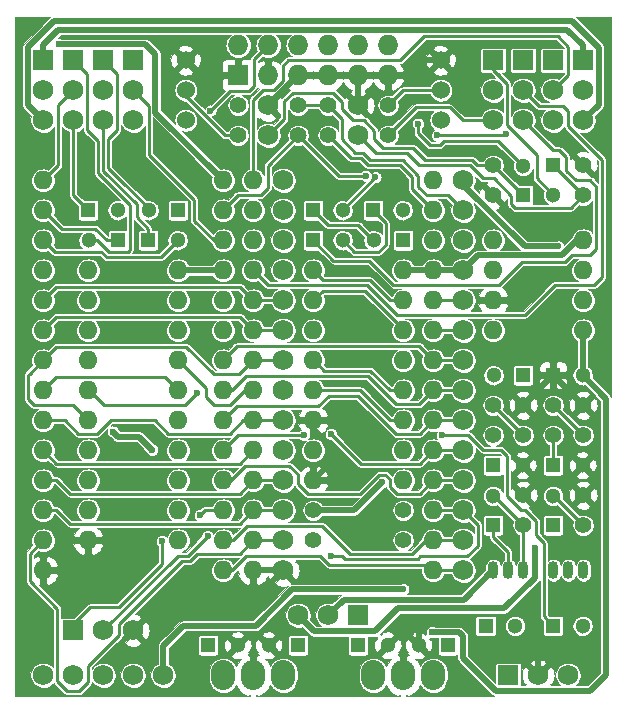
<source format=gbl>
G04 #@! TF.FileFunction,Copper,L2,Bot,Signal*
%FSLAX46Y46*%
G04 Gerber Fmt 4.6, Leading zero omitted, Abs format (unit mm)*
G04 Created by KiCad (PCBNEW 4.0.0-rc2-stable) date 22.03.2016 15:32:23*
%MOMM*%
G01*
G04 APERTURE LIST*
%ADD10C,0.100000*%
%ADD11R,1.300000X1.300000*%
%ADD12C,1.300000*%
%ADD13C,1.397000*%
%ADD14O,1.600000X1.600000*%
%ADD15O,2.032000X2.540000*%
%ADD16O,0.899160X1.501140*%
%ADD17C,1.727200*%
%ADD18C,1.524000*%
%ADD19R,1.727200X1.727200*%
%ADD20O,1.727200X1.727200*%
%ADD21C,0.600000*%
%ADD22C,0.250000*%
%ADD23C,0.500000*%
%ADD24C,0.025400*%
G04 APERTURE END LIST*
D10*
D11*
X142240000Y-83820000D03*
D12*
X139740000Y-83820000D03*
D11*
X139700000Y-86360000D03*
D12*
X142200000Y-86360000D03*
D11*
X137160000Y-86360000D03*
D12*
X134660000Y-86360000D03*
D11*
X134620000Y-83820000D03*
D12*
X137120000Y-83820000D03*
D11*
X165100000Y-120650000D03*
D12*
X162600000Y-120650000D03*
D11*
X157480000Y-120650000D03*
D12*
X159980000Y-120650000D03*
D11*
X152400000Y-120650000D03*
D12*
X149900000Y-120650000D03*
D11*
X144780000Y-120650000D03*
D12*
X147280000Y-120650000D03*
D11*
X158750000Y-83820000D03*
D12*
X161250000Y-83820000D03*
D11*
X153670000Y-86360000D03*
D12*
X156170000Y-86360000D03*
D11*
X153670000Y-83820000D03*
D12*
X156170000Y-83820000D03*
D11*
X161290000Y-86360000D03*
D12*
X158790000Y-86360000D03*
D11*
X171450000Y-82550000D03*
D12*
X171450000Y-80050000D03*
D11*
X173990000Y-80010000D03*
D12*
X173990000Y-82510000D03*
D11*
X168910000Y-105410000D03*
D12*
X171410000Y-105410000D03*
D11*
X168910000Y-110490000D03*
D12*
X168910000Y-107990000D03*
D11*
X171450000Y-97790000D03*
D12*
X168950000Y-97790000D03*
D11*
X173990000Y-97790000D03*
D12*
X176490000Y-97790000D03*
D13*
X147320000Y-74930000D03*
X147320000Y-77470000D03*
X176530000Y-82550000D03*
X176530000Y-80010000D03*
X171450000Y-102870000D03*
X171450000Y-100330000D03*
X168910000Y-102870000D03*
X168910000Y-100330000D03*
X171450000Y-110490000D03*
X171450000Y-107950000D03*
X176530000Y-102870000D03*
X176530000Y-100330000D03*
D14*
X134620000Y-88900000D03*
X134620000Y-91440000D03*
X134620000Y-93980000D03*
X134620000Y-96520000D03*
X134620000Y-99060000D03*
X134620000Y-101600000D03*
X134620000Y-104140000D03*
X134620000Y-106680000D03*
X134620000Y-109220000D03*
X134620000Y-111760000D03*
X142240000Y-111760000D03*
X142240000Y-109220000D03*
X142240000Y-106680000D03*
X142240000Y-104140000D03*
X142240000Y-101600000D03*
X142240000Y-99060000D03*
X142240000Y-96520000D03*
X142240000Y-93980000D03*
X142240000Y-91440000D03*
X142240000Y-88900000D03*
X130810000Y-81280000D03*
X130810000Y-83820000D03*
X130810000Y-86360000D03*
X130810000Y-88900000D03*
X130810000Y-91440000D03*
X130810000Y-93980000D03*
X130810000Y-96520000D03*
X130810000Y-99060000D03*
X130810000Y-101600000D03*
X130810000Y-104140000D03*
X130810000Y-106680000D03*
X130810000Y-109220000D03*
X130810000Y-111760000D03*
X130810000Y-114300000D03*
X146050000Y-114300000D03*
X146050000Y-111760000D03*
X146050000Y-109220000D03*
X146050000Y-106680000D03*
X146050000Y-104140000D03*
X146050000Y-101600000D03*
X146050000Y-99060000D03*
X146050000Y-96520000D03*
X146050000Y-93980000D03*
X146050000Y-91440000D03*
X146050000Y-88900000D03*
X146050000Y-86360000D03*
X146050000Y-83820000D03*
X146050000Y-81280000D03*
D15*
X161290000Y-123190000D03*
X158750000Y-123190000D03*
X163830000Y-123190000D03*
X148590000Y-123190000D03*
X146050000Y-123190000D03*
X151130000Y-123190000D03*
D14*
X148590000Y-81280000D03*
X148590000Y-83820000D03*
X148590000Y-86360000D03*
X148590000Y-88900000D03*
X148590000Y-91440000D03*
X148590000Y-93980000D03*
X148590000Y-96520000D03*
X148590000Y-99060000D03*
X148590000Y-101600000D03*
X148590000Y-104140000D03*
X148590000Y-106680000D03*
X148590000Y-109220000D03*
X148590000Y-111760000D03*
X148590000Y-114300000D03*
X163830000Y-114300000D03*
X163830000Y-111760000D03*
X163830000Y-109220000D03*
X163830000Y-106680000D03*
X163830000Y-104140000D03*
X163830000Y-101600000D03*
X163830000Y-99060000D03*
X163830000Y-96520000D03*
X163830000Y-93980000D03*
X163830000Y-91440000D03*
X163830000Y-88900000D03*
X163830000Y-86360000D03*
X163830000Y-83820000D03*
X163830000Y-81280000D03*
X153670000Y-88900000D03*
X153670000Y-91440000D03*
X153670000Y-93980000D03*
X153670000Y-96520000D03*
X153670000Y-99060000D03*
X153670000Y-101600000D03*
X153670000Y-104140000D03*
X153670000Y-106680000D03*
X161290000Y-106680000D03*
X161290000Y-104140000D03*
X161290000Y-101600000D03*
X161290000Y-99060000D03*
X161290000Y-96520000D03*
X161290000Y-93980000D03*
X161290000Y-91440000D03*
X161290000Y-88900000D03*
X168910000Y-86360000D03*
X168910000Y-88900000D03*
X168910000Y-91440000D03*
X168910000Y-93980000D03*
X176530000Y-93980000D03*
X176530000Y-91440000D03*
X176530000Y-88900000D03*
X176530000Y-86360000D03*
D13*
X153670000Y-111760000D03*
X161290000Y-111760000D03*
X153670000Y-109220000D03*
X161290000Y-109220000D03*
X168910000Y-80010000D03*
X168910000Y-82550000D03*
X160020000Y-77470000D03*
X160020000Y-74930000D03*
D11*
X173990000Y-105410000D03*
D12*
X176490000Y-105410000D03*
D11*
X173990000Y-110490000D03*
D12*
X173990000Y-107990000D03*
D16*
X170180000Y-114300000D03*
X171450000Y-114300000D03*
X168910000Y-114300000D03*
X175260000Y-114300000D03*
X176530000Y-114300000D03*
X173990000Y-114300000D03*
D13*
X173990000Y-102870000D03*
X173990000Y-100330000D03*
X176530000Y-110490000D03*
X176530000Y-107950000D03*
D11*
X168275000Y-118999000D03*
D12*
X170775000Y-118999000D03*
D11*
X173990000Y-118999000D03*
D12*
X176490000Y-118999000D03*
D17*
X151130000Y-81280000D03*
X151130000Y-83820000D03*
X151130000Y-86360000D03*
X151130000Y-88900000D03*
X151130000Y-91440000D03*
X151130000Y-93980000D03*
X151130000Y-96520000D03*
X151130000Y-99060000D03*
X151130000Y-101600000D03*
X151130000Y-104140000D03*
X151130000Y-106680000D03*
X151130000Y-109220000D03*
X151130000Y-111760000D03*
X151130000Y-114300000D03*
X166370000Y-114300000D03*
X166370000Y-111760000D03*
X166370000Y-109220000D03*
X166370000Y-106680000D03*
X166370000Y-104140000D03*
X166370000Y-101600000D03*
X166370000Y-99060000D03*
X166370000Y-96520000D03*
X166370000Y-93980000D03*
X166370000Y-91440000D03*
X166370000Y-88900000D03*
X166370000Y-86360000D03*
X166370000Y-83820000D03*
X166370000Y-81280000D03*
D18*
X164465000Y-73660000D03*
X164465000Y-76200000D03*
X164465000Y-71120000D03*
X142875000Y-73660000D03*
X142875000Y-76200000D03*
X142875000Y-71120000D03*
D13*
X152400000Y-77470000D03*
X152400000Y-74930000D03*
X154940000Y-77470000D03*
X154940000Y-74930000D03*
D17*
X130810000Y-123190000D03*
X133350000Y-123190000D03*
X135890000Y-123190000D03*
X138430000Y-123190000D03*
X140970000Y-123190000D03*
D19*
X133350000Y-119380000D03*
D17*
X135890000Y-119380000D03*
X138430000Y-119380000D03*
D19*
X157480000Y-118110000D03*
D17*
X154940000Y-118110000D03*
X152400000Y-118110000D03*
D19*
X130810000Y-71120000D03*
D17*
X130810000Y-73660000D03*
X130810000Y-76200000D03*
D19*
X133350000Y-71120000D03*
D17*
X133350000Y-73660000D03*
X133350000Y-76200000D03*
D19*
X135890000Y-71120000D03*
D17*
X135890000Y-73660000D03*
X135890000Y-76200000D03*
D19*
X138430000Y-71120000D03*
D17*
X138430000Y-73660000D03*
X138430000Y-76200000D03*
D19*
X168910000Y-71120000D03*
D17*
X168910000Y-73660000D03*
X168910000Y-76200000D03*
D19*
X171450000Y-71120000D03*
D17*
X171450000Y-73660000D03*
X171450000Y-76200000D03*
D19*
X173990000Y-71120000D03*
D17*
X173990000Y-73660000D03*
X173990000Y-76200000D03*
D19*
X176530000Y-71120000D03*
D17*
X176530000Y-73660000D03*
X176530000Y-76200000D03*
D19*
X170180000Y-123190000D03*
D17*
X172720000Y-123190000D03*
X175260000Y-123190000D03*
X149860000Y-77470000D03*
X149860000Y-74930000D03*
X157480000Y-77470000D03*
X157480000Y-74930000D03*
D19*
X147320000Y-72390000D03*
D20*
X147320000Y-69850000D03*
X149860000Y-72390000D03*
X149860000Y-69850000D03*
X152400000Y-72390000D03*
X152400000Y-69850000D03*
X154940000Y-72390000D03*
X154940000Y-69850000D03*
X157480000Y-72390000D03*
X157480000Y-69850000D03*
X160020000Y-72390000D03*
X160020000Y-69850000D03*
D21*
X147541200Y-117876400D03*
X161479200Y-77260400D03*
X167550600Y-79120400D03*
X140039700Y-104098700D03*
X136715500Y-102552500D03*
X158946400Y-81025100D03*
X169970000Y-77368100D03*
X164159700Y-77485400D03*
X144979200Y-75374500D03*
X140864900Y-111812300D03*
X144730100Y-111394900D03*
X143814800Y-99314000D03*
X159533600Y-106845300D03*
X155178100Y-113110200D03*
X144081700Y-109617400D03*
X155171600Y-102751200D03*
X152892000Y-102853300D03*
X174427600Y-86877200D03*
X172459600Y-112415400D03*
X162533000Y-76487000D03*
X158105500Y-80901300D03*
X164550100Y-102870000D03*
X161315300Y-115909200D03*
X163745300Y-119549600D03*
X132128800Y-69741400D03*
D22*
X134620000Y-87340200D02*
X131790200Y-87340200D01*
X131790200Y-87340200D02*
X130810000Y-86360000D01*
X140769500Y-87790500D02*
X142200000Y-86360000D01*
X136193500Y-87790500D02*
X140769500Y-87790500D01*
X135743200Y-87340200D02*
X136193500Y-87790500D01*
X134620000Y-87340200D02*
X135743200Y-87340200D01*
X136340002Y-79349600D02*
X136340002Y-77781998D01*
X136340002Y-77781998D02*
X137078900Y-77043100D01*
X137078900Y-74422000D02*
X137078900Y-77043100D01*
X136340002Y-80267006D02*
X137459698Y-81386702D01*
X136340002Y-79349600D02*
X136340002Y-80267006D01*
X137078900Y-81005904D02*
X137459698Y-81386702D01*
X137459698Y-81386702D02*
X139740000Y-83667004D01*
X139740000Y-83667004D02*
X139740000Y-83820000D01*
X137078900Y-74930000D02*
X137078900Y-74422000D01*
X137078900Y-74422000D02*
X137078900Y-72308900D01*
X137078900Y-72308900D02*
X135890000Y-71120000D01*
X137078900Y-74930000D02*
X137078900Y-76352400D01*
X137078900Y-76352400D02*
X137078900Y-76548900D01*
X135890000Y-76200000D02*
X135890000Y-80453402D01*
X138724700Y-83288102D02*
X138724700Y-84409400D01*
X135890000Y-80453402D02*
X138724700Y-83288102D01*
X139700000Y-86360000D02*
X139700000Y-85384700D01*
X138724700Y-84409400D02*
X139700000Y-85384700D01*
X134112000Y-85384700D02*
X132374700Y-85384700D01*
X132374700Y-85384700D02*
X130810000Y-83820000D01*
X135209400Y-85384700D02*
X136184700Y-86360000D01*
X134112000Y-85384700D02*
X135209400Y-85384700D01*
X137160000Y-86360000D02*
X136184700Y-86360000D01*
X134538900Y-74168000D02*
X134538900Y-77026102D01*
X135439998Y-80639798D02*
X136569300Y-81769100D01*
X135439998Y-77927200D02*
X135439998Y-80639798D01*
X134538900Y-77026102D02*
X135439998Y-77927200D01*
X134538900Y-74168000D02*
X134538900Y-72308900D01*
X134538900Y-72308900D02*
X133350000Y-71120000D01*
X135399900Y-86360000D02*
X134660000Y-86360000D01*
X136375200Y-87335300D02*
X135399900Y-86360000D01*
X137983600Y-87335300D02*
X136375200Y-87335300D01*
X138135400Y-87183500D02*
X137983600Y-87335300D01*
X138135400Y-83335200D02*
X138135400Y-87183500D01*
X136569300Y-81769100D02*
X138135400Y-83335200D01*
X133350000Y-80645000D02*
X133350000Y-82550000D01*
X133350000Y-82550000D02*
X134620000Y-83820000D01*
X133350000Y-76200000D02*
X133350000Y-80645000D01*
D23*
X172720000Y-123190000D02*
X172720000Y-121764900D01*
X172720000Y-121764900D02*
X172720000Y-121767600D01*
X172720000Y-121767600D02*
X172720000Y-121764900D01*
X171043600Y-121764900D02*
X172720000Y-121764900D01*
X172720000Y-121764900D02*
X174145100Y-121764900D01*
X174142400Y-121716800D02*
X174142400Y-121767600D01*
X174142400Y-121762200D02*
X174142400Y-121716800D01*
X174145100Y-121764900D02*
X174142400Y-121762200D01*
X148590000Y-114300000D02*
X148590000Y-116827600D01*
X148590000Y-116827600D02*
X147541200Y-117876400D01*
X130810000Y-114300000D02*
X132283200Y-114300000D01*
X132994400Y-113588800D02*
X132994400Y-112115600D01*
X132283200Y-114300000D02*
X132994400Y-113588800D01*
X134620000Y-111760000D02*
X133350000Y-111760000D01*
X133350000Y-111760000D02*
X132994400Y-112115600D01*
X148590000Y-114300000D02*
X151130000Y-114300000D01*
X147320000Y-72390000D02*
X144145000Y-72390000D01*
X144145000Y-72390000D02*
X142875000Y-71120000D01*
X154922600Y-103949500D02*
X154922600Y-105427400D01*
X154922600Y-105427400D02*
X153670000Y-106680000D01*
X154922600Y-104203500D02*
X154922600Y-103949500D01*
X154922600Y-103949500D02*
X154922600Y-103614600D01*
X154922600Y-103614600D02*
X153670000Y-102362000D01*
X153670000Y-102362000D02*
X153670000Y-101600000D01*
X177703600Y-114363500D02*
X177703600Y-115729900D01*
X176530000Y-107950000D02*
X177703600Y-109123600D01*
X177703600Y-109123600D02*
X177703600Y-114363500D01*
X177703600Y-115729900D02*
X175260000Y-118173500D01*
X175260000Y-118173500D02*
X175260000Y-120650000D01*
X175260000Y-120650000D02*
X174142400Y-121767600D01*
X170434000Y-121764900D02*
X171043600Y-121764900D01*
X171043600Y-121764900D02*
X171294900Y-121764900D01*
X176530000Y-100330000D02*
X173990000Y-97790000D01*
X171450000Y-100330000D02*
X173990000Y-97790000D01*
X177728600Y-101528600D02*
X176530000Y-100330000D01*
X177728600Y-104171400D02*
X177728600Y-101528600D01*
X176490000Y-105410000D02*
X177728600Y-104171400D01*
X162600000Y-119617800D02*
X162600000Y-120650000D01*
X163464100Y-118753700D02*
X162600000Y-119617800D01*
X166210200Y-118753700D02*
X163464100Y-118753700D01*
X167046000Y-119589500D02*
X166210200Y-118753700D01*
X167046000Y-119713300D02*
X167046000Y-119589500D01*
X169097600Y-121764900D02*
X167046000Y-119713300D01*
X170434000Y-121764900D02*
X169097600Y-121764900D01*
X162603900Y-71120000D02*
X164465000Y-71120000D01*
X160020000Y-72390000D02*
X161333900Y-72390000D01*
X161333900Y-72390000D02*
X162603900Y-71120000D01*
X139933600Y-117876400D02*
X147541200Y-117876400D01*
X138430000Y-119380000D02*
X139933600Y-117876400D01*
X154940000Y-72390000D02*
X157480000Y-72390000D01*
X157480000Y-72390000D02*
X157480000Y-74930000D01*
X160020000Y-72390000D02*
X158706100Y-72390000D01*
X157480000Y-72390000D02*
X158706100Y-72390000D01*
X167307200Y-78877000D02*
X167550600Y-79120400D01*
X163288800Y-78877000D02*
X167307200Y-78877000D01*
X161672200Y-77260400D02*
X163288800Y-78877000D01*
X161479200Y-77260400D02*
X161672200Y-77260400D01*
X154922600Y-103593900D02*
X154179000Y-102850300D01*
X154922600Y-104724100D02*
X154922600Y-104203500D01*
X154922600Y-104203500D02*
X154922600Y-103593900D01*
X154940000Y-72390000D02*
X153626100Y-72390000D01*
X149860000Y-74930000D02*
X152400000Y-72390000D01*
X152400000Y-72390000D02*
X153626100Y-72390000D01*
X140039700Y-104098700D02*
X138938000Y-102997000D01*
X137160000Y-102997000D02*
X138379200Y-102997000D01*
X138379200Y-102997000D02*
X138938000Y-102997000D01*
X136715500Y-102552500D02*
X137160000Y-102997000D01*
X129494100Y-74884100D02*
X130810000Y-76200000D01*
X129494100Y-70035400D02*
X129494100Y-74884100D01*
X131759100Y-67770400D02*
X129494100Y-70035400D01*
X175550100Y-67770400D02*
X131759100Y-67770400D01*
X177844000Y-70064300D02*
X175550100Y-67770400D01*
X177844000Y-74886000D02*
X177844000Y-70064300D01*
X176530000Y-76200000D02*
X177844000Y-74886000D01*
D22*
X159801300Y-86360000D02*
X159801300Y-84871300D01*
X159801300Y-84871300D02*
X158750000Y-83820000D01*
X159801300Y-86741700D02*
X159801300Y-86360000D01*
X159184700Y-87358300D02*
X159801300Y-86741700D01*
X157168300Y-87358300D02*
X159184700Y-87358300D01*
X156170000Y-86360000D02*
X157168300Y-87358300D01*
X175076500Y-79806800D02*
X175076500Y-79318500D01*
X173990000Y-78740000D02*
X171450000Y-76200000D01*
X174498000Y-78740000D02*
X173990000Y-78740000D01*
X175076500Y-79318500D02*
X174498000Y-78740000D01*
X177657100Y-83007200D02*
X177657100Y-81848300D01*
X175076500Y-80460102D02*
X175076500Y-79806800D01*
X175076500Y-79806800D02*
X175076500Y-79336200D01*
X175896398Y-81280000D02*
X175076500Y-80460102D01*
X177088800Y-81280000D02*
X175896398Y-81280000D01*
X177657100Y-81848300D02*
X177088800Y-81280000D01*
X177657100Y-86004400D02*
X177657100Y-87112500D01*
X174976674Y-88202502D02*
X174447200Y-88202502D01*
X175549176Y-87630000D02*
X174976674Y-88202502D01*
X177139600Y-87630000D02*
X175549176Y-87630000D01*
X177657100Y-87112500D02*
X177139600Y-87630000D01*
X161544000Y-90113700D02*
X160471700Y-90113700D01*
X168211500Y-90113700D02*
X161544000Y-90113700D01*
X169411802Y-90113700D02*
X171323000Y-88202502D01*
X171323000Y-88202502D02*
X174447200Y-88202502D01*
X168211500Y-90113700D02*
X169411802Y-90113700D01*
X160471700Y-90113700D02*
X158432500Y-88074500D01*
X158432500Y-88074500D02*
X155384500Y-88074500D01*
X155384500Y-88074500D02*
X153670000Y-86360000D01*
X177657100Y-83007200D02*
X177657100Y-86004400D01*
X171450000Y-76200000D02*
X171940300Y-76200000D01*
X158790000Y-86360000D02*
X158750000Y-86360000D01*
X158750000Y-86360000D02*
X157480000Y-85090000D01*
X154940000Y-85090000D02*
X153670000Y-83820000D01*
X157480000Y-85090000D02*
X154940000Y-85090000D01*
X156170000Y-83801500D02*
X158946400Y-81025100D01*
X156170000Y-83820000D02*
X156170000Y-83801500D01*
X169852700Y-77485400D02*
X169970000Y-77368100D01*
X164159700Y-77485400D02*
X169852700Y-77485400D01*
X132080000Y-77216000D02*
X132080000Y-80010000D01*
X132080000Y-80010000D02*
X130810000Y-81280000D01*
X132080000Y-74930000D02*
X132080000Y-77216000D01*
X133350000Y-73660000D02*
X132080000Y-74930000D01*
X178113800Y-87426800D02*
X178113800Y-89500600D01*
X174120000Y-90170000D02*
X171646200Y-92643800D01*
X177444400Y-90170000D02*
X174120000Y-90170000D01*
X178113800Y-89500600D02*
X177444400Y-90170000D01*
X175260000Y-76390500D02*
X175260000Y-75438000D01*
X174833000Y-75011000D02*
X172801000Y-75011000D01*
X175260000Y-75438000D02*
X174833000Y-75011000D01*
X152844500Y-90170000D02*
X149860000Y-90170000D01*
X171646200Y-92643800D02*
X160731600Y-92643800D01*
X160731600Y-92643800D02*
X158257800Y-90170000D01*
X158257800Y-90170000D02*
X152844500Y-90170000D01*
X149860000Y-90170000D02*
X148590000Y-88900000D01*
X178113800Y-79540400D02*
X178113800Y-87426800D01*
X175260000Y-76686600D02*
X178113800Y-79540400D01*
X175260000Y-76390500D02*
X175260000Y-76686600D01*
X171450000Y-73660000D02*
X172801000Y-75011000D01*
X171856400Y-69101202D02*
X174409602Y-69101202D01*
X175260000Y-72390000D02*
X173990000Y-73660000D01*
X175260000Y-69951600D02*
X175260000Y-72390000D01*
X174409602Y-69101202D02*
X175260000Y-69951600D01*
X168859200Y-69101202D02*
X171856400Y-69101202D01*
X163054798Y-69101202D02*
X161036000Y-71120000D01*
X168859200Y-69101202D02*
X163054798Y-69101202D01*
X151130000Y-72517000D02*
X151130000Y-71564500D01*
X151130000Y-72517000D02*
X151130000Y-72846300D01*
X151130000Y-72846300D02*
X150316300Y-73660000D01*
X150316300Y-73660000D02*
X149390800Y-73660000D01*
X149390800Y-73660000D02*
X148590000Y-74460800D01*
X148590000Y-74460800D02*
X148590000Y-81280000D01*
X151130000Y-71564500D02*
X151574500Y-71120000D01*
X151574500Y-71120000D02*
X161036000Y-71120000D01*
X148671100Y-73272800D02*
X148671100Y-71038900D01*
X148671100Y-71038900D02*
X149860000Y-69850000D01*
X146611200Y-73742500D02*
X144979200Y-75374500D01*
X148201400Y-73742500D02*
X146611200Y-73742500D01*
X148671100Y-73272800D02*
X148201400Y-73742500D01*
X133350000Y-119380000D02*
X133350000Y-118872000D01*
X133350000Y-118872000D02*
X134811199Y-117410801D01*
X140864900Y-113768702D02*
X140864900Y-111812300D01*
X137222801Y-117410801D02*
X140864900Y-113768702D01*
X134811199Y-117410801D02*
X137222801Y-117410801D01*
X140864900Y-113135100D02*
X140864900Y-111812300D01*
X143073900Y-113051100D02*
X144730100Y-111394900D01*
X142218900Y-113051100D02*
X143073900Y-113051100D01*
X135890000Y-119380000D02*
X142218900Y-113051100D01*
X134620000Y-99060000D02*
X134670800Y-99060000D01*
X134670800Y-99060000D02*
X135940800Y-100330000D01*
X142798800Y-100330000D02*
X143814800Y-99314000D01*
X135940800Y-100330000D02*
X142798800Y-100330000D01*
X146913600Y-97692500D02*
X145241300Y-97692500D01*
X145241300Y-97692500D02*
X142943500Y-95394700D01*
X130683000Y-100330000D02*
X130048000Y-100330000D01*
X130048000Y-100330000D02*
X129540000Y-99822000D01*
X129540000Y-97790000D02*
X129684700Y-97645300D01*
X129540000Y-99822000D02*
X129540000Y-97790000D01*
X133350000Y-100330000D02*
X134620000Y-101600000D01*
X130683000Y-100330000D02*
X133350000Y-100330000D01*
X129684700Y-99966700D02*
X130048000Y-100330000D01*
X133858000Y-95394700D02*
X131935300Y-95394700D01*
X131935300Y-95394700D02*
X130810000Y-96520000D01*
X129684700Y-97645300D02*
X130810000Y-96520000D01*
X151130000Y-96520000D02*
X148590000Y-96520000D01*
X142943500Y-95394700D02*
X133858000Y-95394700D01*
X147417500Y-97692500D02*
X146913600Y-97692500D01*
X148590000Y-96520000D02*
X147417500Y-97692500D01*
X134620000Y-97934700D02*
X141114700Y-97934700D01*
X141114700Y-97934700D02*
X142240000Y-99060000D01*
X134620000Y-97934700D02*
X131935300Y-97934700D01*
X131935300Y-97934700D02*
X130810000Y-99060000D01*
X144576800Y-99060000D02*
X144576800Y-98856800D01*
X144576800Y-98856800D02*
X142240000Y-96520000D01*
X144576800Y-99060000D02*
X144576800Y-99618800D01*
X146608800Y-100330000D02*
X147878800Y-99060000D01*
X145288000Y-100330000D02*
X146608800Y-100330000D01*
X144576800Y-99618800D02*
X145288000Y-100330000D01*
X147878800Y-99060000D02*
X148590000Y-99060000D01*
X148590000Y-99060000D02*
X147953100Y-99060000D01*
D23*
X172974000Y-87627500D02*
X174738500Y-87627500D01*
X174738500Y-87627500D02*
X176006000Y-86360000D01*
X176006000Y-86360000D02*
X176530000Y-86360000D01*
X161290000Y-88900000D02*
X163830000Y-88900000D01*
X161290000Y-88900000D02*
X161290000Y-89350000D01*
X163830000Y-88900000D02*
X162579700Y-88900000D01*
X174738500Y-87627500D02*
X175279700Y-87086300D01*
X163830000Y-88900000D02*
X165080300Y-88900000D01*
X166370000Y-88900000D02*
X165080300Y-88900000D01*
X167642500Y-87627500D02*
X172974000Y-87627500D01*
X166370000Y-88900000D02*
X167642500Y-87627500D01*
X146050000Y-88900000D02*
X142240000Y-88900000D01*
X157158900Y-109220000D02*
X159533600Y-106845300D01*
X153670000Y-109220000D02*
X157158900Y-109220000D01*
D22*
X134810500Y-90314700D02*
X131935300Y-90314700D01*
X131935300Y-90314700D02*
X130810000Y-91440000D01*
X145415000Y-90314700D02*
X147464700Y-90314700D01*
X147464700Y-90314700D02*
X148590000Y-91440000D01*
X151130000Y-91440000D02*
X148590000Y-91440000D01*
X145415000Y-90314700D02*
X134810500Y-90314700D01*
X135890000Y-92854700D02*
X131935300Y-92854700D01*
X131935300Y-92854700D02*
X130810000Y-93980000D01*
X142557500Y-92854700D02*
X147464700Y-92854700D01*
X147464700Y-92854700D02*
X148590000Y-93980000D01*
X151130000Y-93980000D02*
X148590000Y-93980000D01*
X142557500Y-92854700D02*
X135890000Y-92854700D01*
X130810000Y-101600000D02*
X132638800Y-101600000D01*
X132638800Y-101600000D02*
X133764100Y-102725300D01*
X134620000Y-102725300D02*
X135399700Y-102725300D01*
X134620000Y-102725300D02*
X133764100Y-102725300D01*
X147764500Y-101600000D02*
X148590000Y-101600000D01*
X146639200Y-102725300D02*
X147764500Y-101600000D01*
X145732500Y-102725300D02*
X141396800Y-102725300D01*
X145732500Y-102725300D02*
X146639200Y-102725300D01*
X135399700Y-102725300D02*
X136525000Y-101600000D01*
X136525000Y-101600000D02*
X140271500Y-101600000D01*
X140271500Y-101600000D02*
X141396800Y-102725300D01*
X151130000Y-101600000D02*
X148590000Y-101600000D01*
X134175500Y-105265300D02*
X131935300Y-105265300D01*
X131935300Y-105265300D02*
X130810000Y-104140000D01*
X147464700Y-105265300D02*
X134175500Y-105265300D01*
X148590000Y-104140000D02*
X147464700Y-105265300D01*
X130810000Y-106680000D02*
X131935300Y-106680000D01*
X151130000Y-106680000D02*
X148590000Y-106680000D01*
X133060600Y-107805300D02*
X131935300Y-106680000D01*
X147464700Y-107805300D02*
X133060600Y-107805300D01*
X148590000Y-106680000D02*
X147464700Y-107805300D01*
X145732500Y-110345300D02*
X147464700Y-110345300D01*
X147464700Y-110345300D02*
X148590000Y-109220000D01*
X151130000Y-109220000D02*
X148590000Y-109220000D01*
X133060600Y-110345300D02*
X131935300Y-109220000D01*
X145732500Y-110345300D02*
X133060600Y-110345300D01*
X130810000Y-109220000D02*
X131935300Y-109220000D01*
X146151600Y-112885400D02*
X143875998Y-112885400D01*
X142578100Y-113501102D02*
X142578100Y-113501500D01*
X143260296Y-113501102D02*
X142578100Y-113501102D01*
X143875998Y-112885400D02*
X143260296Y-113501102D01*
X129684700Y-114681000D02*
X129684700Y-112885300D01*
X129684700Y-112885300D02*
X130810000Y-111760000D01*
X151130000Y-111760000D02*
X148590000Y-111760000D01*
X147464600Y-112885400D02*
X148590000Y-111760000D01*
X146151600Y-112885400D02*
X147464600Y-112885400D01*
X142578100Y-113501500D02*
X142578100Y-113501500D01*
X137241000Y-118838600D02*
X142578100Y-113501500D01*
X137241000Y-119759200D02*
X137241000Y-118838600D01*
X134620000Y-122380200D02*
X137241000Y-119759200D01*
X134620000Y-123771700D02*
X134620000Y-122380200D01*
X133855500Y-124536200D02*
X134620000Y-123771700D01*
X132856900Y-124536200D02*
X133855500Y-124536200D01*
X131999000Y-123678300D02*
X132856900Y-124536200D01*
X131999000Y-117546000D02*
X131999000Y-123678300D01*
X129684700Y-115231700D02*
X131999000Y-117546000D01*
X129684700Y-114681000D02*
X129684700Y-115231700D01*
X154973150Y-113809650D02*
X163339650Y-113809650D01*
X163339650Y-113809650D02*
X163830000Y-114300000D01*
X148780500Y-113109500D02*
X148002500Y-113109500D01*
X148002500Y-113109500D02*
X146812000Y-114300000D01*
X146812000Y-114300000D02*
X146050000Y-114300000D01*
X166370000Y-114300000D02*
X163830000Y-114300000D01*
X154273000Y-113109500D02*
X148780500Y-113109500D01*
X148780500Y-113109500D02*
X148084500Y-113109500D01*
X154973150Y-113809650D02*
X154273000Y-113109500D01*
X163830000Y-111760000D02*
X163220400Y-111760000D01*
X163220400Y-111760000D02*
X162070754Y-112909646D01*
X156800846Y-112909646D02*
X154440600Y-110549400D01*
X162070754Y-112909646D02*
X156800846Y-112909646D01*
X148907500Y-110549400D02*
X148086100Y-110549400D01*
X146875500Y-111760000D02*
X146050000Y-111760000D01*
X148086100Y-110549400D02*
X146875500Y-111760000D01*
X166370000Y-111760000D02*
X163830000Y-111760000D01*
X148907500Y-110549400D02*
X154440600Y-110549400D01*
X163982400Y-113110200D02*
X162758648Y-113110200D01*
X156336448Y-113359648D02*
X156087000Y-113110200D01*
X162509200Y-113359648D02*
X156336448Y-113359648D01*
X162758648Y-113110200D02*
X162509200Y-113359648D01*
X155178100Y-113110200D02*
X156087000Y-113110200D01*
X144479100Y-109220000D02*
X144081700Y-109617400D01*
X146050000Y-109220000D02*
X144479100Y-109220000D01*
X163830000Y-109220000D02*
X164955300Y-109220000D01*
X167606500Y-110456500D02*
X166370000Y-109220000D01*
X167606500Y-112233500D02*
X167606500Y-110456500D01*
X166729800Y-113110200D02*
X167606500Y-112233500D01*
X163982400Y-113110200D02*
X166729800Y-113110200D01*
X166370000Y-109220000D02*
X164955300Y-109220000D01*
X161353500Y-107811800D02*
X162698200Y-107811800D01*
X162698200Y-107811800D02*
X163830000Y-106680000D01*
X148463000Y-105486400D02*
X147942100Y-105486400D01*
X147942100Y-105486400D02*
X146748500Y-106680000D01*
X146748500Y-106680000D02*
X146050000Y-106680000D01*
X166370000Y-106680000D02*
X163830000Y-106680000D01*
X151662200Y-105486400D02*
X148463000Y-105486400D01*
X148463000Y-105486400D02*
X148108300Y-105486400D01*
X152364000Y-106188200D02*
X151662200Y-105486400D01*
X152364000Y-106978500D02*
X152364000Y-106188200D01*
X153206600Y-107821100D02*
X152364000Y-106978500D01*
X157673500Y-107821100D02*
X153206600Y-107821100D01*
X159274600Y-106220000D02*
X157673500Y-107821100D01*
X159792700Y-106220000D02*
X159274600Y-106220000D01*
X160158900Y-106586200D02*
X159792700Y-106220000D01*
X160158900Y-107212000D02*
X160158900Y-106586200D01*
X160758700Y-107811800D02*
X160158900Y-107212000D01*
X161353500Y-107811800D02*
X160758700Y-107811800D01*
X160909000Y-105278200D02*
X162691800Y-105278200D01*
X162691800Y-105278200D02*
X163830000Y-104140000D01*
X148590000Y-102853300D02*
X147336700Y-102853300D01*
X147336700Y-102853300D02*
X146050000Y-104140000D01*
X163830000Y-104140000D02*
X166370000Y-104140000D01*
X148590000Y-102853300D02*
X152892000Y-102853300D01*
X157698600Y-105278200D02*
X155171600Y-102751200D01*
X160909000Y-105278200D02*
X157698600Y-105278200D01*
X162102800Y-102728700D02*
X160657002Y-102728700D01*
X160657002Y-102728700D02*
X157438304Y-99510002D01*
X154997998Y-99510002D02*
X154107500Y-100400500D01*
X157438304Y-99510002D02*
X154997998Y-99510002D01*
X158328802Y-100400500D02*
X160657002Y-102728700D01*
X162102800Y-102728700D02*
X162701300Y-102728700D01*
X162701300Y-102728700D02*
X163830000Y-101600000D01*
X166370000Y-101600000D02*
X163830000Y-101600000D01*
X147249500Y-100400500D02*
X146050000Y-101600000D01*
X154107500Y-100400500D02*
X147249500Y-100400500D01*
X161353500Y-100221700D02*
X162668300Y-100221700D01*
X162668300Y-100221700D02*
X163830000Y-99060000D01*
X149098000Y-97851200D02*
X148020800Y-97851200D01*
X148020800Y-97851200D02*
X146812000Y-99060000D01*
X146812000Y-99060000D02*
X146050000Y-99060000D01*
X166370000Y-99060000D02*
X163830000Y-99060000D01*
X158319000Y-97851200D02*
X149098000Y-97851200D01*
X149098000Y-97851200D02*
X148134600Y-97851200D01*
X160689500Y-100221700D02*
X158319000Y-97851200D01*
X161353500Y-100221700D02*
X160689500Y-100221700D01*
X161353500Y-95329400D02*
X162639400Y-95329400D01*
X162639400Y-95329400D02*
X163830000Y-96520000D01*
X148907500Y-95329400D02*
X147240600Y-95329400D01*
X147240600Y-95329400D02*
X146050000Y-96520000D01*
X166370000Y-96520000D02*
X163830000Y-96520000D01*
X161353500Y-95329400D02*
X148907500Y-95329400D01*
X166370000Y-93980000D02*
X163830000Y-93980000D01*
X166370000Y-91440000D02*
X163830000Y-91440000D01*
D23*
X164185600Y-117527200D02*
X160856800Y-117527200D01*
X160856800Y-117527200D02*
X158911000Y-119473000D01*
X171578500Y-86877200D02*
X174427600Y-86877200D01*
X166370000Y-81668700D02*
X171578500Y-86877200D01*
X166370000Y-81280000D02*
X166370000Y-81668700D01*
X153763000Y-119473000D02*
X152400000Y-118110000D01*
X158911000Y-119473000D02*
X153763000Y-119473000D01*
X169853000Y-117527200D02*
X164185600Y-117527200D01*
X172459600Y-114920600D02*
X169853000Y-117527200D01*
X172459600Y-112415400D02*
X172459600Y-114920600D01*
D22*
X171450000Y-82550000D02*
X168910000Y-80010000D01*
X167555900Y-80010000D02*
X168910000Y-80010000D01*
X167105600Y-79559700D02*
X167555900Y-80010000D01*
X163157800Y-79559700D02*
X167105600Y-79559700D01*
X162106300Y-78508200D02*
X163157800Y-79559700D01*
X159588000Y-78508200D02*
X162106300Y-78508200D01*
X158858800Y-77779000D02*
X159588000Y-78508200D01*
X158858800Y-77081300D02*
X158858800Y-77779000D01*
X157977500Y-76200000D02*
X158858800Y-77081300D01*
X157047800Y-76200000D02*
X157977500Y-76200000D01*
X156101100Y-75253300D02*
X157047800Y-76200000D01*
X156101100Y-74622700D02*
X156101100Y-75253300D01*
X155329000Y-73850600D02*
X156101100Y-74622700D01*
X151977200Y-73850600D02*
X155329000Y-73850600D01*
X151238900Y-74588900D02*
X151977200Y-73850600D01*
X151238900Y-76091100D02*
X151238900Y-74588900D01*
X149860000Y-77470000D02*
X151238900Y-76091100D01*
X162533000Y-76487000D02*
X162533000Y-77308024D01*
X164070900Y-78301998D02*
X164070900Y-78301600D01*
X163526974Y-78301998D02*
X164070900Y-78301998D01*
X162533000Y-77308024D02*
X163526974Y-78301998D01*
X171450000Y-80050000D02*
X171430998Y-80050000D01*
X171430998Y-80050000D02*
X169316400Y-77935402D01*
X164070900Y-78301600D02*
X164370000Y-78301600D01*
X169316400Y-77935402D02*
X164736198Y-77935402D01*
X164736198Y-77935402D02*
X164370000Y-78301600D01*
X169701600Y-78301600D02*
X171450000Y-80050000D01*
X164070900Y-78301600D02*
X164070900Y-78301600D01*
X173990000Y-80010000D02*
X176530000Y-82550000D01*
X175483800Y-83596200D02*
X176530000Y-82550000D01*
X170725700Y-83596200D02*
X175483800Y-83596200D01*
X170437800Y-83308300D02*
X170725700Y-83596200D01*
X170437800Y-82599200D02*
X170437800Y-83308300D01*
X168959200Y-81120600D02*
X170437800Y-82599200D01*
X168029600Y-81120600D02*
X168959200Y-81120600D01*
X166919100Y-80010100D02*
X168029600Y-81120600D01*
X162652900Y-80010100D02*
X166919100Y-80010100D01*
X161601400Y-78958600D02*
X162652900Y-80010100D01*
X158968600Y-78958600D02*
X161601400Y-78958600D01*
X157480000Y-77470000D02*
X158968600Y-78958600D01*
X170098900Y-73533000D02*
X170098900Y-73126200D01*
X170098900Y-73126200D02*
X168910000Y-71937300D01*
X168910000Y-71937300D02*
X168910000Y-71120000D01*
X170098900Y-73126200D02*
X169281600Y-72308900D01*
X170098900Y-76606100D02*
X170098900Y-73533000D01*
X172604200Y-79111400D02*
X170098900Y-76606100D01*
X172604200Y-81124200D02*
X172604200Y-79111400D01*
X173990000Y-82510000D02*
X172604200Y-81124200D01*
X158597600Y-80004502D02*
X161054504Y-80004502D01*
X162052000Y-82042000D02*
X163830000Y-83820000D01*
X162052000Y-81001998D02*
X162052000Y-82042000D01*
X161054504Y-80004502D02*
X162052000Y-81001998D01*
X159059904Y-80004502D02*
X158597600Y-80004502D01*
X158597600Y-80004502D02*
X158318504Y-80004502D01*
X158318504Y-80004502D02*
X157691404Y-79377402D01*
X157691404Y-79377402D02*
X156847402Y-79377402D01*
X156847402Y-79377402D02*
X154940000Y-77470000D01*
X173990000Y-100330000D02*
X176530000Y-102870000D01*
X149815100Y-80708500D02*
X149815100Y-81959900D01*
X147320000Y-82550000D02*
X146050000Y-83820000D01*
X149225000Y-82550000D02*
X147320000Y-82550000D01*
X149815100Y-81959900D02*
X149225000Y-82550000D01*
X149815100Y-81719400D02*
X149815100Y-81089500D01*
X147175300Y-82694700D02*
X146050000Y-83820000D01*
X157353000Y-80901300D02*
X155831300Y-80901300D01*
X155831300Y-80901300D02*
X152400000Y-77470000D01*
X149815100Y-81089500D02*
X149815100Y-80708500D01*
X149815100Y-80708500D02*
X149815100Y-80054900D01*
X149815100Y-80054900D02*
X152400000Y-77470000D01*
X152400000Y-77470000D02*
X152971500Y-77470000D01*
X168910000Y-100330000D02*
X171450000Y-102870000D01*
X149815100Y-81089500D02*
X149815100Y-80872300D01*
X156402800Y-80901300D02*
X157353000Y-80901300D01*
X157353000Y-80901300D02*
X158105500Y-80901300D01*
X161290000Y-91440000D02*
X160164198Y-91440000D01*
X158444196Y-89719998D02*
X157988000Y-89719998D01*
X160164198Y-91440000D02*
X158444196Y-89719998D01*
X153670000Y-88900000D02*
X153670000Y-88907198D01*
X153670000Y-88907198D02*
X154482800Y-89719998D01*
X154482800Y-89719998D02*
X157988000Y-89719998D01*
X153670000Y-96520000D02*
X153703202Y-96520000D01*
X153703202Y-96520000D02*
X154584400Y-97401198D01*
X160164449Y-99060251D02*
X160164449Y-99060000D01*
X158505396Y-97401198D02*
X160164449Y-99060251D01*
X154584400Y-97401198D02*
X158505396Y-97401198D01*
X173178700Y-115062000D02*
X173178700Y-118187700D01*
X173178700Y-118187700D02*
X173990000Y-118999000D01*
X165862000Y-102870000D02*
X166814500Y-102870000D01*
X170053000Y-104584500D02*
X170053000Y-108012000D01*
X169545000Y-104076500D02*
X170053000Y-104584500D01*
X168021000Y-104076500D02*
X169545000Y-104076500D01*
X166814500Y-102870000D02*
X168021000Y-104076500D01*
X161290000Y-99060000D02*
X160164449Y-99060000D01*
X160164449Y-99060000D02*
X160164700Y-99060000D01*
X165862000Y-102870000D02*
X164550100Y-102870000D01*
X171261000Y-109220000D02*
X170053000Y-108012000D01*
X171631400Y-109220000D02*
X171261000Y-109220000D01*
X172534700Y-110123300D02*
X171631400Y-109220000D01*
X172534700Y-111310100D02*
X172534700Y-110123300D01*
X173178700Y-111954100D02*
X172534700Y-111310100D01*
X173178700Y-115062000D02*
X173178700Y-111954100D01*
X153670000Y-91440000D02*
X153670000Y-91432802D01*
X153670000Y-91432802D02*
X154482800Y-90620002D01*
X158071404Y-90620002D02*
X161290000Y-93838598D01*
X154482800Y-90620002D02*
X158071404Y-90620002D01*
X161290000Y-93838598D02*
X161290000Y-93980000D01*
X161290000Y-101600000D02*
X160164700Y-101600000D01*
X153670000Y-99060000D02*
X154795300Y-99060000D01*
X157624700Y-99060000D02*
X160164700Y-101600000D01*
X154795300Y-99060000D02*
X157624700Y-99060000D01*
X168950000Y-107990000D02*
X168910000Y-107990000D01*
X171450000Y-110490000D02*
X168950000Y-107990000D01*
X171450000Y-114300000D02*
X171450000Y-113224100D01*
X171450000Y-110490000D02*
X171450000Y-113224100D01*
D23*
X140970000Y-123190000D02*
X140970000Y-120713500D01*
X148793400Y-118999000D02*
X151883200Y-115909200D01*
X142684500Y-118999000D02*
X148793400Y-118999000D01*
X140970000Y-120713500D02*
X142684500Y-118999000D01*
X151883200Y-115909200D02*
X161315300Y-115909200D01*
X173532800Y-124504000D02*
X177146400Y-124504000D01*
X176490000Y-97790000D02*
X178455900Y-99755900D01*
X178455900Y-99755900D02*
X178455900Y-121943400D01*
X173532800Y-124504000D02*
X169126500Y-124504000D01*
X169126500Y-124504000D02*
X166345600Y-121723100D01*
X166345600Y-121723100D02*
X166345600Y-119879600D01*
X166345600Y-119879600D02*
X166015600Y-119549600D01*
X166015600Y-119549600D02*
X163745300Y-119549600D01*
X177146400Y-124504000D02*
X178455900Y-123194500D01*
X178455900Y-123194500D02*
X178455900Y-121943400D01*
X176490000Y-97790000D02*
X176490000Y-94020000D01*
X176490000Y-94020000D02*
X176530000Y-93980000D01*
X173075600Y-68526200D02*
X175206200Y-68526200D01*
X176530000Y-69850000D02*
X176530000Y-71120000D01*
X175206200Y-68526200D02*
X176530000Y-69850000D01*
X164744400Y-116796000D02*
X166414000Y-116796000D01*
X166414000Y-116796000D02*
X168910000Y-114300000D01*
X130810000Y-71120000D02*
X130810000Y-69806100D01*
X156254000Y-116796000D02*
X154940000Y-118110000D01*
X164744400Y-116796000D02*
X156254000Y-116796000D01*
X132089900Y-68526200D02*
X173075600Y-68526200D01*
X130810000Y-69806100D02*
X132089900Y-68526200D01*
D22*
X146050000Y-86360000D02*
X145237200Y-86360000D01*
X143560800Y-84683600D02*
X143560800Y-82922400D01*
X145237200Y-86360000D02*
X143560800Y-84683600D01*
X143560800Y-82922400D02*
X139740100Y-79101700D01*
X139740100Y-74970100D02*
X139740100Y-79101700D01*
X138430000Y-73660000D02*
X139740100Y-74970100D01*
X168910000Y-76200000D02*
X166319200Y-76200000D01*
X166319200Y-76200000D02*
X165227900Y-75108700D01*
X162381300Y-75108700D02*
X160020000Y-77470000D01*
X165227900Y-75108700D02*
X162381300Y-75108700D01*
X146190400Y-77470000D02*
X147320000Y-77470000D01*
X142875000Y-74154600D02*
X146190400Y-77470000D01*
X142875000Y-73660000D02*
X142875000Y-74154600D01*
X164465000Y-73660000D02*
X161290000Y-73660000D01*
X161290000Y-73660000D02*
X160020000Y-74930000D01*
X170180000Y-112735300D02*
X168910000Y-111465300D01*
X170180000Y-114300000D02*
X170180000Y-112735300D01*
X168910000Y-110490000D02*
X168910000Y-111465300D01*
X173990000Y-102870000D02*
X173990000Y-105410000D01*
X174030000Y-107990000D02*
X173990000Y-107990000D01*
X176530000Y-110490000D02*
X174030000Y-107990000D01*
X158699200Y-79554500D02*
X161240900Y-79554500D01*
X162560000Y-81838800D02*
X163271200Y-82550000D01*
X162560000Y-80873600D02*
X162560000Y-81838800D01*
X161240900Y-79554500D02*
X162560000Y-80873600D01*
X152400000Y-74930000D02*
X154940000Y-74930000D01*
X156101200Y-76091200D02*
X154940000Y-74930000D01*
X156101200Y-77787600D02*
X156101200Y-76091200D01*
X157241000Y-78927400D02*
X156101200Y-77787600D01*
X157877800Y-78927400D02*
X157241000Y-78927400D01*
X158504900Y-79554500D02*
X157877800Y-78927400D01*
X159246300Y-79554500D02*
X158699200Y-79554500D01*
X158699200Y-79554500D02*
X158504900Y-79554500D01*
X165100000Y-82550000D02*
X163271200Y-82550000D01*
X166370000Y-83820000D02*
X165100000Y-82550000D01*
D23*
X140315500Y-72580500D02*
X140315500Y-75545500D01*
X140315500Y-75545500D02*
X146050000Y-81280000D01*
X140315500Y-70604500D02*
X140315500Y-72580500D01*
X139452400Y-69741400D02*
X140315500Y-70604500D01*
X132128800Y-69741400D02*
X139452400Y-69741400D01*
D24*
G36*
X129166922Y-69708222D02*
X129139817Y-69741220D01*
X129112320Y-69773990D01*
X129111147Y-69776123D01*
X129109604Y-69778002D01*
X129089429Y-69815629D01*
X129068816Y-69853123D01*
X129068079Y-69855446D01*
X129066931Y-69857587D01*
X129054439Y-69898445D01*
X129041511Y-69939199D01*
X129041240Y-69941615D01*
X129040528Y-69943944D01*
X129036208Y-69986474D01*
X129031445Y-70028940D01*
X129031412Y-70033698D01*
X129031403Y-70033785D01*
X129031411Y-70033866D01*
X129031400Y-70035400D01*
X129031400Y-74884100D01*
X129035571Y-74926634D01*
X129039296Y-74969214D01*
X129039974Y-74971549D01*
X129040212Y-74973972D01*
X129052553Y-75014847D01*
X129064489Y-75055932D01*
X129065611Y-75058097D01*
X129066313Y-75060421D01*
X129086360Y-75098124D01*
X129106047Y-75136104D01*
X129107564Y-75138004D01*
X129108707Y-75140154D01*
X129135716Y-75173270D01*
X129162386Y-75206679D01*
X129165726Y-75210066D01*
X129165782Y-75210134D01*
X129165845Y-75210186D01*
X129166922Y-75211278D01*
X129793971Y-75838328D01*
X129779117Y-75872985D01*
X129735232Y-76079445D01*
X129732285Y-76290498D01*
X129770388Y-76498104D01*
X129848089Y-76694355D01*
X129962429Y-76871776D01*
X130109053Y-77023610D01*
X130282376Y-77144072D01*
X130475796Y-77228575D01*
X130681945Y-77273900D01*
X130892972Y-77278321D01*
X131100839Y-77241668D01*
X131297628Y-77165339D01*
X131475843Y-77052240D01*
X131628696Y-76906680D01*
X131742300Y-76745636D01*
X131742300Y-79870120D01*
X131245710Y-80366710D01*
X131213845Y-80349192D01*
X131025452Y-80289430D01*
X130829040Y-80267399D01*
X130814900Y-80267300D01*
X130805100Y-80267300D01*
X130608399Y-80286587D01*
X130419190Y-80343712D01*
X130244680Y-80436501D01*
X130091517Y-80561418D01*
X129965534Y-80713705D01*
X129871529Y-80887563D01*
X129813084Y-81076368D01*
X129792425Y-81272930D01*
X129810338Y-81469761D01*
X129866141Y-81659364D01*
X129957709Y-81834517D01*
X130081554Y-81988549D01*
X130232958Y-82115592D01*
X130406155Y-82210808D01*
X130594548Y-82270570D01*
X130790960Y-82292601D01*
X130805100Y-82292700D01*
X130814900Y-82292700D01*
X131011601Y-82273413D01*
X131200810Y-82216288D01*
X131375320Y-82123499D01*
X131528483Y-81998582D01*
X131654466Y-81846295D01*
X131748471Y-81672437D01*
X131806916Y-81483632D01*
X131827575Y-81287070D01*
X131809662Y-81090239D01*
X131753859Y-80900636D01*
X131724020Y-80843560D01*
X132318790Y-80248790D01*
X132338621Y-80224648D01*
X132358641Y-80200789D01*
X132359495Y-80199235D01*
X132360624Y-80197861D01*
X132375362Y-80170373D01*
X132390392Y-80143034D01*
X132390930Y-80141338D01*
X132391767Y-80139777D01*
X132400891Y-80109938D01*
X132410320Y-80080212D01*
X132410517Y-80078453D01*
X132411038Y-80076750D01*
X132414196Y-80045661D01*
X132417667Y-80014715D01*
X132417691Y-80011245D01*
X132417698Y-80011179D01*
X132417692Y-80011117D01*
X132417700Y-80010000D01*
X132417700Y-76740302D01*
X132502429Y-76871776D01*
X132649053Y-77023610D01*
X132822376Y-77144072D01*
X133012300Y-77227048D01*
X133012300Y-82550000D01*
X133015349Y-82581096D01*
X133018063Y-82612121D01*
X133018557Y-82613823D01*
X133018731Y-82615593D01*
X133027746Y-82645450D01*
X133036450Y-82675411D01*
X133037269Y-82676991D01*
X133037781Y-82678687D01*
X133052423Y-82706225D01*
X133066781Y-82733924D01*
X133067887Y-82735309D01*
X133068722Y-82736880D01*
X133088441Y-82761058D01*
X133107899Y-82785433D01*
X133110338Y-82787906D01*
X133110378Y-82787955D01*
X133110424Y-82787993D01*
X133111210Y-82788790D01*
X133756271Y-83433851D01*
X133756271Y-84470000D01*
X133758972Y-84503872D01*
X133776763Y-84561322D01*
X133809855Y-84611541D01*
X133855628Y-84650552D01*
X133910457Y-84675267D01*
X133970000Y-84683729D01*
X135270000Y-84683729D01*
X135303872Y-84681028D01*
X135361322Y-84663237D01*
X135411541Y-84630145D01*
X135450552Y-84584372D01*
X135475267Y-84529543D01*
X135483729Y-84470000D01*
X135483729Y-83170000D01*
X135481028Y-83136128D01*
X135463237Y-83078678D01*
X135430145Y-83028459D01*
X135384372Y-82989448D01*
X135329543Y-82964733D01*
X135270000Y-82956271D01*
X134233851Y-82956271D01*
X133687700Y-82410120D01*
X133687700Y-77223492D01*
X133837628Y-77165339D01*
X134015843Y-77052240D01*
X134168696Y-76906680D01*
X134201200Y-76860603D01*
X134201200Y-77026102D01*
X134204249Y-77057198D01*
X134206963Y-77088223D01*
X134207457Y-77089925D01*
X134207631Y-77091695D01*
X134216646Y-77121552D01*
X134225350Y-77151513D01*
X134226169Y-77153093D01*
X134226681Y-77154789D01*
X134241323Y-77182327D01*
X134255681Y-77210026D01*
X134256787Y-77211411D01*
X134257622Y-77212982D01*
X134277341Y-77237160D01*
X134296799Y-77261535D01*
X134299238Y-77264008D01*
X134299278Y-77264057D01*
X134299324Y-77264095D01*
X134300110Y-77264892D01*
X135102298Y-78067080D01*
X135102298Y-80639798D01*
X135105347Y-80670894D01*
X135108061Y-80701919D01*
X135108555Y-80703621D01*
X135108729Y-80705391D01*
X135117744Y-80735248D01*
X135126448Y-80765209D01*
X135127267Y-80766789D01*
X135127779Y-80768485D01*
X135142421Y-80796023D01*
X135156779Y-80823722D01*
X135157885Y-80825107D01*
X135158720Y-80826678D01*
X135178439Y-80850856D01*
X135197897Y-80875231D01*
X135200336Y-80877704D01*
X135200376Y-80877753D01*
X135200422Y-80877791D01*
X135201208Y-80878588D01*
X137298545Y-82975925D01*
X137210613Y-82957875D01*
X137041433Y-82956694D01*
X136875246Y-82988396D01*
X136718381Y-83051773D01*
X136576813Y-83144412D01*
X136455936Y-83262784D01*
X136360353Y-83402380D01*
X136293704Y-83557883D01*
X136258528Y-83723370D01*
X136256166Y-83892538D01*
X136286707Y-84058943D01*
X136348988Y-84216246D01*
X136440637Y-84358457D01*
X136558162Y-84480158D01*
X136697087Y-84576713D01*
X136852121Y-84644446D01*
X137017359Y-84680776D01*
X137186506Y-84684319D01*
X137353120Y-84654941D01*
X137510854Y-84593759D01*
X137653701Y-84503106D01*
X137776219Y-84386433D01*
X137797700Y-84355982D01*
X137797700Y-85496271D01*
X136510000Y-85496271D01*
X136476128Y-85498972D01*
X136418678Y-85516763D01*
X136368459Y-85549855D01*
X136329448Y-85595628D01*
X136304733Y-85650457D01*
X136296271Y-85710000D01*
X136296271Y-85993991D01*
X135448190Y-85145910D01*
X135424048Y-85126079D01*
X135400189Y-85106059D01*
X135398635Y-85105205D01*
X135397261Y-85104076D01*
X135369739Y-85089319D01*
X135342434Y-85074308D01*
X135340743Y-85073771D01*
X135339177Y-85072932D01*
X135309304Y-85063799D01*
X135279612Y-85054380D01*
X135277852Y-85054183D01*
X135276149Y-85053662D01*
X135245066Y-85050505D01*
X135214115Y-85047033D01*
X135210645Y-85047009D01*
X135210579Y-85047002D01*
X135210517Y-85047008D01*
X135209400Y-85047000D01*
X132514580Y-85047000D01*
X131724447Y-84256867D01*
X131748471Y-84212437D01*
X131806916Y-84023632D01*
X131827575Y-83827070D01*
X131809662Y-83630239D01*
X131753859Y-83440636D01*
X131662291Y-83265483D01*
X131538446Y-83111451D01*
X131387042Y-82984408D01*
X131213845Y-82889192D01*
X131025452Y-82829430D01*
X130829040Y-82807399D01*
X130814900Y-82807300D01*
X130805100Y-82807300D01*
X130608399Y-82826587D01*
X130419190Y-82883712D01*
X130244680Y-82976501D01*
X130091517Y-83101418D01*
X129965534Y-83253705D01*
X129871529Y-83427563D01*
X129813084Y-83616368D01*
X129792425Y-83812930D01*
X129810338Y-84009761D01*
X129866141Y-84199364D01*
X129957709Y-84374517D01*
X130081554Y-84528549D01*
X130232958Y-84655592D01*
X130406155Y-84750808D01*
X130594548Y-84810570D01*
X130790960Y-84832601D01*
X130805100Y-84832700D01*
X130814900Y-84832700D01*
X131011601Y-84813413D01*
X131200810Y-84756288D01*
X131245138Y-84732718D01*
X132135910Y-85623490D01*
X132160052Y-85643321D01*
X132183911Y-85663341D01*
X132185465Y-85664195D01*
X132186839Y-85665324D01*
X132214361Y-85680081D01*
X132241666Y-85695092D01*
X132243357Y-85695629D01*
X132244923Y-85696468D01*
X132274796Y-85705601D01*
X132304488Y-85715020D01*
X132306248Y-85715217D01*
X132307951Y-85715738D01*
X132339034Y-85718895D01*
X132369985Y-85722367D01*
X132373455Y-85722391D01*
X132373521Y-85722398D01*
X132373583Y-85722392D01*
X132374700Y-85722400D01*
X134078021Y-85722400D01*
X133995936Y-85802784D01*
X133900353Y-85942380D01*
X133833704Y-86097883D01*
X133798528Y-86263370D01*
X133796166Y-86432538D01*
X133826707Y-86598943D01*
X133888988Y-86756246D01*
X133980637Y-86898457D01*
X134081110Y-87002500D01*
X131930080Y-87002500D01*
X131724447Y-86796867D01*
X131748471Y-86752437D01*
X131806916Y-86563632D01*
X131827575Y-86367070D01*
X131809662Y-86170239D01*
X131753859Y-85980636D01*
X131662291Y-85805483D01*
X131538446Y-85651451D01*
X131387042Y-85524408D01*
X131213845Y-85429192D01*
X131025452Y-85369430D01*
X130829040Y-85347399D01*
X130814900Y-85347300D01*
X130805100Y-85347300D01*
X130608399Y-85366587D01*
X130419190Y-85423712D01*
X130244680Y-85516501D01*
X130091517Y-85641418D01*
X129965534Y-85793705D01*
X129871529Y-85967563D01*
X129813084Y-86156368D01*
X129792425Y-86352930D01*
X129810338Y-86549761D01*
X129866141Y-86739364D01*
X129957709Y-86914517D01*
X130081554Y-87068549D01*
X130232958Y-87195592D01*
X130406155Y-87290808D01*
X130594548Y-87350570D01*
X130790960Y-87372601D01*
X130805100Y-87372700D01*
X130814900Y-87372700D01*
X131011601Y-87353413D01*
X131200810Y-87296288D01*
X131245138Y-87272718D01*
X131551410Y-87578990D01*
X131575552Y-87598821D01*
X131599411Y-87618841D01*
X131600965Y-87619695D01*
X131602339Y-87620824D01*
X131629861Y-87635581D01*
X131657166Y-87650592D01*
X131658857Y-87651129D01*
X131660423Y-87651968D01*
X131690308Y-87661105D01*
X131719988Y-87670520D01*
X131721747Y-87670717D01*
X131723450Y-87671238D01*
X131754539Y-87674396D01*
X131785485Y-87677867D01*
X131788955Y-87677891D01*
X131789021Y-87677898D01*
X131789083Y-87677892D01*
X131790200Y-87677900D01*
X135603320Y-87677900D01*
X135954710Y-88029290D01*
X135978874Y-88049139D01*
X136002711Y-88069141D01*
X136004262Y-88069994D01*
X136005638Y-88071124D01*
X136033147Y-88085873D01*
X136060466Y-88100892D01*
X136062162Y-88101430D01*
X136063723Y-88102267D01*
X136093521Y-88111378D01*
X136123288Y-88120820D01*
X136125052Y-88121018D01*
X136126750Y-88121537D01*
X136157789Y-88124690D01*
X136188785Y-88128167D01*
X136192255Y-88128191D01*
X136192321Y-88128198D01*
X136192383Y-88128192D01*
X136193500Y-88128200D01*
X140769500Y-88128200D01*
X140800596Y-88125151D01*
X140831621Y-88122437D01*
X140833323Y-88121943D01*
X140835093Y-88121769D01*
X140864950Y-88112754D01*
X140894911Y-88104050D01*
X140896491Y-88103231D01*
X140898187Y-88102719D01*
X140925725Y-88088077D01*
X140953424Y-88073719D01*
X140954809Y-88072613D01*
X140956380Y-88071778D01*
X140980558Y-88052059D01*
X141004933Y-88032601D01*
X141007406Y-88030162D01*
X141007455Y-88030122D01*
X141007493Y-88030076D01*
X141008290Y-88029290D01*
X141877150Y-87160430D01*
X141932121Y-87184446D01*
X142097359Y-87220776D01*
X142266506Y-87224319D01*
X142433120Y-87194941D01*
X142590854Y-87133759D01*
X142733701Y-87043106D01*
X142856219Y-86926433D01*
X142953743Y-86788185D01*
X143022556Y-86633628D01*
X143060038Y-86468648D01*
X143062737Y-86275408D01*
X143029875Y-86109446D01*
X142965404Y-85953027D01*
X142871779Y-85812110D01*
X142752566Y-85692062D01*
X142612306Y-85597456D01*
X142456342Y-85531894D01*
X142290613Y-85497875D01*
X142121433Y-85496694D01*
X141955246Y-85528396D01*
X141798381Y-85591773D01*
X141656813Y-85684412D01*
X141535936Y-85802784D01*
X141440353Y-85942380D01*
X141373704Y-86097883D01*
X141338528Y-86263370D01*
X141336166Y-86432538D01*
X141366707Y-86598943D01*
X141399827Y-86682593D01*
X140629620Y-87452800D01*
X138343680Y-87452800D01*
X138374190Y-87422290D01*
X138394021Y-87398148D01*
X138414041Y-87374289D01*
X138414895Y-87372735D01*
X138416024Y-87371361D01*
X138430771Y-87343857D01*
X138445792Y-87316534D01*
X138446329Y-87314840D01*
X138447168Y-87313276D01*
X138456297Y-87283418D01*
X138465720Y-87253712D01*
X138465917Y-87251951D01*
X138466438Y-87250249D01*
X138469595Y-87219171D01*
X138473067Y-87188215D01*
X138473091Y-87184744D01*
X138473098Y-87184678D01*
X138473092Y-87184616D01*
X138473100Y-87183500D01*
X138473100Y-84632933D01*
X138482599Y-84644833D01*
X138485038Y-84647306D01*
X138485078Y-84647355D01*
X138485124Y-84647393D01*
X138485910Y-84648190D01*
X139333991Y-85496271D01*
X139050000Y-85496271D01*
X139016128Y-85498972D01*
X138958678Y-85516763D01*
X138908459Y-85549855D01*
X138869448Y-85595628D01*
X138844733Y-85650457D01*
X138836271Y-85710000D01*
X138836271Y-87010000D01*
X138838972Y-87043872D01*
X138856763Y-87101322D01*
X138889855Y-87151541D01*
X138935628Y-87190552D01*
X138990457Y-87215267D01*
X139050000Y-87223729D01*
X140350000Y-87223729D01*
X140383872Y-87221028D01*
X140441322Y-87203237D01*
X140491541Y-87170145D01*
X140530552Y-87124372D01*
X140555267Y-87069543D01*
X140563729Y-87010000D01*
X140563729Y-85710000D01*
X140561028Y-85676128D01*
X140543237Y-85618678D01*
X140510145Y-85568459D01*
X140464372Y-85529448D01*
X140409543Y-85504733D01*
X140350000Y-85496271D01*
X140037700Y-85496271D01*
X140037700Y-85384700D01*
X140034651Y-85353604D01*
X140031937Y-85322579D01*
X140031443Y-85320877D01*
X140031269Y-85319107D01*
X140022240Y-85289204D01*
X140013549Y-85259289D01*
X140012733Y-85257714D01*
X140012219Y-85256013D01*
X139997558Y-85228440D01*
X139983219Y-85200776D01*
X139982113Y-85199391D01*
X139981278Y-85197820D01*
X139961534Y-85173612D01*
X139942100Y-85149267D01*
X139939664Y-85146796D01*
X139939622Y-85146745D01*
X139939575Y-85146706D01*
X139938790Y-85145910D01*
X139410330Y-84617450D01*
X139472121Y-84644446D01*
X139637359Y-84680776D01*
X139806506Y-84684319D01*
X139973120Y-84654941D01*
X140130854Y-84593759D01*
X140273701Y-84503106D01*
X140396219Y-84386433D01*
X140493743Y-84248185D01*
X140562556Y-84093628D01*
X140600038Y-83928648D01*
X140602737Y-83735408D01*
X140569875Y-83569446D01*
X140505404Y-83413027D01*
X140411779Y-83272110D01*
X140310380Y-83170000D01*
X141376271Y-83170000D01*
X141376271Y-84470000D01*
X141378972Y-84503872D01*
X141396763Y-84561322D01*
X141429855Y-84611541D01*
X141475628Y-84650552D01*
X141530457Y-84675267D01*
X141590000Y-84683729D01*
X142890000Y-84683729D01*
X142923872Y-84681028D01*
X142981322Y-84663237D01*
X143031541Y-84630145D01*
X143070552Y-84584372D01*
X143095267Y-84529543D01*
X143103729Y-84470000D01*
X143103729Y-83170000D01*
X143101028Y-83136128D01*
X143083237Y-83078678D01*
X143050145Y-83028459D01*
X143004372Y-82989448D01*
X142949543Y-82964733D01*
X142890000Y-82956271D01*
X141590000Y-82956271D01*
X141556128Y-82958972D01*
X141498678Y-82976763D01*
X141448459Y-83009855D01*
X141409448Y-83055628D01*
X141384733Y-83110457D01*
X141376271Y-83170000D01*
X140310380Y-83170000D01*
X140292566Y-83152062D01*
X140152306Y-83057456D01*
X139996342Y-82991894D01*
X139830613Y-82957875D01*
X139661433Y-82956694D01*
X139531967Y-82981391D01*
X136677702Y-80127126D01*
X136677702Y-77921878D01*
X137317690Y-77281890D01*
X137337521Y-77257748D01*
X137357541Y-77233889D01*
X137358395Y-77232335D01*
X137359524Y-77230961D01*
X137374271Y-77203457D01*
X137389292Y-77176134D01*
X137389829Y-77174440D01*
X137390668Y-77172876D01*
X137399807Y-77142985D01*
X137409220Y-77113312D01*
X137409417Y-77111551D01*
X137409938Y-77109849D01*
X137413095Y-77078771D01*
X137416567Y-77047815D01*
X137416591Y-77044344D01*
X137416598Y-77044278D01*
X137416592Y-77044216D01*
X137416600Y-77043100D01*
X137416600Y-76564308D01*
X137468089Y-76694355D01*
X137582429Y-76871776D01*
X137729053Y-77023610D01*
X137902376Y-77144072D01*
X138095796Y-77228575D01*
X138301945Y-77273900D01*
X138512972Y-77278321D01*
X138720839Y-77241668D01*
X138917628Y-77165339D01*
X139095843Y-77052240D01*
X139248696Y-76906680D01*
X139370366Y-76734202D01*
X139402400Y-76662252D01*
X139402400Y-79101700D01*
X139405449Y-79132796D01*
X139408163Y-79163821D01*
X139408657Y-79165523D01*
X139408831Y-79167293D01*
X139417846Y-79197150D01*
X139426550Y-79227111D01*
X139427369Y-79228691D01*
X139427881Y-79230387D01*
X139442523Y-79257925D01*
X139456881Y-79285624D01*
X139457987Y-79287009D01*
X139458822Y-79288580D01*
X139478541Y-79312758D01*
X139497999Y-79337133D01*
X139500438Y-79339606D01*
X139500478Y-79339655D01*
X139500524Y-79339693D01*
X139501310Y-79340490D01*
X143223100Y-83062280D01*
X143223100Y-84683600D01*
X143226149Y-84714696D01*
X143228863Y-84745721D01*
X143229357Y-84747423D01*
X143229531Y-84749193D01*
X143238546Y-84779050D01*
X143247250Y-84809011D01*
X143248069Y-84810591D01*
X143248581Y-84812287D01*
X143263223Y-84839825D01*
X143277581Y-84867524D01*
X143278687Y-84868909D01*
X143279522Y-84870480D01*
X143299241Y-84894658D01*
X143318699Y-84919033D01*
X143321138Y-84921506D01*
X143321178Y-84921555D01*
X143321224Y-84921593D01*
X143322010Y-84922390D01*
X144998410Y-86598790D01*
X145022552Y-86618621D01*
X145046411Y-86638641D01*
X145047965Y-86639495D01*
X145049339Y-86640624D01*
X145076843Y-86655371D01*
X145082304Y-86658373D01*
X145106141Y-86739364D01*
X145197709Y-86914517D01*
X145321554Y-87068549D01*
X145472958Y-87195592D01*
X145646155Y-87290808D01*
X145834548Y-87350570D01*
X146030960Y-87372601D01*
X146045100Y-87372700D01*
X146054900Y-87372700D01*
X146251601Y-87353413D01*
X146440810Y-87296288D01*
X146615320Y-87203499D01*
X146768483Y-87078582D01*
X146894466Y-86926295D01*
X146988471Y-86752437D01*
X147046916Y-86563632D01*
X147067575Y-86367070D01*
X147066289Y-86352930D01*
X147572425Y-86352930D01*
X147590338Y-86549761D01*
X147646141Y-86739364D01*
X147737709Y-86914517D01*
X147861554Y-87068549D01*
X148012958Y-87195592D01*
X148186155Y-87290808D01*
X148374548Y-87350570D01*
X148570960Y-87372601D01*
X148585100Y-87372700D01*
X148594900Y-87372700D01*
X148791601Y-87353413D01*
X148980810Y-87296288D01*
X149155320Y-87203499D01*
X149308483Y-87078582D01*
X149434466Y-86926295D01*
X149528471Y-86752437D01*
X149586916Y-86563632D01*
X149598806Y-86450498D01*
X150052285Y-86450498D01*
X150090388Y-86658104D01*
X150168089Y-86854355D01*
X150282429Y-87031776D01*
X150429053Y-87183610D01*
X150602376Y-87304072D01*
X150795796Y-87388575D01*
X151001945Y-87433900D01*
X151212972Y-87438321D01*
X151420839Y-87401668D01*
X151617628Y-87325339D01*
X151795843Y-87212240D01*
X151948696Y-87066680D01*
X152070366Y-86894202D01*
X152156217Y-86701377D01*
X152202980Y-86495549D01*
X152206346Y-86254463D01*
X152165349Y-86047410D01*
X152084915Y-85852263D01*
X151968109Y-85676455D01*
X151819379Y-85526684D01*
X151644391Y-85408653D01*
X151449811Y-85326859D01*
X151243048Y-85284417D01*
X151031980Y-85282943D01*
X150824645Y-85322494D01*
X150628942Y-85401564D01*
X150452323Y-85517140D01*
X150301517Y-85664820D01*
X150182267Y-85838980D01*
X150099117Y-86032985D01*
X150055232Y-86239445D01*
X150052285Y-86450498D01*
X149598806Y-86450498D01*
X149607575Y-86367070D01*
X149589662Y-86170239D01*
X149533859Y-85980636D01*
X149442291Y-85805483D01*
X149318446Y-85651451D01*
X149167042Y-85524408D01*
X148993845Y-85429192D01*
X148805452Y-85369430D01*
X148609040Y-85347399D01*
X148594900Y-85347300D01*
X148585100Y-85347300D01*
X148388399Y-85366587D01*
X148199190Y-85423712D01*
X148024680Y-85516501D01*
X147871517Y-85641418D01*
X147745534Y-85793705D01*
X147651529Y-85967563D01*
X147593084Y-86156368D01*
X147572425Y-86352930D01*
X147066289Y-86352930D01*
X147049662Y-86170239D01*
X146993859Y-85980636D01*
X146902291Y-85805483D01*
X146778446Y-85651451D01*
X146627042Y-85524408D01*
X146453845Y-85429192D01*
X146265452Y-85369430D01*
X146069040Y-85347399D01*
X146054900Y-85347300D01*
X146045100Y-85347300D01*
X145848399Y-85366587D01*
X145659190Y-85423712D01*
X145484680Y-85516501D01*
X145331517Y-85641418D01*
X145205534Y-85793705D01*
X145185513Y-85830733D01*
X143898500Y-84543720D01*
X143898500Y-82922400D01*
X143895446Y-82891250D01*
X143892737Y-82860279D01*
X143892243Y-82858577D01*
X143892069Y-82856807D01*
X143883054Y-82826950D01*
X143874350Y-82796989D01*
X143873531Y-82795409D01*
X143873019Y-82793713D01*
X143858377Y-82766175D01*
X143844019Y-82738476D01*
X143842913Y-82737091D01*
X143842078Y-82735520D01*
X143822339Y-82711318D01*
X143802901Y-82686968D01*
X143800464Y-82684496D01*
X143800422Y-82684445D01*
X143800375Y-82684406D01*
X143799590Y-82683610D01*
X140077800Y-78961820D01*
X140077800Y-75962156D01*
X145085924Y-80970281D01*
X145053084Y-81076368D01*
X145032425Y-81272930D01*
X145050338Y-81469761D01*
X145106141Y-81659364D01*
X145197709Y-81834517D01*
X145321554Y-81988549D01*
X145472958Y-82115592D01*
X145646155Y-82210808D01*
X145834548Y-82270570D01*
X146030960Y-82292601D01*
X146045100Y-82292700D01*
X146054900Y-82292700D01*
X146251601Y-82273413D01*
X146440810Y-82216288D01*
X146615320Y-82123499D01*
X146768483Y-81998582D01*
X146894466Y-81846295D01*
X146988471Y-81672437D01*
X147046916Y-81483632D01*
X147067575Y-81287070D01*
X147049662Y-81090239D01*
X146993859Y-80900636D01*
X146902291Y-80725483D01*
X146778446Y-80571451D01*
X146627042Y-80444408D01*
X146453845Y-80349192D01*
X146265452Y-80289430D01*
X146069040Y-80267399D01*
X146054900Y-80267300D01*
X146045100Y-80267300D01*
X145848399Y-80286587D01*
X145742820Y-80318463D01*
X142543029Y-77118673D01*
X142572344Y-77131480D01*
X142759033Y-77172526D01*
X142950140Y-77176529D01*
X143138384Y-77143337D01*
X143316597Y-77074213D01*
X143477989Y-76971790D01*
X143616413Y-76839971D01*
X143726597Y-76683775D01*
X143804344Y-76509152D01*
X143846693Y-76322753D01*
X143849742Y-76104426D01*
X143812614Y-75916918D01*
X143739773Y-75740192D01*
X143633993Y-75580980D01*
X143499303Y-75445347D01*
X143340834Y-75338458D01*
X143164621Y-75264385D01*
X142977377Y-75225949D01*
X142786233Y-75224615D01*
X142598470Y-75260433D01*
X142421240Y-75332038D01*
X142261294Y-75436704D01*
X142124724Y-75570444D01*
X142016731Y-75728163D01*
X141941430Y-75903854D01*
X141901688Y-76090826D01*
X141899019Y-76281955D01*
X141933525Y-76469964D01*
X141959221Y-76534865D01*
X140778200Y-75353844D01*
X140778200Y-72092009D01*
X142244241Y-72092009D01*
X142326011Y-72286143D01*
X142564063Y-72370839D01*
X142814064Y-72407465D01*
X143066407Y-72394614D01*
X143311394Y-72332781D01*
X143423989Y-72286143D01*
X143505759Y-72092009D01*
X142875000Y-71461250D01*
X142244241Y-72092009D01*
X140778200Y-72092009D01*
X140778200Y-71059064D01*
X141587535Y-71059064D01*
X141600386Y-71311407D01*
X141662219Y-71556394D01*
X141708857Y-71668989D01*
X141902991Y-71750759D01*
X142533750Y-71120000D01*
X143216250Y-71120000D01*
X143847009Y-71750759D01*
X144041143Y-71668989D01*
X144110120Y-71475116D01*
X145935700Y-71475116D01*
X145935700Y-72018525D01*
X146065875Y-72148700D01*
X147078700Y-72148700D01*
X147078700Y-71135875D01*
X146948525Y-71005700D01*
X146405115Y-71005700D01*
X146304517Y-71025710D01*
X146209756Y-71064962D01*
X146124473Y-71121946D01*
X146051946Y-71194473D01*
X145994961Y-71279756D01*
X145955710Y-71374518D01*
X145935700Y-71475116D01*
X144110120Y-71475116D01*
X144125839Y-71430937D01*
X144162465Y-71180936D01*
X144149614Y-70928593D01*
X144087781Y-70683606D01*
X144041143Y-70571011D01*
X143847009Y-70489241D01*
X143216250Y-71120000D01*
X142533750Y-71120000D01*
X141902991Y-70489241D01*
X141708857Y-70571011D01*
X141624161Y-70809063D01*
X141587535Y-71059064D01*
X140778200Y-71059064D01*
X140778200Y-70604500D01*
X140774029Y-70561966D01*
X140770304Y-70519386D01*
X140769626Y-70517051D01*
X140769388Y-70514628D01*
X140757047Y-70473753D01*
X140745111Y-70432668D01*
X140743989Y-70430503D01*
X140743287Y-70428179D01*
X140723240Y-70390476D01*
X140703553Y-70352496D01*
X140702036Y-70350596D01*
X140700893Y-70348446D01*
X140673889Y-70315336D01*
X140647215Y-70281922D01*
X140643870Y-70278530D01*
X140643818Y-70278466D01*
X140643759Y-70278417D01*
X140642679Y-70277322D01*
X140513348Y-70147991D01*
X142244241Y-70147991D01*
X142875000Y-70778750D01*
X143505759Y-70147991D01*
X143423989Y-69953857D01*
X143185937Y-69869161D01*
X142935936Y-69832535D01*
X142683593Y-69845386D01*
X142438606Y-69907219D01*
X142326011Y-69953857D01*
X142244241Y-70147991D01*
X140513348Y-70147991D01*
X139779578Y-69414222D01*
X139746580Y-69387117D01*
X139713810Y-69359620D01*
X139711677Y-69358447D01*
X139709798Y-69356904D01*
X139672171Y-69336729D01*
X139634677Y-69316116D01*
X139632354Y-69315379D01*
X139630213Y-69314231D01*
X139589355Y-69301739D01*
X139548601Y-69288811D01*
X139546185Y-69288540D01*
X139543856Y-69287828D01*
X139501326Y-69283508D01*
X139458860Y-69278745D01*
X139454102Y-69278712D01*
X139454015Y-69278703D01*
X139453934Y-69278711D01*
X139452400Y-69278700D01*
X132351181Y-69278700D01*
X132281143Y-69249259D01*
X132182651Y-69229041D01*
X132082108Y-69228339D01*
X132032690Y-69237766D01*
X132281556Y-68988900D01*
X146675041Y-68988900D01*
X146566952Y-69075805D01*
X146431930Y-69236718D01*
X146330735Y-69420792D01*
X146267220Y-69621017D01*
X146243805Y-69829765D01*
X146243700Y-69844792D01*
X146243700Y-69855208D01*
X146264198Y-70064262D01*
X146324911Y-70265354D01*
X146423527Y-70450823D01*
X146556289Y-70613606D01*
X146718141Y-70747501D01*
X146902917Y-70847409D01*
X147103580Y-70909525D01*
X147312486Y-70931482D01*
X147521679Y-70912444D01*
X147723189Y-70853136D01*
X147909342Y-70755817D01*
X148073048Y-70624195D01*
X148208070Y-70463282D01*
X148309265Y-70279208D01*
X148372780Y-70078983D01*
X148396195Y-69870235D01*
X148396300Y-69855208D01*
X148396300Y-69844792D01*
X148375802Y-69635738D01*
X148315089Y-69434646D01*
X148216473Y-69249177D01*
X148083711Y-69086394D01*
X147965860Y-68988900D01*
X149215041Y-68988900D01*
X149106952Y-69075805D01*
X148971930Y-69236718D01*
X148870735Y-69420792D01*
X148807220Y-69621017D01*
X148783805Y-69829765D01*
X148783700Y-69844792D01*
X148783700Y-69855208D01*
X148804198Y-70064262D01*
X148864911Y-70265354D01*
X148900373Y-70332047D01*
X148432310Y-70800110D01*
X148412479Y-70824252D01*
X148392459Y-70848111D01*
X148391605Y-70849665D01*
X148390476Y-70851039D01*
X148375719Y-70878561D01*
X148360708Y-70905866D01*
X148360171Y-70907557D01*
X148359332Y-70909123D01*
X148350199Y-70938996D01*
X148340780Y-70968688D01*
X148340583Y-70970448D01*
X148340062Y-70972151D01*
X148336905Y-71003234D01*
X148334408Y-71025496D01*
X148234885Y-71005700D01*
X147691475Y-71005700D01*
X147561300Y-71135875D01*
X147561300Y-72148700D01*
X147581300Y-72148700D01*
X147581300Y-72631300D01*
X147561300Y-72631300D01*
X147561300Y-72651300D01*
X147078700Y-72651300D01*
X147078700Y-72631300D01*
X146065875Y-72631300D01*
X145935700Y-72761475D01*
X145935700Y-73304884D01*
X145955710Y-73405482D01*
X145994961Y-73500244D01*
X146051946Y-73585527D01*
X146124473Y-73658054D01*
X146180578Y-73695542D01*
X145014111Y-74862009D01*
X144932508Y-74861439D01*
X144833743Y-74880280D01*
X144740519Y-74917945D01*
X144656386Y-74973000D01*
X144584548Y-75043348D01*
X144527743Y-75126310D01*
X144488134Y-75218725D01*
X144475613Y-75277633D01*
X143555734Y-74357754D01*
X143616413Y-74299971D01*
X143726597Y-74143775D01*
X143804344Y-73969152D01*
X143846693Y-73782753D01*
X143849742Y-73564426D01*
X143812614Y-73376918D01*
X143739773Y-73200192D01*
X143633993Y-73040980D01*
X143499303Y-72905347D01*
X143340834Y-72798458D01*
X143164621Y-72724385D01*
X142977377Y-72685949D01*
X142786233Y-72684615D01*
X142598470Y-72720433D01*
X142421240Y-72792038D01*
X142261294Y-72896704D01*
X142124724Y-73030444D01*
X142016731Y-73188163D01*
X141941430Y-73363854D01*
X141901688Y-73550826D01*
X141899019Y-73741955D01*
X141933525Y-73929964D01*
X142003891Y-74107689D01*
X142107438Y-74268362D01*
X142240221Y-74405863D01*
X142397182Y-74514954D01*
X142572344Y-74591480D01*
X142759033Y-74632526D01*
X142877834Y-74635014D01*
X145951610Y-77708790D01*
X145975752Y-77728621D01*
X145999611Y-77748641D01*
X146001165Y-77749495D01*
X146002539Y-77750624D01*
X146030043Y-77765371D01*
X146057366Y-77780392D01*
X146059060Y-77780929D01*
X146060624Y-77781768D01*
X146090482Y-77790897D01*
X146120188Y-77800320D01*
X146121949Y-77800517D01*
X146123651Y-77801038D01*
X146154729Y-77804195D01*
X146185685Y-77807667D01*
X146189156Y-77807691D01*
X146189222Y-77807698D01*
X146189284Y-77807692D01*
X146190400Y-77807700D01*
X146473642Y-77807700D01*
X146505642Y-77888523D01*
X146602443Y-78038728D01*
X146726576Y-78167271D01*
X146873311Y-78269255D01*
X147037061Y-78340796D01*
X147211588Y-78379168D01*
X147390245Y-78382910D01*
X147566225Y-78351880D01*
X147732828Y-78287260D01*
X147883705Y-78191510D01*
X148013111Y-78068278D01*
X148116117Y-77922258D01*
X148188799Y-77759011D01*
X148228389Y-77584756D01*
X148231239Y-77380652D01*
X148196530Y-77205360D01*
X148128435Y-77040148D01*
X148029546Y-76891308D01*
X147903631Y-76764511D01*
X147755486Y-76664586D01*
X147590753Y-76595339D01*
X147415707Y-76559407D01*
X147237016Y-76558159D01*
X147061486Y-76591643D01*
X146895802Y-76658584D01*
X146746276Y-76756431D01*
X146618603Y-76881458D01*
X146517646Y-77028902D01*
X146473329Y-77132300D01*
X146330280Y-77132300D01*
X145076037Y-75878057D01*
X145117742Y-75870703D01*
X145211484Y-75834343D01*
X145296377Y-75780468D01*
X145369189Y-75711130D01*
X145427147Y-75628969D01*
X145468043Y-75537116D01*
X145490319Y-75439069D01*
X145491708Y-75339572D01*
X146751080Y-74080200D01*
X146990805Y-74080200D01*
X146895802Y-74118584D01*
X146746276Y-74216431D01*
X146618603Y-74341458D01*
X146517646Y-74488902D01*
X146447250Y-74653147D01*
X146410097Y-74827938D01*
X146407602Y-75006616D01*
X146439860Y-75182376D01*
X146505642Y-75348523D01*
X146602443Y-75498728D01*
X146726576Y-75627271D01*
X146873311Y-75729255D01*
X147037061Y-75800796D01*
X147211588Y-75839168D01*
X147390245Y-75842910D01*
X147566225Y-75811880D01*
X147732828Y-75747260D01*
X147883705Y-75651510D01*
X148013111Y-75528278D01*
X148116117Y-75382258D01*
X148188799Y-75219011D01*
X148228389Y-75044756D01*
X148231239Y-74840652D01*
X148196530Y-74665360D01*
X148128435Y-74500148D01*
X148029546Y-74351308D01*
X147903631Y-74224511D01*
X147755486Y-74124586D01*
X147649895Y-74080200D01*
X148201400Y-74080200D01*
X148232496Y-74077151D01*
X148263521Y-74074437D01*
X148265223Y-74073943D01*
X148266993Y-74073769D01*
X148296850Y-74064754D01*
X148326811Y-74056050D01*
X148328391Y-74055231D01*
X148330087Y-74054719D01*
X148357625Y-74040077D01*
X148385324Y-74025719D01*
X148386709Y-74024613D01*
X148388280Y-74023778D01*
X148412458Y-74004059D01*
X148436833Y-73984601D01*
X148439306Y-73982162D01*
X148439355Y-73982122D01*
X148439393Y-73982076D01*
X148440190Y-73981290D01*
X148909890Y-73511590D01*
X148929721Y-73487448D01*
X148949741Y-73463589D01*
X148950595Y-73462035D01*
X148951724Y-73460661D01*
X148963940Y-73437877D01*
X149022828Y-73492477D01*
X149058691Y-73514529D01*
X148351210Y-74222010D01*
X148331379Y-74246152D01*
X148311359Y-74270011D01*
X148310505Y-74271565D01*
X148309376Y-74272939D01*
X148294619Y-74300461D01*
X148279608Y-74327766D01*
X148279071Y-74329457D01*
X148278232Y-74331023D01*
X148269099Y-74360896D01*
X148259680Y-74390588D01*
X148259483Y-74392348D01*
X148258962Y-74394051D01*
X148255805Y-74425134D01*
X148252333Y-74456085D01*
X148252309Y-74459555D01*
X148252302Y-74459621D01*
X148252308Y-74459683D01*
X148252300Y-74460800D01*
X148252300Y-80327677D01*
X148199190Y-80343712D01*
X148024680Y-80436501D01*
X147871517Y-80561418D01*
X147745534Y-80713705D01*
X147651529Y-80887563D01*
X147593084Y-81076368D01*
X147572425Y-81272930D01*
X147590338Y-81469761D01*
X147646141Y-81659364D01*
X147737709Y-81834517D01*
X147861554Y-81988549D01*
X148012958Y-82115592D01*
X148186155Y-82210808D01*
X148190858Y-82212300D01*
X147320000Y-82212300D01*
X147288904Y-82215349D01*
X147257879Y-82218063D01*
X147256177Y-82218557D01*
X147254407Y-82218731D01*
X147224504Y-82227760D01*
X147194589Y-82236451D01*
X147193014Y-82237267D01*
X147191313Y-82237781D01*
X147163740Y-82252442D01*
X147136076Y-82266781D01*
X147134691Y-82267887D01*
X147133120Y-82268722D01*
X147108912Y-82288466D01*
X147084567Y-82307900D01*
X147082096Y-82310336D01*
X147082045Y-82310378D01*
X147082006Y-82310425D01*
X147081210Y-82311210D01*
X146485710Y-82906710D01*
X146453845Y-82889192D01*
X146265452Y-82829430D01*
X146069040Y-82807399D01*
X146054900Y-82807300D01*
X146045100Y-82807300D01*
X145848399Y-82826587D01*
X145659190Y-82883712D01*
X145484680Y-82976501D01*
X145331517Y-83101418D01*
X145205534Y-83253705D01*
X145111529Y-83427563D01*
X145053084Y-83616368D01*
X145032425Y-83812930D01*
X145050338Y-84009761D01*
X145106141Y-84199364D01*
X145197709Y-84374517D01*
X145321554Y-84528549D01*
X145472958Y-84655592D01*
X145646155Y-84750808D01*
X145834548Y-84810570D01*
X146030960Y-84832601D01*
X146045100Y-84832700D01*
X146054900Y-84832700D01*
X146251601Y-84813413D01*
X146440810Y-84756288D01*
X146615320Y-84663499D01*
X146768483Y-84538582D01*
X146894466Y-84386295D01*
X146988471Y-84212437D01*
X147046916Y-84023632D01*
X147067575Y-83827070D01*
X147049662Y-83630239D01*
X146993859Y-83440636D01*
X146964020Y-83383560D01*
X147459880Y-82887700D01*
X148191690Y-82887700D01*
X148024680Y-82976501D01*
X147871517Y-83101418D01*
X147745534Y-83253705D01*
X147651529Y-83427563D01*
X147593084Y-83616368D01*
X147572425Y-83812930D01*
X147590338Y-84009761D01*
X147646141Y-84199364D01*
X147737709Y-84374517D01*
X147861554Y-84528549D01*
X148012958Y-84655592D01*
X148186155Y-84750808D01*
X148374548Y-84810570D01*
X148570960Y-84832601D01*
X148585100Y-84832700D01*
X148594900Y-84832700D01*
X148791601Y-84813413D01*
X148980810Y-84756288D01*
X149155320Y-84663499D01*
X149308483Y-84538582D01*
X149434466Y-84386295D01*
X149528471Y-84212437D01*
X149586916Y-84023632D01*
X149598806Y-83910498D01*
X150052285Y-83910498D01*
X150090388Y-84118104D01*
X150168089Y-84314355D01*
X150282429Y-84491776D01*
X150429053Y-84643610D01*
X150602376Y-84764072D01*
X150795796Y-84848575D01*
X151001945Y-84893900D01*
X151212972Y-84898321D01*
X151420839Y-84861668D01*
X151617628Y-84785339D01*
X151795843Y-84672240D01*
X151948696Y-84526680D01*
X152070366Y-84354202D01*
X152156217Y-84161377D01*
X152202980Y-83955549D01*
X152206346Y-83714463D01*
X152165349Y-83507410D01*
X152084915Y-83312263D01*
X151990397Y-83170000D01*
X152806271Y-83170000D01*
X152806271Y-84470000D01*
X152808972Y-84503872D01*
X152826763Y-84561322D01*
X152859855Y-84611541D01*
X152905628Y-84650552D01*
X152960457Y-84675267D01*
X153020000Y-84683729D01*
X154056149Y-84683729D01*
X154701210Y-85328790D01*
X154725352Y-85348621D01*
X154749211Y-85368641D01*
X154750765Y-85369495D01*
X154752139Y-85370624D01*
X154779627Y-85385362D01*
X154806966Y-85400392D01*
X154808662Y-85400930D01*
X154810223Y-85401767D01*
X154840062Y-85410891D01*
X154869788Y-85420320D01*
X154871547Y-85420517D01*
X154873250Y-85421038D01*
X154904339Y-85424196D01*
X154935285Y-85427667D01*
X154938755Y-85427691D01*
X154938821Y-85427698D01*
X154938883Y-85427692D01*
X154940000Y-85427700D01*
X157340120Y-85427700D01*
X157977684Y-86065264D01*
X157963704Y-86097883D01*
X157928528Y-86263370D01*
X157926166Y-86432538D01*
X157956707Y-86598943D01*
X158018988Y-86756246D01*
X158110637Y-86898457D01*
X158228162Y-87020158D01*
X158228798Y-87020600D01*
X157308180Y-87020600D01*
X156970576Y-86682996D01*
X156992556Y-86633628D01*
X157030038Y-86468648D01*
X157032737Y-86275408D01*
X156999875Y-86109446D01*
X156935404Y-85953027D01*
X156841779Y-85812110D01*
X156722566Y-85692062D01*
X156582306Y-85597456D01*
X156426342Y-85531894D01*
X156260613Y-85497875D01*
X156091433Y-85496694D01*
X155925246Y-85528396D01*
X155768381Y-85591773D01*
X155626813Y-85684412D01*
X155505936Y-85802784D01*
X155410353Y-85942380D01*
X155343704Y-86097883D01*
X155308528Y-86263370D01*
X155306166Y-86432538D01*
X155336707Y-86598943D01*
X155398988Y-86756246D01*
X155490637Y-86898457D01*
X155608162Y-87020158D01*
X155747087Y-87116713D01*
X155902121Y-87184446D01*
X156067359Y-87220776D01*
X156236506Y-87224319D01*
X156403120Y-87194941D01*
X156492638Y-87160218D01*
X156929510Y-87597090D01*
X156953674Y-87616939D01*
X156977511Y-87636941D01*
X156979062Y-87637794D01*
X156980438Y-87638924D01*
X157007947Y-87653673D01*
X157035266Y-87668692D01*
X157036962Y-87669230D01*
X157038523Y-87670067D01*
X157068321Y-87679178D01*
X157098088Y-87688620D01*
X157099852Y-87688818D01*
X157101550Y-87689337D01*
X157132589Y-87692490D01*
X157163585Y-87695967D01*
X157167055Y-87695991D01*
X157167121Y-87695998D01*
X157167183Y-87695992D01*
X157168300Y-87696000D01*
X159184700Y-87696000D01*
X159215796Y-87692951D01*
X159246821Y-87690237D01*
X159248523Y-87689743D01*
X159250293Y-87689569D01*
X159280150Y-87680554D01*
X159310111Y-87671850D01*
X159311691Y-87671031D01*
X159313387Y-87670519D01*
X159340925Y-87655877D01*
X159368624Y-87641519D01*
X159370009Y-87640413D01*
X159371580Y-87639578D01*
X159395758Y-87619859D01*
X159420133Y-87600401D01*
X159422606Y-87597962D01*
X159422655Y-87597922D01*
X159422693Y-87597876D01*
X159423490Y-87597090D01*
X160040090Y-86980490D01*
X160059921Y-86956348D01*
X160079941Y-86932489D01*
X160080795Y-86930935D01*
X160081924Y-86929561D01*
X160096681Y-86902039D01*
X160111692Y-86874734D01*
X160112229Y-86873043D01*
X160113068Y-86871477D01*
X160122205Y-86841592D01*
X160131620Y-86811912D01*
X160131817Y-86810153D01*
X160132338Y-86808450D01*
X160135496Y-86777361D01*
X160138967Y-86746415D01*
X160138991Y-86742945D01*
X160138998Y-86742879D01*
X160138992Y-86742817D01*
X160139000Y-86741700D01*
X160139000Y-85710000D01*
X160426271Y-85710000D01*
X160426271Y-87010000D01*
X160428972Y-87043872D01*
X160446763Y-87101322D01*
X160479855Y-87151541D01*
X160525628Y-87190552D01*
X160580457Y-87215267D01*
X160640000Y-87223729D01*
X161940000Y-87223729D01*
X161973872Y-87221028D01*
X162031322Y-87203237D01*
X162081541Y-87170145D01*
X162120552Y-87124372D01*
X162145267Y-87069543D01*
X162153729Y-87010000D01*
X162153729Y-86352930D01*
X162812425Y-86352930D01*
X162830338Y-86549761D01*
X162886141Y-86739364D01*
X162977709Y-86914517D01*
X163101554Y-87068549D01*
X163252958Y-87195592D01*
X163426155Y-87290808D01*
X163614548Y-87350570D01*
X163810960Y-87372601D01*
X163825100Y-87372700D01*
X163834900Y-87372700D01*
X164031601Y-87353413D01*
X164220810Y-87296288D01*
X164395320Y-87203499D01*
X164548483Y-87078582D01*
X164674466Y-86926295D01*
X164768471Y-86752437D01*
X164826916Y-86563632D01*
X164838806Y-86450498D01*
X165292285Y-86450498D01*
X165330388Y-86658104D01*
X165408089Y-86854355D01*
X165522429Y-87031776D01*
X165669053Y-87183610D01*
X165842376Y-87304072D01*
X166035796Y-87388575D01*
X166241945Y-87433900D01*
X166452972Y-87438321D01*
X166660839Y-87401668D01*
X166857628Y-87325339D01*
X167035843Y-87212240D01*
X167188696Y-87066680D01*
X167310366Y-86894202D01*
X167396217Y-86701377D01*
X167442980Y-86495549D01*
X167446346Y-86254463D01*
X167405349Y-86047410D01*
X167324915Y-85852263D01*
X167208109Y-85676455D01*
X167059379Y-85526684D01*
X166884391Y-85408653D01*
X166689811Y-85326859D01*
X166483048Y-85284417D01*
X166271980Y-85282943D01*
X166064645Y-85322494D01*
X165868942Y-85401564D01*
X165692323Y-85517140D01*
X165541517Y-85664820D01*
X165422267Y-85838980D01*
X165339117Y-86032985D01*
X165295232Y-86239445D01*
X165292285Y-86450498D01*
X164838806Y-86450498D01*
X164847575Y-86367070D01*
X164829662Y-86170239D01*
X164773859Y-85980636D01*
X164682291Y-85805483D01*
X164558446Y-85651451D01*
X164407042Y-85524408D01*
X164233845Y-85429192D01*
X164045452Y-85369430D01*
X163849040Y-85347399D01*
X163834900Y-85347300D01*
X163825100Y-85347300D01*
X163628399Y-85366587D01*
X163439190Y-85423712D01*
X163264680Y-85516501D01*
X163111517Y-85641418D01*
X162985534Y-85793705D01*
X162891529Y-85967563D01*
X162833084Y-86156368D01*
X162812425Y-86352930D01*
X162153729Y-86352930D01*
X162153729Y-85710000D01*
X162151028Y-85676128D01*
X162133237Y-85618678D01*
X162100145Y-85568459D01*
X162054372Y-85529448D01*
X161999543Y-85504733D01*
X161940000Y-85496271D01*
X160640000Y-85496271D01*
X160606128Y-85498972D01*
X160548678Y-85516763D01*
X160498459Y-85549855D01*
X160459448Y-85595628D01*
X160434733Y-85650457D01*
X160426271Y-85710000D01*
X160139000Y-85710000D01*
X160139000Y-84871300D01*
X160135951Y-84840204D01*
X160133237Y-84809179D01*
X160132743Y-84807477D01*
X160132569Y-84805707D01*
X160123554Y-84775850D01*
X160114850Y-84745889D01*
X160114031Y-84744309D01*
X160113519Y-84742613D01*
X160098877Y-84715075D01*
X160084519Y-84687376D01*
X160083413Y-84685991D01*
X160082578Y-84684420D01*
X160062839Y-84660218D01*
X160043401Y-84635868D01*
X160040964Y-84633396D01*
X160040922Y-84633345D01*
X160040875Y-84633306D01*
X160040090Y-84632510D01*
X159613729Y-84206149D01*
X159613729Y-83892538D01*
X160386166Y-83892538D01*
X160416707Y-84058943D01*
X160478988Y-84216246D01*
X160570637Y-84358457D01*
X160688162Y-84480158D01*
X160827087Y-84576713D01*
X160982121Y-84644446D01*
X161147359Y-84680776D01*
X161316506Y-84684319D01*
X161483120Y-84654941D01*
X161640854Y-84593759D01*
X161783701Y-84503106D01*
X161906219Y-84386433D01*
X162003743Y-84248185D01*
X162072556Y-84093628D01*
X162110038Y-83928648D01*
X162112737Y-83735408D01*
X162079875Y-83569446D01*
X162015404Y-83413027D01*
X161921779Y-83272110D01*
X161802566Y-83152062D01*
X161662306Y-83057456D01*
X161506342Y-82991894D01*
X161340613Y-82957875D01*
X161171433Y-82956694D01*
X161005246Y-82988396D01*
X160848381Y-83051773D01*
X160706813Y-83144412D01*
X160585936Y-83262784D01*
X160490353Y-83402380D01*
X160423704Y-83557883D01*
X160388528Y-83723370D01*
X160386166Y-83892538D01*
X159613729Y-83892538D01*
X159613729Y-83170000D01*
X159611028Y-83136128D01*
X159593237Y-83078678D01*
X159560145Y-83028459D01*
X159514372Y-82989448D01*
X159459543Y-82964733D01*
X159400000Y-82956271D01*
X158100000Y-82956271D01*
X158066128Y-82958972D01*
X158008678Y-82976763D01*
X157958459Y-83009855D01*
X157919448Y-83055628D01*
X157894733Y-83110457D01*
X157886271Y-83170000D01*
X157886271Y-84470000D01*
X157888972Y-84503872D01*
X157906763Y-84561322D01*
X157939855Y-84611541D01*
X157985628Y-84650552D01*
X158040457Y-84675267D01*
X158100000Y-84683729D01*
X159136149Y-84683729D01*
X159463600Y-85011180D01*
X159463600Y-85814851D01*
X159461779Y-85812110D01*
X159342566Y-85692062D01*
X159202306Y-85597456D01*
X159046342Y-85531894D01*
X158880613Y-85497875D01*
X158711433Y-85496694D01*
X158545246Y-85528396D01*
X158438930Y-85571350D01*
X157718790Y-84851210D01*
X157694648Y-84831379D01*
X157670789Y-84811359D01*
X157669235Y-84810505D01*
X157667861Y-84809376D01*
X157640339Y-84794619D01*
X157613034Y-84779608D01*
X157611343Y-84779071D01*
X157609777Y-84778232D01*
X157579904Y-84769099D01*
X157550212Y-84759680D01*
X157548452Y-84759483D01*
X157546749Y-84758962D01*
X157515666Y-84755805D01*
X157484715Y-84752333D01*
X157481245Y-84752309D01*
X157481179Y-84752302D01*
X157481117Y-84752308D01*
X157480000Y-84752300D01*
X155079880Y-84752300D01*
X154533729Y-84206149D01*
X154533729Y-83170000D01*
X154531028Y-83136128D01*
X154513237Y-83078678D01*
X154480145Y-83028459D01*
X154434372Y-82989448D01*
X154379543Y-82964733D01*
X154320000Y-82956271D01*
X153020000Y-82956271D01*
X152986128Y-82958972D01*
X152928678Y-82976763D01*
X152878459Y-83009855D01*
X152839448Y-83055628D01*
X152814733Y-83110457D01*
X152806271Y-83170000D01*
X151990397Y-83170000D01*
X151968109Y-83136455D01*
X151819379Y-82986684D01*
X151644391Y-82868653D01*
X151449811Y-82786859D01*
X151243048Y-82744417D01*
X151031980Y-82742943D01*
X150824645Y-82782494D01*
X150628942Y-82861564D01*
X150452323Y-82977140D01*
X150301517Y-83124820D01*
X150182267Y-83298980D01*
X150099117Y-83492985D01*
X150055232Y-83699445D01*
X150052285Y-83910498D01*
X149598806Y-83910498D01*
X149607575Y-83827070D01*
X149589662Y-83630239D01*
X149533859Y-83440636D01*
X149442291Y-83265483D01*
X149318446Y-83111451D01*
X149167042Y-82984408D01*
X148993845Y-82889192D01*
X148989142Y-82887700D01*
X149225000Y-82887700D01*
X149256096Y-82884651D01*
X149287121Y-82881937D01*
X149288823Y-82881443D01*
X149290593Y-82881269D01*
X149320450Y-82872254D01*
X149350411Y-82863550D01*
X149351991Y-82862731D01*
X149353687Y-82862219D01*
X149381225Y-82847577D01*
X149408924Y-82833219D01*
X149410309Y-82832113D01*
X149411880Y-82831278D01*
X149436058Y-82811559D01*
X149460433Y-82792101D01*
X149462906Y-82789662D01*
X149462955Y-82789622D01*
X149462993Y-82789576D01*
X149463790Y-82788790D01*
X150053890Y-82198690D01*
X150073739Y-82174526D01*
X150093741Y-82150689D01*
X150094594Y-82149138D01*
X150095724Y-82147762D01*
X150110473Y-82120253D01*
X150125492Y-82092934D01*
X150126030Y-82091238D01*
X150126867Y-82089677D01*
X150135978Y-82059879D01*
X150145420Y-82030112D01*
X150145618Y-82028348D01*
X150146137Y-82026650D01*
X150149290Y-81995611D01*
X150152767Y-81964615D01*
X150152791Y-81961145D01*
X150152798Y-81961079D01*
X150152792Y-81961017D01*
X150152800Y-81959900D01*
X150152800Y-81735739D01*
X150168089Y-81774355D01*
X150282429Y-81951776D01*
X150429053Y-82103610D01*
X150602376Y-82224072D01*
X150795796Y-82308575D01*
X151001945Y-82353900D01*
X151212972Y-82358321D01*
X151420839Y-82321668D01*
X151617628Y-82245339D01*
X151795843Y-82132240D01*
X151948696Y-81986680D01*
X152070366Y-81814202D01*
X152156217Y-81621377D01*
X152202980Y-81415549D01*
X152206346Y-81174463D01*
X152165349Y-80967410D01*
X152084915Y-80772263D01*
X151968109Y-80596455D01*
X151819379Y-80446684D01*
X151644391Y-80328653D01*
X151449811Y-80246859D01*
X151243048Y-80204417D01*
X151031980Y-80202943D01*
X150824645Y-80242494D01*
X150628942Y-80321564D01*
X150452323Y-80437140D01*
X150301517Y-80584820D01*
X150182267Y-80758980D01*
X150152800Y-80827732D01*
X150152800Y-80194780D01*
X152040314Y-78307266D01*
X152117061Y-78340796D01*
X152291588Y-78379168D01*
X152470245Y-78382910D01*
X152646225Y-78351880D01*
X152760123Y-78307703D01*
X155592510Y-81140090D01*
X155616652Y-81159921D01*
X155640511Y-81179941D01*
X155642065Y-81180795D01*
X155643439Y-81181924D01*
X155670961Y-81196681D01*
X155698266Y-81211692D01*
X155699957Y-81212229D01*
X155701523Y-81213068D01*
X155731396Y-81222201D01*
X155761088Y-81231620D01*
X155762848Y-81231817D01*
X155764551Y-81232338D01*
X155795634Y-81235495D01*
X155826585Y-81238967D01*
X155830055Y-81238991D01*
X155830121Y-81238998D01*
X155830183Y-81238992D01*
X155831300Y-81239000D01*
X157718845Y-81239000D01*
X157771601Y-81293630D01*
X157854164Y-81351013D01*
X157946300Y-81391266D01*
X158044501Y-81412857D01*
X158080313Y-81413607D01*
X156479627Y-83014293D01*
X156426342Y-82991894D01*
X156260613Y-82957875D01*
X156091433Y-82956694D01*
X155925246Y-82988396D01*
X155768381Y-83051773D01*
X155626813Y-83144412D01*
X155505936Y-83262784D01*
X155410353Y-83402380D01*
X155343704Y-83557883D01*
X155308528Y-83723370D01*
X155306166Y-83892538D01*
X155336707Y-84058943D01*
X155398988Y-84216246D01*
X155490637Y-84358457D01*
X155608162Y-84480158D01*
X155747087Y-84576713D01*
X155902121Y-84644446D01*
X156067359Y-84680776D01*
X156236506Y-84684319D01*
X156403120Y-84654941D01*
X156560854Y-84593759D01*
X156703701Y-84503106D01*
X156826219Y-84386433D01*
X156923743Y-84248185D01*
X156992556Y-84093628D01*
X157030038Y-83928648D01*
X157032737Y-83735408D01*
X156999875Y-83569446D01*
X156964780Y-83484300D01*
X158911868Y-81537212D01*
X158985924Y-81538763D01*
X159084942Y-81521303D01*
X159178684Y-81484943D01*
X159263577Y-81431068D01*
X159336389Y-81361730D01*
X159394347Y-81279569D01*
X159435243Y-81187716D01*
X159457519Y-81089669D01*
X159459122Y-80974827D01*
X159439593Y-80876196D01*
X159401278Y-80783237D01*
X159345637Y-80699491D01*
X159274789Y-80628146D01*
X159191433Y-80571922D01*
X159098743Y-80532959D01*
X159000251Y-80512741D01*
X158899708Y-80512039D01*
X158800943Y-80530880D01*
X158707719Y-80568545D01*
X158623586Y-80623600D01*
X158568030Y-80678003D01*
X158560378Y-80659437D01*
X158504737Y-80575691D01*
X158433889Y-80504346D01*
X158350533Y-80448122D01*
X158257843Y-80409159D01*
X158159351Y-80388941D01*
X158058808Y-80388239D01*
X157960043Y-80407080D01*
X157866819Y-80444745D01*
X157782686Y-80499800D01*
X157717535Y-80563600D01*
X155971180Y-80563600D01*
X153237312Y-77829732D01*
X153268799Y-77759011D01*
X153308389Y-77584756D01*
X153311239Y-77380652D01*
X153276530Y-77205360D01*
X153208435Y-77040148D01*
X153109546Y-76891308D01*
X152983631Y-76764511D01*
X152835486Y-76664586D01*
X152670753Y-76595339D01*
X152495707Y-76559407D01*
X152317016Y-76558159D01*
X152141486Y-76591643D01*
X151975802Y-76658584D01*
X151826276Y-76756431D01*
X151698603Y-76881458D01*
X151597646Y-77028902D01*
X151527250Y-77193147D01*
X151490097Y-77367938D01*
X151487602Y-77546616D01*
X151519860Y-77722376D01*
X151562457Y-77829963D01*
X149576310Y-79816110D01*
X149556479Y-79840252D01*
X149536459Y-79864111D01*
X149535605Y-79865665D01*
X149534476Y-79867039D01*
X149519719Y-79894561D01*
X149504708Y-79921866D01*
X149504171Y-79923557D01*
X149503332Y-79925123D01*
X149494199Y-79954996D01*
X149484780Y-79984688D01*
X149484583Y-79986448D01*
X149484062Y-79988151D01*
X149480905Y-80019234D01*
X149477433Y-80050185D01*
X149477409Y-80053655D01*
X149477402Y-80053721D01*
X149477408Y-80053783D01*
X149477400Y-80054900D01*
X149477400Y-80792640D01*
X149442291Y-80725483D01*
X149318446Y-80571451D01*
X149167042Y-80444408D01*
X148993845Y-80349192D01*
X148927700Y-80328209D01*
X148927700Y-78010302D01*
X149012429Y-78141776D01*
X149159053Y-78293610D01*
X149332376Y-78414072D01*
X149525796Y-78498575D01*
X149731945Y-78543900D01*
X149942972Y-78548321D01*
X150150839Y-78511668D01*
X150347628Y-78435339D01*
X150525843Y-78322240D01*
X150678696Y-78176680D01*
X150800366Y-78004202D01*
X150886217Y-77811377D01*
X150932980Y-77605549D01*
X150936346Y-77364463D01*
X150895349Y-77157410D01*
X150823788Y-76983792D01*
X151477690Y-76329890D01*
X151497521Y-76305748D01*
X151517541Y-76281889D01*
X151518395Y-76280335D01*
X151519524Y-76278961D01*
X151534281Y-76251439D01*
X151549292Y-76224134D01*
X151549829Y-76222443D01*
X151550668Y-76220877D01*
X151559805Y-76190992D01*
X151569220Y-76161312D01*
X151569417Y-76159553D01*
X151569938Y-76157850D01*
X151573096Y-76126761D01*
X151576567Y-76095815D01*
X151576591Y-76092345D01*
X151576598Y-76092279D01*
X151576592Y-76092217D01*
X151576600Y-76091100D01*
X151576600Y-75325685D01*
X151585642Y-75348523D01*
X151682443Y-75498728D01*
X151806576Y-75627271D01*
X151953311Y-75729255D01*
X152117061Y-75800796D01*
X152291588Y-75839168D01*
X152470245Y-75842910D01*
X152646225Y-75811880D01*
X152812828Y-75747260D01*
X152963705Y-75651510D01*
X153093111Y-75528278D01*
X153196117Y-75382258D01*
X153247121Y-75267700D01*
X154093642Y-75267700D01*
X154125642Y-75348523D01*
X154222443Y-75498728D01*
X154346576Y-75627271D01*
X154493311Y-75729255D01*
X154657061Y-75800796D01*
X154831588Y-75839168D01*
X155010245Y-75842910D01*
X155186225Y-75811880D01*
X155300123Y-75767703D01*
X155763500Y-76231080D01*
X155763500Y-77076699D01*
X155748435Y-77040148D01*
X155649546Y-76891308D01*
X155523631Y-76764511D01*
X155375486Y-76664586D01*
X155210753Y-76595339D01*
X155035707Y-76559407D01*
X154857016Y-76558159D01*
X154681486Y-76591643D01*
X154515802Y-76658584D01*
X154366276Y-76756431D01*
X154238603Y-76881458D01*
X154137646Y-77028902D01*
X154067250Y-77193147D01*
X154030097Y-77367938D01*
X154027602Y-77546616D01*
X154059860Y-77722376D01*
X154125642Y-77888523D01*
X154222443Y-78038728D01*
X154346576Y-78167271D01*
X154493311Y-78269255D01*
X154657061Y-78340796D01*
X154831588Y-78379168D01*
X155010245Y-78382910D01*
X155186225Y-78351880D01*
X155300123Y-78307703D01*
X156608612Y-79616192D01*
X156632754Y-79636023D01*
X156656613Y-79656043D01*
X156658167Y-79656897D01*
X156659541Y-79658026D01*
X156687063Y-79672783D01*
X156714368Y-79687794D01*
X156716059Y-79688331D01*
X156717625Y-79689170D01*
X156747498Y-79698303D01*
X156777190Y-79707722D01*
X156778950Y-79707919D01*
X156780653Y-79708440D01*
X156811736Y-79711597D01*
X156842687Y-79715069D01*
X156846157Y-79715093D01*
X156846223Y-79715100D01*
X156846285Y-79715094D01*
X156847402Y-79715102D01*
X157551524Y-79715102D01*
X158079714Y-80243292D01*
X158103878Y-80263141D01*
X158127715Y-80283143D01*
X158129266Y-80283996D01*
X158130642Y-80285126D01*
X158158151Y-80299875D01*
X158185470Y-80314894D01*
X158187166Y-80315432D01*
X158188727Y-80316269D01*
X158218525Y-80325380D01*
X158248292Y-80334822D01*
X158250056Y-80335020D01*
X158251754Y-80335539D01*
X158282793Y-80338692D01*
X158313789Y-80342169D01*
X158317259Y-80342193D01*
X158317325Y-80342200D01*
X158317387Y-80342194D01*
X158318504Y-80342202D01*
X160914624Y-80342202D01*
X161714300Y-81141878D01*
X161714300Y-82042000D01*
X161717349Y-82073096D01*
X161720063Y-82104121D01*
X161720557Y-82105823D01*
X161720731Y-82107593D01*
X161729746Y-82137450D01*
X161738450Y-82167411D01*
X161739269Y-82168991D01*
X161739781Y-82170687D01*
X161754423Y-82198225D01*
X161768781Y-82225924D01*
X161769887Y-82227309D01*
X161770722Y-82228880D01*
X161790441Y-82253058D01*
X161809899Y-82277433D01*
X161812338Y-82279906D01*
X161812378Y-82279955D01*
X161812424Y-82279993D01*
X161813210Y-82280790D01*
X162915553Y-83383133D01*
X162891529Y-83427563D01*
X162833084Y-83616368D01*
X162812425Y-83812930D01*
X162830338Y-84009761D01*
X162886141Y-84199364D01*
X162977709Y-84374517D01*
X163101554Y-84528549D01*
X163252958Y-84655592D01*
X163426155Y-84750808D01*
X163614548Y-84810570D01*
X163810960Y-84832601D01*
X163825100Y-84832700D01*
X163834900Y-84832700D01*
X164031601Y-84813413D01*
X164220810Y-84756288D01*
X164395320Y-84663499D01*
X164548483Y-84538582D01*
X164674466Y-84386295D01*
X164768471Y-84212437D01*
X164826916Y-84023632D01*
X164847575Y-83827070D01*
X164829662Y-83630239D01*
X164773859Y-83440636D01*
X164682291Y-83265483D01*
X164558446Y-83111451D01*
X164407042Y-82984408D01*
X164233845Y-82889192D01*
X164229142Y-82887700D01*
X164960120Y-82887700D01*
X165407006Y-83334586D01*
X165339117Y-83492985D01*
X165295232Y-83699445D01*
X165292285Y-83910498D01*
X165330388Y-84118104D01*
X165408089Y-84314355D01*
X165522429Y-84491776D01*
X165669053Y-84643610D01*
X165842376Y-84764072D01*
X166035796Y-84848575D01*
X166241945Y-84893900D01*
X166452972Y-84898321D01*
X166660839Y-84861668D01*
X166857628Y-84785339D01*
X167035843Y-84672240D01*
X167188696Y-84526680D01*
X167310366Y-84354202D01*
X167396217Y-84161377D01*
X167442980Y-83955549D01*
X167446346Y-83714463D01*
X167405349Y-83507410D01*
X167324915Y-83312263D01*
X167257028Y-83210084D01*
X171211743Y-87164800D01*
X169522770Y-87164800D01*
X169628483Y-87078582D01*
X169754466Y-86926295D01*
X169848471Y-86752437D01*
X169906916Y-86563632D01*
X169927575Y-86367070D01*
X169909662Y-86170239D01*
X169853859Y-85980636D01*
X169762291Y-85805483D01*
X169638446Y-85651451D01*
X169487042Y-85524408D01*
X169313845Y-85429192D01*
X169125452Y-85369430D01*
X168929040Y-85347399D01*
X168914900Y-85347300D01*
X168905100Y-85347300D01*
X168708399Y-85366587D01*
X168519190Y-85423712D01*
X168344680Y-85516501D01*
X168191517Y-85641418D01*
X168065534Y-85793705D01*
X167971529Y-85967563D01*
X167913084Y-86156368D01*
X167892425Y-86352930D01*
X167910338Y-86549761D01*
X167966141Y-86739364D01*
X168057709Y-86914517D01*
X168181554Y-87068549D01*
X168296262Y-87164800D01*
X167642500Y-87164800D01*
X167599966Y-87168971D01*
X167557386Y-87172696D01*
X167555051Y-87173374D01*
X167552628Y-87173612D01*
X167511753Y-87185953D01*
X167470668Y-87197889D01*
X167468503Y-87199011D01*
X167466179Y-87199713D01*
X167428476Y-87219760D01*
X167390496Y-87239447D01*
X167388596Y-87240964D01*
X167386446Y-87242107D01*
X167353336Y-87269111D01*
X167319922Y-87295785D01*
X167316534Y-87299126D01*
X167316466Y-87299182D01*
X167316414Y-87299245D01*
X167315322Y-87300322D01*
X166731331Y-87884313D01*
X166689811Y-87866859D01*
X166483048Y-87824417D01*
X166271980Y-87822943D01*
X166064645Y-87862494D01*
X165868942Y-87941564D01*
X165692323Y-88057140D01*
X165541517Y-88204820D01*
X165422267Y-88378980D01*
X165397271Y-88437300D01*
X164730292Y-88437300D01*
X164682291Y-88345483D01*
X164558446Y-88191451D01*
X164407042Y-88064408D01*
X164233845Y-87969192D01*
X164045452Y-87909430D01*
X163849040Y-87887399D01*
X163834900Y-87887300D01*
X163825100Y-87887300D01*
X163628399Y-87906587D01*
X163439190Y-87963712D01*
X163264680Y-88056501D01*
X163111517Y-88181418D01*
X162985534Y-88333705D01*
X162929520Y-88437300D01*
X162190292Y-88437300D01*
X162142291Y-88345483D01*
X162018446Y-88191451D01*
X161867042Y-88064408D01*
X161693845Y-87969192D01*
X161505452Y-87909430D01*
X161309040Y-87887399D01*
X161294900Y-87887300D01*
X161285100Y-87887300D01*
X161088399Y-87906587D01*
X160899190Y-87963712D01*
X160724680Y-88056501D01*
X160571517Y-88181418D01*
X160445534Y-88333705D01*
X160351529Y-88507563D01*
X160293084Y-88696368D01*
X160272425Y-88892930D01*
X160290338Y-89089761D01*
X160346141Y-89279364D01*
X160437709Y-89454517D01*
X160561554Y-89608549D01*
X160712958Y-89735592D01*
X160786460Y-89776000D01*
X160611580Y-89776000D01*
X158671290Y-87835710D01*
X158647148Y-87815879D01*
X158623289Y-87795859D01*
X158621735Y-87795005D01*
X158620361Y-87793876D01*
X158592839Y-87779119D01*
X158565534Y-87764108D01*
X158563843Y-87763571D01*
X158562277Y-87762732D01*
X158532404Y-87753599D01*
X158502712Y-87744180D01*
X158500952Y-87743983D01*
X158499249Y-87743462D01*
X158468166Y-87740305D01*
X158437215Y-87736833D01*
X158433745Y-87736809D01*
X158433679Y-87736802D01*
X158433617Y-87736808D01*
X158432500Y-87736800D01*
X155524380Y-87736800D01*
X154533729Y-86746149D01*
X154533729Y-85710000D01*
X154531028Y-85676128D01*
X154513237Y-85618678D01*
X154480145Y-85568459D01*
X154434372Y-85529448D01*
X154379543Y-85504733D01*
X154320000Y-85496271D01*
X153020000Y-85496271D01*
X152986128Y-85498972D01*
X152928678Y-85516763D01*
X152878459Y-85549855D01*
X152839448Y-85595628D01*
X152814733Y-85650457D01*
X152806271Y-85710000D01*
X152806271Y-87010000D01*
X152808972Y-87043872D01*
X152826763Y-87101322D01*
X152859855Y-87151541D01*
X152905628Y-87190552D01*
X152960457Y-87215267D01*
X153020000Y-87223729D01*
X154056149Y-87223729D01*
X155145710Y-88313290D01*
X155169852Y-88333121D01*
X155193711Y-88353141D01*
X155195265Y-88353995D01*
X155196639Y-88355124D01*
X155224161Y-88369881D01*
X155251466Y-88384892D01*
X155253157Y-88385429D01*
X155254723Y-88386268D01*
X155284608Y-88395405D01*
X155314288Y-88404820D01*
X155316047Y-88405017D01*
X155317750Y-88405538D01*
X155348839Y-88408696D01*
X155379785Y-88412167D01*
X155383255Y-88412191D01*
X155383321Y-88412198D01*
X155383383Y-88412192D01*
X155384500Y-88412200D01*
X158292620Y-88412200D01*
X160232910Y-90352490D01*
X160257074Y-90372339D01*
X160280911Y-90392341D01*
X160282462Y-90393194D01*
X160283838Y-90394324D01*
X160311347Y-90409073D01*
X160338666Y-90424092D01*
X160340362Y-90424630D01*
X160341923Y-90425467D01*
X160371721Y-90434578D01*
X160401488Y-90444020D01*
X160403252Y-90444218D01*
X160404950Y-90444737D01*
X160435989Y-90447890D01*
X160466985Y-90451367D01*
X160470455Y-90451391D01*
X160470521Y-90451398D01*
X160470583Y-90451392D01*
X160471700Y-90451400D01*
X161072457Y-90451400D01*
X160899190Y-90503712D01*
X160724680Y-90596501D01*
X160571517Y-90721418D01*
X160445534Y-90873705D01*
X160351529Y-91047563D01*
X160334585Y-91102300D01*
X160304078Y-91102300D01*
X158682986Y-89481208D01*
X158658844Y-89461377D01*
X158634985Y-89441357D01*
X158633431Y-89440503D01*
X158632057Y-89439374D01*
X158604535Y-89424617D01*
X158577230Y-89409606D01*
X158575539Y-89409069D01*
X158573973Y-89408230D01*
X158544100Y-89399097D01*
X158514408Y-89389678D01*
X158512648Y-89389481D01*
X158510945Y-89388960D01*
X158479862Y-89385803D01*
X158448911Y-89382331D01*
X158445441Y-89382307D01*
X158445375Y-89382300D01*
X158445313Y-89382306D01*
X158444196Y-89382298D01*
X154622680Y-89382298D01*
X154581921Y-89341539D01*
X154608471Y-89292437D01*
X154666916Y-89103632D01*
X154687575Y-88907070D01*
X154669662Y-88710239D01*
X154613859Y-88520636D01*
X154522291Y-88345483D01*
X154398446Y-88191451D01*
X154247042Y-88064408D01*
X154073845Y-87969192D01*
X153885452Y-87909430D01*
X153689040Y-87887399D01*
X153674900Y-87887300D01*
X153665100Y-87887300D01*
X153468399Y-87906587D01*
X153279190Y-87963712D01*
X153104680Y-88056501D01*
X152951517Y-88181418D01*
X152825534Y-88333705D01*
X152731529Y-88507563D01*
X152673084Y-88696368D01*
X152652425Y-88892930D01*
X152670338Y-89089761D01*
X152726141Y-89279364D01*
X152817709Y-89454517D01*
X152941554Y-89608549D01*
X153092958Y-89735592D01*
X153266155Y-89830808D01*
X153270858Y-89832300D01*
X151669689Y-89832300D01*
X151795843Y-89752240D01*
X151948696Y-89606680D01*
X152070366Y-89434202D01*
X152156217Y-89241377D01*
X152202980Y-89035549D01*
X152206346Y-88794463D01*
X152165349Y-88587410D01*
X152084915Y-88392263D01*
X151968109Y-88216455D01*
X151819379Y-88066684D01*
X151644391Y-87948653D01*
X151449811Y-87866859D01*
X151243048Y-87824417D01*
X151031980Y-87822943D01*
X150824645Y-87862494D01*
X150628942Y-87941564D01*
X150452323Y-88057140D01*
X150301517Y-88204820D01*
X150182267Y-88378980D01*
X150099117Y-88572985D01*
X150055232Y-88779445D01*
X150052285Y-88990498D01*
X150090388Y-89198104D01*
X150168089Y-89394355D01*
X150282429Y-89571776D01*
X150429053Y-89723610D01*
X150585438Y-89832300D01*
X149999880Y-89832300D01*
X149504447Y-89336867D01*
X149528471Y-89292437D01*
X149586916Y-89103632D01*
X149607575Y-88907070D01*
X149589662Y-88710239D01*
X149533859Y-88520636D01*
X149442291Y-88345483D01*
X149318446Y-88191451D01*
X149167042Y-88064408D01*
X148993845Y-87969192D01*
X148805452Y-87909430D01*
X148609040Y-87887399D01*
X148594900Y-87887300D01*
X148585100Y-87887300D01*
X148388399Y-87906587D01*
X148199190Y-87963712D01*
X148024680Y-88056501D01*
X147871517Y-88181418D01*
X147745534Y-88333705D01*
X147651529Y-88507563D01*
X147593084Y-88696368D01*
X147572425Y-88892930D01*
X147590338Y-89089761D01*
X147646141Y-89279364D01*
X147737709Y-89454517D01*
X147861554Y-89608549D01*
X148012958Y-89735592D01*
X148186155Y-89830808D01*
X148374548Y-89890570D01*
X148570960Y-89912601D01*
X148585100Y-89912700D01*
X148594900Y-89912700D01*
X148791601Y-89893413D01*
X148980810Y-89836288D01*
X149025138Y-89812718D01*
X149621210Y-90408790D01*
X149645352Y-90428621D01*
X149669211Y-90448641D01*
X149670765Y-90449495D01*
X149672139Y-90450624D01*
X149699627Y-90465362D01*
X149726966Y-90480392D01*
X149728662Y-90480930D01*
X149730223Y-90481767D01*
X149760062Y-90490891D01*
X149789788Y-90500320D01*
X149791547Y-90500517D01*
X149793250Y-90501038D01*
X149824339Y-90504196D01*
X149855285Y-90507667D01*
X149858755Y-90507691D01*
X149858821Y-90507698D01*
X149858883Y-90507692D01*
X149860000Y-90507700D01*
X150589002Y-90507700D01*
X150452323Y-90597140D01*
X150301517Y-90744820D01*
X150182267Y-90918980D01*
X150103697Y-91102300D01*
X149546121Y-91102300D01*
X149533859Y-91060636D01*
X149442291Y-90885483D01*
X149318446Y-90731451D01*
X149167042Y-90604408D01*
X148993845Y-90509192D01*
X148805452Y-90449430D01*
X148609040Y-90427399D01*
X148594900Y-90427300D01*
X148585100Y-90427300D01*
X148388399Y-90446587D01*
X148199190Y-90503712D01*
X148154862Y-90527282D01*
X147703490Y-90075910D01*
X147679348Y-90056079D01*
X147655489Y-90036059D01*
X147653935Y-90035205D01*
X147652561Y-90034076D01*
X147625039Y-90019319D01*
X147597734Y-90004308D01*
X147596043Y-90003771D01*
X147594477Y-90002932D01*
X147564604Y-89993799D01*
X147534912Y-89984380D01*
X147533152Y-89984183D01*
X147531449Y-89983662D01*
X147500366Y-89980505D01*
X147469415Y-89977033D01*
X147465945Y-89977009D01*
X147465879Y-89977002D01*
X147465817Y-89977008D01*
X147464700Y-89977000D01*
X131935300Y-89977000D01*
X131904195Y-89980050D01*
X131873180Y-89982763D01*
X131871478Y-89983257D01*
X131869707Y-89983431D01*
X131839838Y-89992449D01*
X131809889Y-90001150D01*
X131808309Y-90001969D01*
X131806613Y-90002481D01*
X131779075Y-90017123D01*
X131751376Y-90031481D01*
X131749991Y-90032587D01*
X131748420Y-90033422D01*
X131724218Y-90053161D01*
X131699868Y-90072599D01*
X131697396Y-90075036D01*
X131697345Y-90075078D01*
X131697306Y-90075125D01*
X131696510Y-90075910D01*
X131245710Y-90526710D01*
X131213845Y-90509192D01*
X131025452Y-90449430D01*
X130829040Y-90427399D01*
X130814900Y-90427300D01*
X130805100Y-90427300D01*
X130608399Y-90446587D01*
X130419190Y-90503712D01*
X130244680Y-90596501D01*
X130091517Y-90721418D01*
X129965534Y-90873705D01*
X129871529Y-91047563D01*
X129813084Y-91236368D01*
X129792425Y-91432930D01*
X129810338Y-91629761D01*
X129866141Y-91819364D01*
X129957709Y-91994517D01*
X130081554Y-92148549D01*
X130232958Y-92275592D01*
X130406155Y-92370808D01*
X130594548Y-92430570D01*
X130790960Y-92452601D01*
X130805100Y-92452700D01*
X130814900Y-92452700D01*
X131011601Y-92433413D01*
X131200810Y-92376288D01*
X131375320Y-92283499D01*
X131528483Y-92158582D01*
X131654466Y-92006295D01*
X131748471Y-91832437D01*
X131806916Y-91643632D01*
X131827575Y-91447070D01*
X131809662Y-91250239D01*
X131753859Y-91060636D01*
X131724020Y-91003560D01*
X132075180Y-90652400D01*
X133986141Y-90652400D01*
X133901517Y-90721418D01*
X133775534Y-90873705D01*
X133681529Y-91047563D01*
X133623084Y-91236368D01*
X133602425Y-91432930D01*
X133620338Y-91629761D01*
X133676141Y-91819364D01*
X133767709Y-91994517D01*
X133891554Y-92148549D01*
X134042958Y-92275592D01*
X134216155Y-92370808D01*
X134404548Y-92430570D01*
X134600960Y-92452601D01*
X134615100Y-92452700D01*
X134624900Y-92452700D01*
X134821601Y-92433413D01*
X135010810Y-92376288D01*
X135185320Y-92283499D01*
X135338483Y-92158582D01*
X135464466Y-92006295D01*
X135558471Y-91832437D01*
X135616916Y-91643632D01*
X135637575Y-91447070D01*
X135619662Y-91250239D01*
X135563859Y-91060636D01*
X135472291Y-90885483D01*
X135348446Y-90731451D01*
X135254237Y-90652400D01*
X141606141Y-90652400D01*
X141521517Y-90721418D01*
X141395534Y-90873705D01*
X141301529Y-91047563D01*
X141243084Y-91236368D01*
X141222425Y-91432930D01*
X141240338Y-91629761D01*
X141296141Y-91819364D01*
X141387709Y-91994517D01*
X141511554Y-92148549D01*
X141662958Y-92275592D01*
X141836155Y-92370808D01*
X142024548Y-92430570D01*
X142220960Y-92452601D01*
X142235100Y-92452700D01*
X142244900Y-92452700D01*
X142441601Y-92433413D01*
X142630810Y-92376288D01*
X142805320Y-92283499D01*
X142958483Y-92158582D01*
X143084466Y-92006295D01*
X143178471Y-91832437D01*
X143236916Y-91643632D01*
X143257575Y-91447070D01*
X143239662Y-91250239D01*
X143183859Y-91060636D01*
X143092291Y-90885483D01*
X142968446Y-90731451D01*
X142874237Y-90652400D01*
X145416141Y-90652400D01*
X145331517Y-90721418D01*
X145205534Y-90873705D01*
X145111529Y-91047563D01*
X145053084Y-91236368D01*
X145032425Y-91432930D01*
X145050338Y-91629761D01*
X145106141Y-91819364D01*
X145197709Y-91994517D01*
X145321554Y-92148549D01*
X145472958Y-92275592D01*
X145646155Y-92370808D01*
X145834548Y-92430570D01*
X146030960Y-92452601D01*
X146045100Y-92452700D01*
X146054900Y-92452700D01*
X146251601Y-92433413D01*
X146440810Y-92376288D01*
X146615320Y-92283499D01*
X146768483Y-92158582D01*
X146894466Y-92006295D01*
X146988471Y-91832437D01*
X147046916Y-91643632D01*
X147067575Y-91447070D01*
X147049662Y-91250239D01*
X146993859Y-91060636D01*
X146902291Y-90885483D01*
X146778446Y-90731451D01*
X146684237Y-90652400D01*
X147324820Y-90652400D01*
X147675553Y-91003133D01*
X147651529Y-91047563D01*
X147593084Y-91236368D01*
X147572425Y-91432930D01*
X147590338Y-91629761D01*
X147646141Y-91819364D01*
X147737709Y-91994517D01*
X147861554Y-92148549D01*
X148012958Y-92275592D01*
X148186155Y-92370808D01*
X148374548Y-92430570D01*
X148570960Y-92452601D01*
X148585100Y-92452700D01*
X148594900Y-92452700D01*
X148791601Y-92433413D01*
X148980810Y-92376288D01*
X149155320Y-92283499D01*
X149308483Y-92158582D01*
X149434466Y-92006295D01*
X149528471Y-91832437D01*
X149545415Y-91777700D01*
X150106065Y-91777700D01*
X150168089Y-91934355D01*
X150282429Y-92111776D01*
X150429053Y-92263610D01*
X150602376Y-92384072D01*
X150795796Y-92468575D01*
X151001945Y-92513900D01*
X151212972Y-92518321D01*
X151420839Y-92481668D01*
X151617628Y-92405339D01*
X151795843Y-92292240D01*
X151948696Y-92146680D01*
X152070366Y-91974202D01*
X152156217Y-91781377D01*
X152202980Y-91575549D01*
X152206346Y-91334463D01*
X152165349Y-91127410D01*
X152084915Y-90932263D01*
X151968109Y-90756455D01*
X151819379Y-90606684D01*
X151672629Y-90507700D01*
X153271690Y-90507700D01*
X153104680Y-90596501D01*
X152951517Y-90721418D01*
X152825534Y-90873705D01*
X152731529Y-91047563D01*
X152673084Y-91236368D01*
X152652425Y-91432930D01*
X152670338Y-91629761D01*
X152726141Y-91819364D01*
X152817709Y-91994517D01*
X152941554Y-92148549D01*
X153092958Y-92275592D01*
X153266155Y-92370808D01*
X153454548Y-92430570D01*
X153650960Y-92452601D01*
X153665100Y-92452700D01*
X153674900Y-92452700D01*
X153871601Y-92433413D01*
X154060810Y-92376288D01*
X154235320Y-92283499D01*
X154388483Y-92158582D01*
X154514466Y-92006295D01*
X154608471Y-91832437D01*
X154666916Y-91643632D01*
X154687575Y-91447070D01*
X154669662Y-91250239D01*
X154613859Y-91060636D01*
X154581549Y-90998833D01*
X154622680Y-90957702D01*
X157931524Y-90957702D01*
X160425177Y-93451355D01*
X160351529Y-93587563D01*
X160293084Y-93776368D01*
X160272425Y-93972930D01*
X160290338Y-94169761D01*
X160346141Y-94359364D01*
X160437709Y-94534517D01*
X160561554Y-94688549D01*
X160712958Y-94815592D01*
X160886155Y-94910808D01*
X161074548Y-94970570D01*
X161262927Y-94991700D01*
X153685099Y-94991700D01*
X153871601Y-94973413D01*
X154060810Y-94916288D01*
X154235320Y-94823499D01*
X154388483Y-94698582D01*
X154514466Y-94546295D01*
X154608471Y-94372437D01*
X154666916Y-94183632D01*
X154687575Y-93987070D01*
X154669662Y-93790239D01*
X154613859Y-93600636D01*
X154522291Y-93425483D01*
X154398446Y-93271451D01*
X154247042Y-93144408D01*
X154073845Y-93049192D01*
X153885452Y-92989430D01*
X153689040Y-92967399D01*
X153674900Y-92967300D01*
X153665100Y-92967300D01*
X153468399Y-92986587D01*
X153279190Y-93043712D01*
X153104680Y-93136501D01*
X152951517Y-93261418D01*
X152825534Y-93413705D01*
X152731529Y-93587563D01*
X152673084Y-93776368D01*
X152652425Y-93972930D01*
X152670338Y-94169761D01*
X152726141Y-94359364D01*
X152817709Y-94534517D01*
X152941554Y-94688549D01*
X153092958Y-94815592D01*
X153266155Y-94910808D01*
X153454548Y-94970570D01*
X153642927Y-94991700D01*
X151498102Y-94991700D01*
X151617628Y-94945339D01*
X151795843Y-94832240D01*
X151948696Y-94686680D01*
X152070366Y-94514202D01*
X152156217Y-94321377D01*
X152202980Y-94115549D01*
X152206346Y-93874463D01*
X152165349Y-93667410D01*
X152084915Y-93472263D01*
X151968109Y-93296455D01*
X151819379Y-93146684D01*
X151644391Y-93028653D01*
X151449811Y-92946859D01*
X151243048Y-92904417D01*
X151031980Y-92902943D01*
X150824645Y-92942494D01*
X150628942Y-93021564D01*
X150452323Y-93137140D01*
X150301517Y-93284820D01*
X150182267Y-93458980D01*
X150103697Y-93642300D01*
X149546121Y-93642300D01*
X149533859Y-93600636D01*
X149442291Y-93425483D01*
X149318446Y-93271451D01*
X149167042Y-93144408D01*
X148993845Y-93049192D01*
X148805452Y-92989430D01*
X148609040Y-92967399D01*
X148594900Y-92967300D01*
X148585100Y-92967300D01*
X148388399Y-92986587D01*
X148199190Y-93043712D01*
X148154862Y-93067282D01*
X147703490Y-92615910D01*
X147679348Y-92596079D01*
X147655489Y-92576059D01*
X147653935Y-92575205D01*
X147652561Y-92574076D01*
X147625039Y-92559319D01*
X147597734Y-92544308D01*
X147596043Y-92543771D01*
X147594477Y-92542932D01*
X147564604Y-92533799D01*
X147534912Y-92524380D01*
X147533152Y-92524183D01*
X147531449Y-92523662D01*
X147500366Y-92520505D01*
X147469415Y-92517033D01*
X147465945Y-92517009D01*
X147465879Y-92517002D01*
X147465817Y-92517008D01*
X147464700Y-92517000D01*
X131935300Y-92517000D01*
X131904195Y-92520050D01*
X131873180Y-92522763D01*
X131871478Y-92523257D01*
X131869707Y-92523431D01*
X131839838Y-92532449D01*
X131809889Y-92541150D01*
X131808309Y-92541969D01*
X131806613Y-92542481D01*
X131779075Y-92557123D01*
X131751376Y-92571481D01*
X131749991Y-92572587D01*
X131748420Y-92573422D01*
X131724218Y-92593161D01*
X131699868Y-92612599D01*
X131697396Y-92615036D01*
X131697345Y-92615078D01*
X131697306Y-92615125D01*
X131696510Y-92615910D01*
X131245710Y-93066710D01*
X131213845Y-93049192D01*
X131025452Y-92989430D01*
X130829040Y-92967399D01*
X130814900Y-92967300D01*
X130805100Y-92967300D01*
X130608399Y-92986587D01*
X130419190Y-93043712D01*
X130244680Y-93136501D01*
X130091517Y-93261418D01*
X129965534Y-93413705D01*
X129871529Y-93587563D01*
X129813084Y-93776368D01*
X129792425Y-93972930D01*
X129810338Y-94169761D01*
X129866141Y-94359364D01*
X129957709Y-94534517D01*
X130081554Y-94688549D01*
X130232958Y-94815592D01*
X130406155Y-94910808D01*
X130594548Y-94970570D01*
X130790960Y-94992601D01*
X130805100Y-94992700D01*
X130814900Y-94992700D01*
X131011601Y-94973413D01*
X131200810Y-94916288D01*
X131375320Y-94823499D01*
X131528483Y-94698582D01*
X131654466Y-94546295D01*
X131748471Y-94372437D01*
X131806916Y-94183632D01*
X131827575Y-93987070D01*
X131809662Y-93790239D01*
X131753859Y-93600636D01*
X131724020Y-93543560D01*
X132075180Y-93192400D01*
X133986141Y-93192400D01*
X133901517Y-93261418D01*
X133775534Y-93413705D01*
X133681529Y-93587563D01*
X133623084Y-93776368D01*
X133602425Y-93972930D01*
X133620338Y-94169761D01*
X133676141Y-94359364D01*
X133767709Y-94534517D01*
X133891554Y-94688549D01*
X134042958Y-94815592D01*
X134216155Y-94910808D01*
X134404548Y-94970570D01*
X134600960Y-94992601D01*
X134615100Y-94992700D01*
X134624900Y-94992700D01*
X134821601Y-94973413D01*
X135010810Y-94916288D01*
X135185320Y-94823499D01*
X135338483Y-94698582D01*
X135464466Y-94546295D01*
X135558471Y-94372437D01*
X135616916Y-94183632D01*
X135637575Y-93987070D01*
X135619662Y-93790239D01*
X135563859Y-93600636D01*
X135472291Y-93425483D01*
X135348446Y-93271451D01*
X135254237Y-93192400D01*
X141606141Y-93192400D01*
X141521517Y-93261418D01*
X141395534Y-93413705D01*
X141301529Y-93587563D01*
X141243084Y-93776368D01*
X141222425Y-93972930D01*
X141240338Y-94169761D01*
X141296141Y-94359364D01*
X141387709Y-94534517D01*
X141511554Y-94688549D01*
X141662958Y-94815592D01*
X141836155Y-94910808D01*
X142024548Y-94970570D01*
X142220960Y-94992601D01*
X142235100Y-94992700D01*
X142244900Y-94992700D01*
X142441601Y-94973413D01*
X142630810Y-94916288D01*
X142805320Y-94823499D01*
X142958483Y-94698582D01*
X143084466Y-94546295D01*
X143178471Y-94372437D01*
X143236916Y-94183632D01*
X143257575Y-93987070D01*
X143239662Y-93790239D01*
X143183859Y-93600636D01*
X143092291Y-93425483D01*
X142968446Y-93271451D01*
X142874237Y-93192400D01*
X145416141Y-93192400D01*
X145331517Y-93261418D01*
X145205534Y-93413705D01*
X145111529Y-93587563D01*
X145053084Y-93776368D01*
X145032425Y-93972930D01*
X145050338Y-94169761D01*
X145106141Y-94359364D01*
X145197709Y-94534517D01*
X145321554Y-94688549D01*
X145472958Y-94815592D01*
X145646155Y-94910808D01*
X145834548Y-94970570D01*
X146030960Y-94992601D01*
X146045100Y-94992700D01*
X146054900Y-94992700D01*
X146251601Y-94973413D01*
X146440810Y-94916288D01*
X146615320Y-94823499D01*
X146768483Y-94698582D01*
X146894466Y-94546295D01*
X146988471Y-94372437D01*
X147046916Y-94183632D01*
X147067575Y-93987070D01*
X147049662Y-93790239D01*
X146993859Y-93600636D01*
X146902291Y-93425483D01*
X146778446Y-93271451D01*
X146684237Y-93192400D01*
X147324820Y-93192400D01*
X147675553Y-93543133D01*
X147651529Y-93587563D01*
X147593084Y-93776368D01*
X147572425Y-93972930D01*
X147590338Y-94169761D01*
X147646141Y-94359364D01*
X147737709Y-94534517D01*
X147861554Y-94688549D01*
X148012958Y-94815592D01*
X148186155Y-94910808D01*
X148374548Y-94970570D01*
X148562927Y-94991700D01*
X147240600Y-94991700D01*
X147209504Y-94994749D01*
X147178479Y-94997463D01*
X147176777Y-94997957D01*
X147175007Y-94998131D01*
X147145150Y-95007146D01*
X147115189Y-95015850D01*
X147113609Y-95016669D01*
X147111913Y-95017181D01*
X147084375Y-95031823D01*
X147056676Y-95046181D01*
X147055291Y-95047287D01*
X147053720Y-95048122D01*
X147029518Y-95067861D01*
X147005168Y-95087299D01*
X147002696Y-95089736D01*
X147002645Y-95089778D01*
X147002606Y-95089825D01*
X147001810Y-95090610D01*
X146485710Y-95606710D01*
X146453845Y-95589192D01*
X146265452Y-95529430D01*
X146069040Y-95507399D01*
X146054900Y-95507300D01*
X146045100Y-95507300D01*
X145848399Y-95526587D01*
X145659190Y-95583712D01*
X145484680Y-95676501D01*
X145331517Y-95801418D01*
X145205534Y-95953705D01*
X145111529Y-96127563D01*
X145053084Y-96316368D01*
X145032425Y-96512930D01*
X145050338Y-96709761D01*
X145106141Y-96899364D01*
X145197709Y-97074517D01*
X145321554Y-97228549D01*
X145472014Y-97354800D01*
X145381180Y-97354800D01*
X143182290Y-95155910D01*
X143158148Y-95136079D01*
X143134289Y-95116059D01*
X143132735Y-95115205D01*
X143131361Y-95114076D01*
X143103839Y-95099319D01*
X143076534Y-95084308D01*
X143074843Y-95083771D01*
X143073277Y-95082932D01*
X143043404Y-95073799D01*
X143013712Y-95064380D01*
X143011952Y-95064183D01*
X143010249Y-95063662D01*
X142979166Y-95060505D01*
X142948215Y-95057033D01*
X142944745Y-95057009D01*
X142944679Y-95057002D01*
X142944617Y-95057008D01*
X142943500Y-95057000D01*
X131935300Y-95057000D01*
X131904195Y-95060050D01*
X131873180Y-95062763D01*
X131871478Y-95063257D01*
X131869707Y-95063431D01*
X131839838Y-95072449D01*
X131809889Y-95081150D01*
X131808309Y-95081969D01*
X131806613Y-95082481D01*
X131779075Y-95097123D01*
X131751376Y-95111481D01*
X131749991Y-95112587D01*
X131748420Y-95113422D01*
X131724218Y-95133161D01*
X131699868Y-95152599D01*
X131697396Y-95155036D01*
X131697345Y-95155078D01*
X131697306Y-95155125D01*
X131696510Y-95155910D01*
X131245710Y-95606710D01*
X131213845Y-95589192D01*
X131025452Y-95529430D01*
X130829040Y-95507399D01*
X130814900Y-95507300D01*
X130805100Y-95507300D01*
X130608399Y-95526587D01*
X130419190Y-95583712D01*
X130244680Y-95676501D01*
X130091517Y-95801418D01*
X129965534Y-95953705D01*
X129871529Y-96127563D01*
X129813084Y-96316368D01*
X129792425Y-96512930D01*
X129810338Y-96709761D01*
X129866141Y-96899364D01*
X129895980Y-96956440D01*
X129301210Y-97551210D01*
X129281379Y-97575352D01*
X129261359Y-97599211D01*
X129260505Y-97600765D01*
X129259376Y-97602139D01*
X129244619Y-97629661D01*
X129229608Y-97656966D01*
X129229071Y-97658657D01*
X129228232Y-97660223D01*
X129219099Y-97690096D01*
X129209680Y-97719788D01*
X129209483Y-97721548D01*
X129208962Y-97723251D01*
X129205805Y-97754334D01*
X129202333Y-97785285D01*
X129202309Y-97788755D01*
X129202302Y-97788821D01*
X129202308Y-97788883D01*
X129202300Y-97790000D01*
X129202300Y-99822000D01*
X129205349Y-99853096D01*
X129208063Y-99884121D01*
X129208557Y-99885823D01*
X129208731Y-99887593D01*
X129217746Y-99917450D01*
X129226450Y-99947411D01*
X129227269Y-99948991D01*
X129227781Y-99950687D01*
X129242423Y-99978225D01*
X129256781Y-100005924D01*
X129257887Y-100007309D01*
X129258722Y-100008880D01*
X129278441Y-100033058D01*
X129297899Y-100057433D01*
X129300338Y-100059906D01*
X129300378Y-100059955D01*
X129300424Y-100059993D01*
X129301210Y-100060790D01*
X129809210Y-100568790D01*
X129833352Y-100588621D01*
X129857211Y-100608641D01*
X129858765Y-100609495D01*
X129860139Y-100610624D01*
X129887661Y-100625381D01*
X129914966Y-100640392D01*
X129916657Y-100640929D01*
X129918223Y-100641768D01*
X129948096Y-100650901D01*
X129977788Y-100660320D01*
X129979548Y-100660517D01*
X129981251Y-100661038D01*
X130012334Y-100664195D01*
X130043285Y-100667667D01*
X130046755Y-100667691D01*
X130046821Y-100667698D01*
X130046883Y-100667692D01*
X130048000Y-100667700D01*
X130411690Y-100667700D01*
X130244680Y-100756501D01*
X130091517Y-100881418D01*
X129965534Y-101033705D01*
X129871529Y-101207563D01*
X129813084Y-101396368D01*
X129792425Y-101592930D01*
X129810338Y-101789761D01*
X129866141Y-101979364D01*
X129957709Y-102154517D01*
X130081554Y-102308549D01*
X130232958Y-102435592D01*
X130406155Y-102530808D01*
X130594548Y-102590570D01*
X130790960Y-102612601D01*
X130805100Y-102612700D01*
X130814900Y-102612700D01*
X131011601Y-102593413D01*
X131200810Y-102536288D01*
X131375320Y-102443499D01*
X131528483Y-102318582D01*
X131654466Y-102166295D01*
X131748471Y-101992437D01*
X131765415Y-101937700D01*
X132498920Y-101937700D01*
X133525310Y-102964090D01*
X133549452Y-102983921D01*
X133573311Y-103003941D01*
X133574865Y-103004795D01*
X133576239Y-103005924D01*
X133603743Y-103020671D01*
X133631066Y-103035692D01*
X133632760Y-103036229D01*
X133634324Y-103037068D01*
X133664182Y-103046197D01*
X133693888Y-103055620D01*
X133695649Y-103055817D01*
X133697351Y-103056338D01*
X133728429Y-103059495D01*
X133759385Y-103062967D01*
X133762856Y-103062991D01*
X133762922Y-103062998D01*
X133762984Y-103062992D01*
X133764100Y-103063000D01*
X135399700Y-103063000D01*
X135430796Y-103059951D01*
X135461821Y-103057237D01*
X135463523Y-103056743D01*
X135465293Y-103056569D01*
X135495150Y-103047554D01*
X135525111Y-103038850D01*
X135526691Y-103038031D01*
X135528387Y-103037519D01*
X135555925Y-103022877D01*
X135583624Y-103008519D01*
X135585009Y-103007413D01*
X135586580Y-103006578D01*
X135610758Y-102986859D01*
X135635133Y-102967401D01*
X135637606Y-102964962D01*
X135637655Y-102964922D01*
X135637693Y-102964876D01*
X135638490Y-102964090D01*
X136238370Y-102364210D01*
X136224434Y-102396725D01*
X136203530Y-102495073D01*
X136202126Y-102595609D01*
X136220276Y-102694503D01*
X136257290Y-102787988D01*
X136311756Y-102872504D01*
X136381601Y-102944830D01*
X136464164Y-103002213D01*
X136547083Y-103038439D01*
X136832822Y-103324178D01*
X136865820Y-103351283D01*
X136898590Y-103378780D01*
X136900723Y-103379953D01*
X136902602Y-103381496D01*
X136940229Y-103401671D01*
X136977723Y-103422284D01*
X136980046Y-103423021D01*
X136982187Y-103424169D01*
X137023045Y-103436661D01*
X137063799Y-103449589D01*
X137066215Y-103449860D01*
X137068544Y-103450572D01*
X137111074Y-103454892D01*
X137153540Y-103459655D01*
X137158298Y-103459688D01*
X137158385Y-103459697D01*
X137158466Y-103459689D01*
X137160000Y-103459700D01*
X138746344Y-103459700D01*
X139555703Y-104269059D01*
X139581490Y-104334188D01*
X139635956Y-104418704D01*
X139705801Y-104491030D01*
X139788364Y-104548413D01*
X139880500Y-104588666D01*
X139978701Y-104610257D01*
X140079224Y-104612363D01*
X140178242Y-104594903D01*
X140271984Y-104558543D01*
X140356877Y-104504668D01*
X140429689Y-104435330D01*
X140487647Y-104353169D01*
X140528543Y-104261316D01*
X140550819Y-104163269D01*
X140552422Y-104048427D01*
X140532893Y-103949796D01*
X140494578Y-103856837D01*
X140438937Y-103773091D01*
X140368089Y-103701746D01*
X140284733Y-103645522D01*
X140209074Y-103613718D01*
X139265178Y-102669822D01*
X139232180Y-102642717D01*
X139199410Y-102615220D01*
X139197277Y-102614047D01*
X139195398Y-102612504D01*
X139157771Y-102592329D01*
X139120277Y-102571716D01*
X139117954Y-102570979D01*
X139115813Y-102569831D01*
X139074939Y-102557334D01*
X139034201Y-102544411D01*
X139031785Y-102544140D01*
X139029456Y-102543428D01*
X138986926Y-102539108D01*
X138944460Y-102534345D01*
X138939702Y-102534312D01*
X138939615Y-102534303D01*
X138939534Y-102534311D01*
X138938000Y-102534300D01*
X137351656Y-102534300D01*
X137200097Y-102382741D01*
X137170378Y-102310637D01*
X137114737Y-102226891D01*
X137043889Y-102155546D01*
X136960533Y-102099322D01*
X136867843Y-102060359D01*
X136769351Y-102040141D01*
X136668808Y-102039439D01*
X136570043Y-102058280D01*
X136526848Y-102075732D01*
X136664880Y-101937700D01*
X140131620Y-101937700D01*
X141158010Y-102964090D01*
X141182152Y-102983921D01*
X141206011Y-103003941D01*
X141207565Y-103004795D01*
X141208939Y-103005924D01*
X141236443Y-103020671D01*
X141263766Y-103035692D01*
X141265460Y-103036229D01*
X141267024Y-103037068D01*
X141296882Y-103046197D01*
X141326588Y-103055620D01*
X141328349Y-103055817D01*
X141330051Y-103056338D01*
X141361129Y-103059495D01*
X141392085Y-103062967D01*
X141395556Y-103062991D01*
X141395622Y-103062998D01*
X141395684Y-103062992D01*
X141396800Y-103063000D01*
X146639200Y-103063000D01*
X146650531Y-103061889D01*
X146485710Y-103226710D01*
X146453845Y-103209192D01*
X146265452Y-103149430D01*
X146069040Y-103127399D01*
X146054900Y-103127300D01*
X146045100Y-103127300D01*
X145848399Y-103146587D01*
X145659190Y-103203712D01*
X145484680Y-103296501D01*
X145331517Y-103421418D01*
X145205534Y-103573705D01*
X145111529Y-103747563D01*
X145053084Y-103936368D01*
X145032425Y-104132930D01*
X145050338Y-104329761D01*
X145106141Y-104519364D01*
X145197709Y-104694517D01*
X145321554Y-104848549D01*
X145415763Y-104927600D01*
X142873859Y-104927600D01*
X142958483Y-104858582D01*
X143084466Y-104706295D01*
X143178471Y-104532437D01*
X143236916Y-104343632D01*
X143257575Y-104147070D01*
X143239662Y-103950239D01*
X143183859Y-103760636D01*
X143092291Y-103585483D01*
X142968446Y-103431451D01*
X142817042Y-103304408D01*
X142643845Y-103209192D01*
X142455452Y-103149430D01*
X142259040Y-103127399D01*
X142244900Y-103127300D01*
X142235100Y-103127300D01*
X142038399Y-103146587D01*
X141849190Y-103203712D01*
X141674680Y-103296501D01*
X141521517Y-103421418D01*
X141395534Y-103573705D01*
X141301529Y-103747563D01*
X141243084Y-103936368D01*
X141222425Y-104132930D01*
X141240338Y-104329761D01*
X141296141Y-104519364D01*
X141387709Y-104694517D01*
X141511554Y-104848549D01*
X141605763Y-104927600D01*
X135253859Y-104927600D01*
X135338483Y-104858582D01*
X135464466Y-104706295D01*
X135558471Y-104532437D01*
X135616916Y-104343632D01*
X135637575Y-104147070D01*
X135619662Y-103950239D01*
X135563859Y-103760636D01*
X135472291Y-103585483D01*
X135348446Y-103431451D01*
X135197042Y-103304408D01*
X135023845Y-103209192D01*
X134835452Y-103149430D01*
X134639040Y-103127399D01*
X134624900Y-103127300D01*
X134615100Y-103127300D01*
X134418399Y-103146587D01*
X134229190Y-103203712D01*
X134054680Y-103296501D01*
X133901517Y-103421418D01*
X133775534Y-103573705D01*
X133681529Y-103747563D01*
X133623084Y-103936368D01*
X133602425Y-104132930D01*
X133620338Y-104329761D01*
X133676141Y-104519364D01*
X133767709Y-104694517D01*
X133891554Y-104848549D01*
X133985763Y-104927600D01*
X132075180Y-104927600D01*
X131724447Y-104576867D01*
X131748471Y-104532437D01*
X131806916Y-104343632D01*
X131827575Y-104147070D01*
X131809662Y-103950239D01*
X131753859Y-103760636D01*
X131662291Y-103585483D01*
X131538446Y-103431451D01*
X131387042Y-103304408D01*
X131213845Y-103209192D01*
X131025452Y-103149430D01*
X130829040Y-103127399D01*
X130814900Y-103127300D01*
X130805100Y-103127300D01*
X130608399Y-103146587D01*
X130419190Y-103203712D01*
X130244680Y-103296501D01*
X130091517Y-103421418D01*
X129965534Y-103573705D01*
X129871529Y-103747563D01*
X129813084Y-103936368D01*
X129792425Y-104132930D01*
X129810338Y-104329761D01*
X129866141Y-104519364D01*
X129957709Y-104694517D01*
X130081554Y-104848549D01*
X130232958Y-104975592D01*
X130406155Y-105070808D01*
X130594548Y-105130570D01*
X130790960Y-105152601D01*
X130805100Y-105152700D01*
X130814900Y-105152700D01*
X131011601Y-105133413D01*
X131200810Y-105076288D01*
X131245138Y-105052718D01*
X131696510Y-105504090D01*
X131720652Y-105523921D01*
X131744511Y-105543941D01*
X131746065Y-105544795D01*
X131747439Y-105545924D01*
X131774943Y-105560671D01*
X131802266Y-105575692D01*
X131803960Y-105576229D01*
X131805524Y-105577068D01*
X131835382Y-105586197D01*
X131865088Y-105595620D01*
X131866849Y-105595817D01*
X131868551Y-105596338D01*
X131899629Y-105599495D01*
X131930585Y-105602967D01*
X131934056Y-105602991D01*
X131934122Y-105602998D01*
X131934184Y-105602992D01*
X131935300Y-105603000D01*
X147347920Y-105603000D01*
X146868038Y-106082882D01*
X146778446Y-105971451D01*
X146627042Y-105844408D01*
X146453845Y-105749192D01*
X146265452Y-105689430D01*
X146069040Y-105667399D01*
X146054900Y-105667300D01*
X146045100Y-105667300D01*
X145848399Y-105686587D01*
X145659190Y-105743712D01*
X145484680Y-105836501D01*
X145331517Y-105961418D01*
X145205534Y-106113705D01*
X145111529Y-106287563D01*
X145053084Y-106476368D01*
X145032425Y-106672930D01*
X145050338Y-106869761D01*
X145106141Y-107059364D01*
X145197709Y-107234517D01*
X145321554Y-107388549D01*
X145415763Y-107467600D01*
X142873859Y-107467600D01*
X142958483Y-107398582D01*
X143084466Y-107246295D01*
X143178471Y-107072437D01*
X143236916Y-106883632D01*
X143257575Y-106687070D01*
X143239662Y-106490239D01*
X143183859Y-106300636D01*
X143092291Y-106125483D01*
X142968446Y-105971451D01*
X142817042Y-105844408D01*
X142643845Y-105749192D01*
X142455452Y-105689430D01*
X142259040Y-105667399D01*
X142244900Y-105667300D01*
X142235100Y-105667300D01*
X142038399Y-105686587D01*
X141849190Y-105743712D01*
X141674680Y-105836501D01*
X141521517Y-105961418D01*
X141395534Y-106113705D01*
X141301529Y-106287563D01*
X141243084Y-106476368D01*
X141222425Y-106672930D01*
X141240338Y-106869761D01*
X141296141Y-107059364D01*
X141387709Y-107234517D01*
X141511554Y-107388549D01*
X141605763Y-107467600D01*
X135253859Y-107467600D01*
X135338483Y-107398582D01*
X135464466Y-107246295D01*
X135558471Y-107072437D01*
X135616916Y-106883632D01*
X135637575Y-106687070D01*
X135619662Y-106490239D01*
X135563859Y-106300636D01*
X135472291Y-106125483D01*
X135348446Y-105971451D01*
X135197042Y-105844408D01*
X135023845Y-105749192D01*
X134835452Y-105689430D01*
X134639040Y-105667399D01*
X134624900Y-105667300D01*
X134615100Y-105667300D01*
X134418399Y-105686587D01*
X134229190Y-105743712D01*
X134054680Y-105836501D01*
X133901517Y-105961418D01*
X133775534Y-106113705D01*
X133681529Y-106287563D01*
X133623084Y-106476368D01*
X133602425Y-106672930D01*
X133620338Y-106869761D01*
X133676141Y-107059364D01*
X133767709Y-107234517D01*
X133891554Y-107388549D01*
X133985763Y-107467600D01*
X133200480Y-107467600D01*
X132174090Y-106441210D01*
X132149948Y-106421379D01*
X132126089Y-106401359D01*
X132124535Y-106400505D01*
X132123161Y-106399376D01*
X132095639Y-106384619D01*
X132068334Y-106369608D01*
X132066643Y-106369071D01*
X132065077Y-106368232D01*
X132035204Y-106359099D01*
X132005512Y-106349680D01*
X132003752Y-106349483D01*
X132002049Y-106348962D01*
X131970966Y-106345805D01*
X131940015Y-106342333D01*
X131936545Y-106342309D01*
X131936479Y-106342302D01*
X131936417Y-106342308D01*
X131935300Y-106342300D01*
X131766121Y-106342300D01*
X131753859Y-106300636D01*
X131662291Y-106125483D01*
X131538446Y-105971451D01*
X131387042Y-105844408D01*
X131213845Y-105749192D01*
X131025452Y-105689430D01*
X130829040Y-105667399D01*
X130814900Y-105667300D01*
X130805100Y-105667300D01*
X130608399Y-105686587D01*
X130419190Y-105743712D01*
X130244680Y-105836501D01*
X130091517Y-105961418D01*
X129965534Y-106113705D01*
X129871529Y-106287563D01*
X129813084Y-106476368D01*
X129792425Y-106672930D01*
X129810338Y-106869761D01*
X129866141Y-107059364D01*
X129957709Y-107234517D01*
X130081554Y-107388549D01*
X130232958Y-107515592D01*
X130406155Y-107610808D01*
X130594548Y-107670570D01*
X130790960Y-107692601D01*
X130805100Y-107692700D01*
X130814900Y-107692700D01*
X131011601Y-107673413D01*
X131200810Y-107616288D01*
X131375320Y-107523499D01*
X131528483Y-107398582D01*
X131654466Y-107246295D01*
X131748471Y-107072437D01*
X131765415Y-107017700D01*
X131795420Y-107017700D01*
X132821810Y-108044090D01*
X132845952Y-108063921D01*
X132869811Y-108083941D01*
X132871365Y-108084795D01*
X132872739Y-108085924D01*
X132900243Y-108100671D01*
X132927566Y-108115692D01*
X132929260Y-108116229D01*
X132930824Y-108117068D01*
X132960682Y-108126197D01*
X132990388Y-108135620D01*
X132992149Y-108135817D01*
X132993851Y-108136338D01*
X133024929Y-108139495D01*
X133055885Y-108142967D01*
X133059356Y-108142991D01*
X133059422Y-108142998D01*
X133059484Y-108142992D01*
X133060600Y-108143000D01*
X147464700Y-108143000D01*
X147495796Y-108139951D01*
X147526821Y-108137237D01*
X147528523Y-108136743D01*
X147530293Y-108136569D01*
X147560150Y-108127554D01*
X147590111Y-108118850D01*
X147591691Y-108118031D01*
X147593387Y-108117519D01*
X147620925Y-108102877D01*
X147648624Y-108088519D01*
X147650009Y-108087413D01*
X147651580Y-108086578D01*
X147675758Y-108066859D01*
X147700133Y-108047401D01*
X147702606Y-108044962D01*
X147702655Y-108044922D01*
X147702693Y-108044876D01*
X147703490Y-108044090D01*
X148154290Y-107593290D01*
X148186155Y-107610808D01*
X148374548Y-107670570D01*
X148570960Y-107692601D01*
X148585100Y-107692700D01*
X148594900Y-107692700D01*
X148791601Y-107673413D01*
X148980810Y-107616288D01*
X149155320Y-107523499D01*
X149308483Y-107398582D01*
X149434466Y-107246295D01*
X149528471Y-107072437D01*
X149545415Y-107017700D01*
X150106065Y-107017700D01*
X150168089Y-107174355D01*
X150282429Y-107351776D01*
X150429053Y-107503610D01*
X150602376Y-107624072D01*
X150795796Y-107708575D01*
X151001945Y-107753900D01*
X151212972Y-107758321D01*
X151420839Y-107721668D01*
X151617628Y-107645339D01*
X151795843Y-107532240D01*
X151948696Y-107386680D01*
X152070366Y-107214202D01*
X152088790Y-107172820D01*
X152102441Y-107189558D01*
X152121899Y-107213933D01*
X152124338Y-107216406D01*
X152124378Y-107216455D01*
X152124424Y-107216493D01*
X152125210Y-107217290D01*
X152967810Y-108059890D01*
X152991974Y-108079739D01*
X153015811Y-108099741D01*
X153017362Y-108100594D01*
X153018738Y-108101724D01*
X153046247Y-108116473D01*
X153073566Y-108131492D01*
X153075262Y-108132030D01*
X153076823Y-108132867D01*
X153106621Y-108141978D01*
X153136388Y-108151420D01*
X153138152Y-108151618D01*
X153139850Y-108152137D01*
X153170889Y-108155290D01*
X153201885Y-108158767D01*
X153205355Y-108158791D01*
X153205421Y-108158798D01*
X153205483Y-108158792D01*
X153206600Y-108158800D01*
X157565744Y-108158800D01*
X156967244Y-108757300D01*
X154456611Y-108757300D01*
X154379546Y-108641308D01*
X154253631Y-108514511D01*
X154105486Y-108414586D01*
X153940753Y-108345339D01*
X153765707Y-108309407D01*
X153587016Y-108308159D01*
X153411486Y-108341643D01*
X153245802Y-108408584D01*
X153096276Y-108506431D01*
X152968603Y-108631458D01*
X152867646Y-108778902D01*
X152797250Y-108943147D01*
X152760097Y-109117938D01*
X152757602Y-109296616D01*
X152789860Y-109472376D01*
X152855642Y-109638523D01*
X152952443Y-109788728D01*
X153076576Y-109917271D01*
X153223311Y-110019255D01*
X153387061Y-110090796D01*
X153561588Y-110129168D01*
X153740245Y-110132910D01*
X153916225Y-110101880D01*
X154082828Y-110037260D01*
X154233705Y-109941510D01*
X154363111Y-109818278D01*
X154458751Y-109682700D01*
X157158900Y-109682700D01*
X157201434Y-109678529D01*
X157244014Y-109674804D01*
X157246349Y-109674126D01*
X157248772Y-109673888D01*
X157289647Y-109661547D01*
X157330732Y-109649611D01*
X157332897Y-109648489D01*
X157335221Y-109647787D01*
X157372924Y-109627740D01*
X157410904Y-109608053D01*
X157412804Y-109606536D01*
X157414954Y-109605393D01*
X157448070Y-109578384D01*
X157481479Y-109551714D01*
X157484866Y-109548374D01*
X157484934Y-109548318D01*
X157484986Y-109548255D01*
X157486078Y-109547178D01*
X157736640Y-109296616D01*
X160377602Y-109296616D01*
X160409860Y-109472376D01*
X160475642Y-109638523D01*
X160572443Y-109788728D01*
X160696576Y-109917271D01*
X160843311Y-110019255D01*
X161007061Y-110090796D01*
X161181588Y-110129168D01*
X161360245Y-110132910D01*
X161536225Y-110101880D01*
X161702828Y-110037260D01*
X161853705Y-109941510D01*
X161983111Y-109818278D01*
X162086117Y-109672258D01*
X162158799Y-109509011D01*
X162198389Y-109334756D01*
X162201239Y-109130652D01*
X162166530Y-108955360D01*
X162098435Y-108790148D01*
X161999546Y-108641308D01*
X161873631Y-108514511D01*
X161725486Y-108414586D01*
X161560753Y-108345339D01*
X161385707Y-108309407D01*
X161207016Y-108308159D01*
X161031486Y-108341643D01*
X160865802Y-108408584D01*
X160716276Y-108506431D01*
X160588603Y-108631458D01*
X160487646Y-108778902D01*
X160417250Y-108943147D01*
X160380097Y-109117938D01*
X160377602Y-109296616D01*
X157736640Y-109296616D01*
X159704179Y-107329077D01*
X159765884Y-107305143D01*
X159826321Y-107266788D01*
X159826963Y-107274121D01*
X159827457Y-107275823D01*
X159827631Y-107277593D01*
X159836646Y-107307450D01*
X159845350Y-107337411D01*
X159846169Y-107338991D01*
X159846681Y-107340687D01*
X159861323Y-107368225D01*
X159875681Y-107395924D01*
X159876787Y-107397309D01*
X159877622Y-107398880D01*
X159897341Y-107423058D01*
X159916799Y-107447433D01*
X159919238Y-107449906D01*
X159919278Y-107449955D01*
X159919324Y-107449993D01*
X159920110Y-107450790D01*
X160519910Y-108050590D01*
X160544074Y-108070439D01*
X160567911Y-108090441D01*
X160569462Y-108091294D01*
X160570838Y-108092424D01*
X160598347Y-108107173D01*
X160625666Y-108122192D01*
X160627362Y-108122730D01*
X160628923Y-108123567D01*
X160658721Y-108132678D01*
X160688488Y-108142120D01*
X160690252Y-108142318D01*
X160691950Y-108142837D01*
X160722989Y-108145990D01*
X160753985Y-108149467D01*
X160757455Y-108149491D01*
X160757521Y-108149498D01*
X160757583Y-108149492D01*
X160758700Y-108149500D01*
X162698200Y-108149500D01*
X162729296Y-108146451D01*
X162760321Y-108143737D01*
X162762023Y-108143243D01*
X162763793Y-108143069D01*
X162793650Y-108134054D01*
X162823611Y-108125350D01*
X162825191Y-108124531D01*
X162826887Y-108124019D01*
X162854425Y-108109377D01*
X162882124Y-108095019D01*
X162883509Y-108093913D01*
X162885080Y-108093078D01*
X162909258Y-108073359D01*
X162933633Y-108053901D01*
X162936106Y-108051462D01*
X162936155Y-108051422D01*
X162936193Y-108051376D01*
X162936990Y-108050590D01*
X163394290Y-107593290D01*
X163426155Y-107610808D01*
X163614548Y-107670570D01*
X163810960Y-107692601D01*
X163825100Y-107692700D01*
X163834900Y-107692700D01*
X164031601Y-107673413D01*
X164220810Y-107616288D01*
X164395320Y-107523499D01*
X164548483Y-107398582D01*
X164674466Y-107246295D01*
X164768471Y-107072437D01*
X164785415Y-107017700D01*
X165346065Y-107017700D01*
X165408089Y-107174355D01*
X165522429Y-107351776D01*
X165669053Y-107503610D01*
X165842376Y-107624072D01*
X166035796Y-107708575D01*
X166241945Y-107753900D01*
X166452972Y-107758321D01*
X166660839Y-107721668D01*
X166857628Y-107645339D01*
X167035843Y-107532240D01*
X167188696Y-107386680D01*
X167310366Y-107214202D01*
X167396217Y-107021377D01*
X167442980Y-106815549D01*
X167446346Y-106574463D01*
X167405349Y-106367410D01*
X167324915Y-106172263D01*
X167208109Y-105996455D01*
X167059379Y-105846684D01*
X166884391Y-105728653D01*
X166689811Y-105646859D01*
X166483048Y-105604417D01*
X166271980Y-105602943D01*
X166064645Y-105642494D01*
X165868942Y-105721564D01*
X165692323Y-105837140D01*
X165541517Y-105984820D01*
X165422267Y-106158980D01*
X165343697Y-106342300D01*
X164786121Y-106342300D01*
X164773859Y-106300636D01*
X164682291Y-106125483D01*
X164558446Y-105971451D01*
X164407042Y-105844408D01*
X164233845Y-105749192D01*
X164045452Y-105689430D01*
X163849040Y-105667399D01*
X163834900Y-105667300D01*
X163825100Y-105667300D01*
X163628399Y-105686587D01*
X163439190Y-105743712D01*
X163264680Y-105836501D01*
X163111517Y-105961418D01*
X162985534Y-106113705D01*
X162891529Y-106287563D01*
X162833084Y-106476368D01*
X162812425Y-106672930D01*
X162830338Y-106869761D01*
X162886141Y-107059364D01*
X162915980Y-107116440D01*
X162558320Y-107474100D01*
X161915889Y-107474100D01*
X162008483Y-107398582D01*
X162134466Y-107246295D01*
X162228471Y-107072437D01*
X162286916Y-106883632D01*
X162307575Y-106687070D01*
X162289662Y-106490239D01*
X162233859Y-106300636D01*
X162142291Y-106125483D01*
X162018446Y-105971451D01*
X161867042Y-105844408D01*
X161693845Y-105749192D01*
X161505452Y-105689430D01*
X161309040Y-105667399D01*
X161294900Y-105667300D01*
X161285100Y-105667300D01*
X161088399Y-105686587D01*
X160899190Y-105743712D01*
X160724680Y-105836501D01*
X160571517Y-105961418D01*
X160445534Y-106113705D01*
X160351529Y-106287563D01*
X160348294Y-106298014D01*
X160031490Y-105981210D01*
X160007348Y-105961379D01*
X159983489Y-105941359D01*
X159981935Y-105940505D01*
X159980561Y-105939376D01*
X159953039Y-105924619D01*
X159925734Y-105909608D01*
X159924043Y-105909071D01*
X159922477Y-105908232D01*
X159892604Y-105899099D01*
X159862912Y-105889680D01*
X159861152Y-105889483D01*
X159859449Y-105888962D01*
X159828366Y-105885805D01*
X159797415Y-105882333D01*
X159793945Y-105882309D01*
X159793879Y-105882302D01*
X159793817Y-105882308D01*
X159792700Y-105882300D01*
X159274600Y-105882300D01*
X159243504Y-105885349D01*
X159212479Y-105888063D01*
X159210777Y-105888557D01*
X159209007Y-105888731D01*
X159179104Y-105897760D01*
X159149189Y-105906451D01*
X159147614Y-105907267D01*
X159145913Y-105907781D01*
X159118340Y-105922442D01*
X159090676Y-105936781D01*
X159089291Y-105937887D01*
X159087720Y-105938722D01*
X159063512Y-105958466D01*
X159039167Y-105977900D01*
X159036696Y-105980336D01*
X159036645Y-105980378D01*
X159036606Y-105980425D01*
X159035810Y-105981210D01*
X157533620Y-107483400D01*
X154716121Y-107483400D01*
X154728600Y-107469709D01*
X154862324Y-107248012D01*
X154914735Y-107121454D01*
X154835815Y-106921300D01*
X153911300Y-106921300D01*
X153911300Y-106941300D01*
X153428700Y-106941300D01*
X153428700Y-106921300D01*
X153408700Y-106921300D01*
X153408700Y-106438700D01*
X153428700Y-106438700D01*
X153428700Y-105511695D01*
X153911300Y-105511695D01*
X153911300Y-106438700D01*
X154835815Y-106438700D01*
X154914735Y-106238546D01*
X154862324Y-106111988D01*
X154728600Y-105890291D01*
X154554195Y-105698942D01*
X154345811Y-105545295D01*
X154111456Y-105435254D01*
X153911300Y-105511695D01*
X153428700Y-105511695D01*
X153228544Y-105435254D01*
X152994189Y-105545295D01*
X152785805Y-105698942D01*
X152611400Y-105890291D01*
X152585918Y-105932538D01*
X151900990Y-105247610D01*
X151876848Y-105227779D01*
X151852989Y-105207759D01*
X151851435Y-105206905D01*
X151850061Y-105205776D01*
X151822539Y-105191019D01*
X151795234Y-105176008D01*
X151793543Y-105175471D01*
X151791977Y-105174632D01*
X151762104Y-105165499D01*
X151732412Y-105156080D01*
X151730652Y-105155883D01*
X151728949Y-105155362D01*
X151697866Y-105152205D01*
X151666915Y-105148733D01*
X151663445Y-105148709D01*
X151663379Y-105148702D01*
X151663317Y-105148708D01*
X151662200Y-105148700D01*
X151505836Y-105148700D01*
X151617628Y-105105339D01*
X151795843Y-104992240D01*
X151948696Y-104846680D01*
X152070366Y-104674202D01*
X152156217Y-104481377D01*
X152202980Y-104275549D01*
X152206346Y-104034463D01*
X152165349Y-103827410D01*
X152084915Y-103632263D01*
X151968109Y-103456455D01*
X151819379Y-103306684D01*
X151647871Y-103191000D01*
X152505345Y-103191000D01*
X152558101Y-103245630D01*
X152640664Y-103303013D01*
X152732800Y-103343266D01*
X152831001Y-103364857D01*
X152931524Y-103366963D01*
X153030542Y-103349503D01*
X153047992Y-103342735D01*
X152951517Y-103421418D01*
X152825534Y-103573705D01*
X152731529Y-103747563D01*
X152673084Y-103936368D01*
X152652425Y-104132930D01*
X152670338Y-104329761D01*
X152726141Y-104519364D01*
X152817709Y-104694517D01*
X152941554Y-104848549D01*
X153092958Y-104975592D01*
X153266155Y-105070808D01*
X153454548Y-105130570D01*
X153650960Y-105152601D01*
X153665100Y-105152700D01*
X153674900Y-105152700D01*
X153871601Y-105133413D01*
X154060810Y-105076288D01*
X154235320Y-104983499D01*
X154388483Y-104858582D01*
X154514466Y-104706295D01*
X154608471Y-104532437D01*
X154666916Y-104343632D01*
X154687575Y-104147070D01*
X154669662Y-103950239D01*
X154613859Y-103760636D01*
X154522291Y-103585483D01*
X154398446Y-103431451D01*
X154247042Y-103304408D01*
X154073845Y-103209192D01*
X153885452Y-103149430D01*
X153689040Y-103127399D01*
X153674900Y-103127300D01*
X153665100Y-103127300D01*
X153468399Y-103146587D01*
X153279190Y-103203712D01*
X153252758Y-103217766D01*
X153281989Y-103189930D01*
X153339947Y-103107769D01*
X153380843Y-103015916D01*
X153403119Y-102917869D01*
X153404722Y-102803027D01*
X153400016Y-102779260D01*
X153428700Y-102768305D01*
X153428700Y-101841300D01*
X153911300Y-101841300D01*
X153911300Y-102768305D01*
X154111456Y-102844746D01*
X154345811Y-102734705D01*
X154554195Y-102581058D01*
X154728600Y-102389709D01*
X154862324Y-102168012D01*
X154914735Y-102041454D01*
X154835815Y-101841300D01*
X153911300Y-101841300D01*
X153428700Y-101841300D01*
X152504185Y-101841300D01*
X152425265Y-102041454D01*
X152477676Y-102168012D01*
X152611400Y-102389709D01*
X152631078Y-102411299D01*
X152569186Y-102451800D01*
X152504035Y-102515600D01*
X151696004Y-102515600D01*
X151795843Y-102452240D01*
X151948696Y-102306680D01*
X152070366Y-102134202D01*
X152156217Y-101941377D01*
X152202980Y-101735549D01*
X152206346Y-101494463D01*
X152165349Y-101287410D01*
X152084915Y-101092263D01*
X151968109Y-100916455D01*
X151819379Y-100766684D01*
X151777150Y-100738200D01*
X152677107Y-100738200D01*
X152611400Y-100810291D01*
X152477676Y-101031988D01*
X152425265Y-101158546D01*
X152504185Y-101358700D01*
X153428700Y-101358700D01*
X153428700Y-101338700D01*
X153911300Y-101338700D01*
X153911300Y-101358700D01*
X154835815Y-101358700D01*
X154914735Y-101158546D01*
X154862324Y-101031988D01*
X154728600Y-100810291D01*
X154554195Y-100618942D01*
X154446238Y-100539342D01*
X155137878Y-99847702D01*
X157298424Y-99847702D01*
X160418212Y-102967490D01*
X160442376Y-102987339D01*
X160466213Y-103007341D01*
X160467764Y-103008194D01*
X160469140Y-103009324D01*
X160474137Y-103012003D01*
X160496663Y-103024081D01*
X160523968Y-103039092D01*
X160525659Y-103039629D01*
X160527225Y-103040468D01*
X160557098Y-103049601D01*
X160586790Y-103059020D01*
X160588550Y-103059217D01*
X160590253Y-103059738D01*
X160621336Y-103062895D01*
X160652287Y-103066367D01*
X160655757Y-103066391D01*
X160655823Y-103066398D01*
X160655885Y-103066392D01*
X160657002Y-103066400D01*
X162701300Y-103066400D01*
X162732396Y-103063351D01*
X162763421Y-103060637D01*
X162765123Y-103060143D01*
X162766893Y-103059969D01*
X162796750Y-103050954D01*
X162826711Y-103042250D01*
X162828291Y-103041431D01*
X162829987Y-103040919D01*
X162857525Y-103026277D01*
X162885224Y-103011919D01*
X162886609Y-103010813D01*
X162888180Y-103009978D01*
X162912358Y-102990259D01*
X162936733Y-102970801D01*
X162939206Y-102968362D01*
X162939255Y-102968322D01*
X162939293Y-102968276D01*
X162940090Y-102967490D01*
X163394290Y-102513290D01*
X163426155Y-102530808D01*
X163614548Y-102590570D01*
X163810960Y-102612601D01*
X163825100Y-102612700D01*
X163834900Y-102612700D01*
X164031601Y-102593413D01*
X164140625Y-102560497D01*
X164098643Y-102621810D01*
X164059034Y-102714225D01*
X164038130Y-102812573D01*
X164036726Y-102913109D01*
X164054876Y-103012003D01*
X164091890Y-103105488D01*
X164139418Y-103179238D01*
X164045452Y-103149430D01*
X163849040Y-103127399D01*
X163834900Y-103127300D01*
X163825100Y-103127300D01*
X163628399Y-103146587D01*
X163439190Y-103203712D01*
X163264680Y-103296501D01*
X163111517Y-103421418D01*
X162985534Y-103573705D01*
X162891529Y-103747563D01*
X162833084Y-103936368D01*
X162812425Y-104132930D01*
X162830338Y-104329761D01*
X162886141Y-104519364D01*
X162915980Y-104576440D01*
X162551920Y-104940500D01*
X161908042Y-104940500D01*
X162008483Y-104858582D01*
X162134466Y-104706295D01*
X162228471Y-104532437D01*
X162286916Y-104343632D01*
X162307575Y-104147070D01*
X162289662Y-103950239D01*
X162233859Y-103760636D01*
X162142291Y-103585483D01*
X162018446Y-103431451D01*
X161867042Y-103304408D01*
X161693845Y-103209192D01*
X161505452Y-103149430D01*
X161309040Y-103127399D01*
X161294900Y-103127300D01*
X161285100Y-103127300D01*
X161088399Y-103146587D01*
X160899190Y-103203712D01*
X160724680Y-103296501D01*
X160571517Y-103421418D01*
X160445534Y-103573705D01*
X160351529Y-103747563D01*
X160293084Y-103936368D01*
X160272425Y-104132930D01*
X160290338Y-104329761D01*
X160346141Y-104519364D01*
X160437709Y-104694517D01*
X160561554Y-104848549D01*
X160671137Y-104940500D01*
X157838480Y-104940500D01*
X155683146Y-102785166D01*
X155684322Y-102700927D01*
X155664793Y-102602296D01*
X155626478Y-102509337D01*
X155570837Y-102425591D01*
X155499989Y-102354246D01*
X155416633Y-102298022D01*
X155323943Y-102259059D01*
X155225451Y-102238841D01*
X155124908Y-102238139D01*
X155026143Y-102256980D01*
X154932919Y-102294645D01*
X154848786Y-102349700D01*
X154776948Y-102420048D01*
X154720143Y-102503010D01*
X154680534Y-102595425D01*
X154659630Y-102693773D01*
X154658226Y-102794309D01*
X154676376Y-102893203D01*
X154713390Y-102986688D01*
X154767856Y-103071204D01*
X154837701Y-103143530D01*
X154920264Y-103200913D01*
X155012400Y-103241166D01*
X155110601Y-103262757D01*
X155207609Y-103264789D01*
X157459810Y-105516990D01*
X157483952Y-105536821D01*
X157507811Y-105556841D01*
X157509365Y-105557695D01*
X157510739Y-105558824D01*
X157538243Y-105573571D01*
X157565566Y-105588592D01*
X157567260Y-105589129D01*
X157568824Y-105589968D01*
X157598682Y-105599097D01*
X157628388Y-105608520D01*
X157630149Y-105608717D01*
X157631851Y-105609238D01*
X157662934Y-105612395D01*
X157693885Y-105615867D01*
X157697355Y-105615891D01*
X157697421Y-105615898D01*
X157697483Y-105615892D01*
X157698600Y-105615900D01*
X162691800Y-105615900D01*
X162722896Y-105612851D01*
X162753921Y-105610137D01*
X162755623Y-105609643D01*
X162757393Y-105609469D01*
X162787250Y-105600454D01*
X162817211Y-105591750D01*
X162818791Y-105590931D01*
X162820487Y-105590419D01*
X162848025Y-105575777D01*
X162875724Y-105561419D01*
X162877109Y-105560313D01*
X162878680Y-105559478D01*
X162902858Y-105539759D01*
X162927233Y-105520301D01*
X162929706Y-105517862D01*
X162929755Y-105517822D01*
X162929793Y-105517776D01*
X162930590Y-105516990D01*
X163394290Y-105053290D01*
X163426155Y-105070808D01*
X163614548Y-105130570D01*
X163810960Y-105152601D01*
X163825100Y-105152700D01*
X163834900Y-105152700D01*
X164031601Y-105133413D01*
X164220810Y-105076288D01*
X164395320Y-104983499D01*
X164548483Y-104858582D01*
X164674466Y-104706295D01*
X164768471Y-104532437D01*
X164785415Y-104477700D01*
X165346065Y-104477700D01*
X165408089Y-104634355D01*
X165522429Y-104811776D01*
X165669053Y-104963610D01*
X165842376Y-105084072D01*
X166035796Y-105168575D01*
X166241945Y-105213900D01*
X166452972Y-105218321D01*
X166660839Y-105181668D01*
X166857628Y-105105339D01*
X167035843Y-104992240D01*
X167188696Y-104846680D01*
X167310366Y-104674202D01*
X167396217Y-104481377D01*
X167442980Y-104275549D01*
X167446346Y-104034463D01*
X167432758Y-103965838D01*
X167782210Y-104315290D01*
X167806352Y-104335121D01*
X167830211Y-104355141D01*
X167831765Y-104355995D01*
X167833139Y-104357124D01*
X167860643Y-104371871D01*
X167887966Y-104386892D01*
X167889660Y-104387429D01*
X167891224Y-104388268D01*
X167921082Y-104397397D01*
X167950788Y-104406820D01*
X167952549Y-104407017D01*
X167954251Y-104407538D01*
X167985334Y-104410695D01*
X168016285Y-104414167D01*
X168019755Y-104414191D01*
X168019821Y-104414198D01*
X168019883Y-104414192D01*
X168021000Y-104414200D01*
X169405120Y-104414200D01*
X169537191Y-104546271D01*
X168260000Y-104546271D01*
X168226128Y-104548972D01*
X168168678Y-104566763D01*
X168118459Y-104599855D01*
X168079448Y-104645628D01*
X168054733Y-104700457D01*
X168046271Y-104760000D01*
X168046271Y-106060000D01*
X168048972Y-106093872D01*
X168066763Y-106151322D01*
X168099855Y-106201541D01*
X168145628Y-106240552D01*
X168200457Y-106265267D01*
X168260000Y-106273729D01*
X169560000Y-106273729D01*
X169593872Y-106271028D01*
X169651322Y-106253237D01*
X169701541Y-106220145D01*
X169715300Y-106204001D01*
X169715300Y-107679822D01*
X169675404Y-107583027D01*
X169581779Y-107442110D01*
X169462566Y-107322062D01*
X169322306Y-107227456D01*
X169166342Y-107161894D01*
X169000613Y-107127875D01*
X168831433Y-107126694D01*
X168665246Y-107158396D01*
X168508381Y-107221773D01*
X168366813Y-107314412D01*
X168245936Y-107432784D01*
X168150353Y-107572380D01*
X168083704Y-107727883D01*
X168048528Y-107893370D01*
X168046166Y-108062538D01*
X168076707Y-108228943D01*
X168138988Y-108386246D01*
X168230637Y-108528457D01*
X168348162Y-108650158D01*
X168487087Y-108746713D01*
X168642121Y-108814446D01*
X168807359Y-108850776D01*
X168976506Y-108854319D01*
X169143120Y-108824941D01*
X169261459Y-108779039D01*
X170612747Y-110130327D01*
X170577250Y-110213147D01*
X170540097Y-110387938D01*
X170537602Y-110566616D01*
X170569860Y-110742376D01*
X170635642Y-110908523D01*
X170732443Y-111058728D01*
X170856576Y-111187271D01*
X171003311Y-111289255D01*
X171112300Y-111336871D01*
X171112300Y-113427139D01*
X171087360Y-113440177D01*
X170986627Y-113521168D01*
X170903544Y-113620183D01*
X170841275Y-113733449D01*
X170814868Y-113816694D01*
X170792308Y-113741974D01*
X170731627Y-113627849D01*
X170649935Y-113527684D01*
X170550342Y-113445294D01*
X170517700Y-113427644D01*
X170517700Y-112735300D01*
X170514651Y-112704204D01*
X170511937Y-112673179D01*
X170511443Y-112671477D01*
X170511269Y-112669707D01*
X170502240Y-112639804D01*
X170493549Y-112609889D01*
X170492733Y-112608314D01*
X170492219Y-112606613D01*
X170477558Y-112579040D01*
X170463219Y-112551376D01*
X170462113Y-112549991D01*
X170461278Y-112548420D01*
X170441534Y-112524212D01*
X170422100Y-112499867D01*
X170419664Y-112497396D01*
X170419622Y-112497345D01*
X170419575Y-112497306D01*
X170418790Y-112496510D01*
X169276009Y-111353729D01*
X169560000Y-111353729D01*
X169593872Y-111351028D01*
X169651322Y-111333237D01*
X169701541Y-111300145D01*
X169740552Y-111254372D01*
X169765267Y-111199543D01*
X169773729Y-111140000D01*
X169773729Y-109840000D01*
X169771028Y-109806128D01*
X169753237Y-109748678D01*
X169720145Y-109698459D01*
X169674372Y-109659448D01*
X169619543Y-109634733D01*
X169560000Y-109626271D01*
X168260000Y-109626271D01*
X168226128Y-109628972D01*
X168168678Y-109646763D01*
X168118459Y-109679855D01*
X168079448Y-109725628D01*
X168054733Y-109780457D01*
X168046271Y-109840000D01*
X168046271Y-111140000D01*
X168048972Y-111173872D01*
X168066763Y-111231322D01*
X168099855Y-111281541D01*
X168145628Y-111320552D01*
X168200457Y-111345267D01*
X168260000Y-111353729D01*
X168572300Y-111353729D01*
X168572300Y-111465300D01*
X168575349Y-111496396D01*
X168578063Y-111527421D01*
X168578557Y-111529123D01*
X168578731Y-111530893D01*
X168587746Y-111560750D01*
X168596450Y-111590711D01*
X168597269Y-111592291D01*
X168597781Y-111593987D01*
X168612423Y-111621525D01*
X168626781Y-111649224D01*
X168627887Y-111650609D01*
X168628722Y-111652180D01*
X168648441Y-111676358D01*
X168667899Y-111700733D01*
X168670338Y-111703206D01*
X168670378Y-111703255D01*
X168670424Y-111703293D01*
X168671210Y-111704090D01*
X169842300Y-112875180D01*
X169842300Y-113427139D01*
X169817360Y-113440177D01*
X169716627Y-113521168D01*
X169633544Y-113620183D01*
X169571275Y-113733449D01*
X169544868Y-113816694D01*
X169522308Y-113741974D01*
X169461627Y-113627849D01*
X169379935Y-113527684D01*
X169280342Y-113445294D01*
X169166644Y-113383817D01*
X169043170Y-113345596D01*
X168914624Y-113332085D01*
X168785901Y-113343800D01*
X168661906Y-113380294D01*
X168547360Y-113440177D01*
X168446627Y-113521168D01*
X168363544Y-113620183D01*
X168301275Y-113733449D01*
X168262192Y-113856653D01*
X168247785Y-113985102D01*
X168247720Y-113994349D01*
X168247720Y-114307924D01*
X166222344Y-116333300D01*
X161603906Y-116333300D01*
X161632477Y-116315168D01*
X161705289Y-116245830D01*
X161763247Y-116163669D01*
X161804143Y-116071816D01*
X161826419Y-115973769D01*
X161828022Y-115858927D01*
X161808493Y-115760296D01*
X161770178Y-115667337D01*
X161714537Y-115583591D01*
X161643689Y-115512246D01*
X161560333Y-115456022D01*
X161467643Y-115417059D01*
X161369151Y-115396841D01*
X161268608Y-115396139D01*
X161169843Y-115414980D01*
X161091828Y-115446500D01*
X151883200Y-115446500D01*
X151840666Y-115450671D01*
X151798086Y-115454396D01*
X151795751Y-115455074D01*
X151793328Y-115455312D01*
X151782243Y-115458659D01*
X151834432Y-115345682D01*
X151130000Y-114641250D01*
X150425568Y-115345682D01*
X150520003Y-115550112D01*
X150775609Y-115645096D01*
X151044833Y-115688389D01*
X151317331Y-115678326D01*
X151504088Y-115633956D01*
X148601744Y-118536300D01*
X142684500Y-118536300D01*
X142641970Y-118540470D01*
X142599385Y-118544196D01*
X142597049Y-118544875D01*
X142594628Y-118545112D01*
X142553719Y-118557464D01*
X142512668Y-118569390D01*
X142510507Y-118570510D01*
X142508179Y-118571213D01*
X142470441Y-118591279D01*
X142432496Y-118610947D01*
X142430596Y-118612464D01*
X142428446Y-118613607D01*
X142395330Y-118640616D01*
X142361921Y-118667286D01*
X142358534Y-118670626D01*
X142358466Y-118670682D01*
X142358414Y-118670745D01*
X142357322Y-118671822D01*
X140642822Y-120386322D01*
X140615717Y-120419320D01*
X140588220Y-120452090D01*
X140587047Y-120454223D01*
X140585504Y-120456102D01*
X140565329Y-120493729D01*
X140544716Y-120531223D01*
X140543979Y-120533546D01*
X140542831Y-120535687D01*
X140530339Y-120576545D01*
X140517411Y-120617299D01*
X140517140Y-120619715D01*
X140516428Y-120622044D01*
X140512108Y-120664574D01*
X140507345Y-120707040D01*
X140507312Y-120711798D01*
X140507303Y-120711885D01*
X140507311Y-120711966D01*
X140507300Y-120713500D01*
X140507300Y-122216066D01*
X140468942Y-122231564D01*
X140292323Y-122347140D01*
X140141517Y-122494820D01*
X140022267Y-122668980D01*
X139939117Y-122862985D01*
X139895232Y-123069445D01*
X139892285Y-123280498D01*
X139930388Y-123488104D01*
X140008089Y-123684355D01*
X140122429Y-123861776D01*
X140269053Y-124013610D01*
X140442376Y-124134072D01*
X140635796Y-124218575D01*
X140841945Y-124263900D01*
X141052972Y-124268321D01*
X141260839Y-124231668D01*
X141457628Y-124155339D01*
X141635843Y-124042240D01*
X141788696Y-123896680D01*
X141910366Y-123724202D01*
X141996217Y-123531377D01*
X142042980Y-123325549D01*
X142046346Y-123084463D01*
X142005349Y-122877410D01*
X141924915Y-122682263D01*
X141808109Y-122506455D01*
X141659379Y-122356684D01*
X141484391Y-122238653D01*
X141432700Y-122216924D01*
X141432700Y-120905156D01*
X142337856Y-120000000D01*
X143916271Y-120000000D01*
X143916271Y-121300000D01*
X143918972Y-121333872D01*
X143936763Y-121391322D01*
X143969855Y-121441541D01*
X144015628Y-121480552D01*
X144070457Y-121505267D01*
X144130000Y-121513729D01*
X145430000Y-121513729D01*
X145463872Y-121511028D01*
X145521322Y-121493237D01*
X145571541Y-121460145D01*
X145610552Y-121414372D01*
X145635267Y-121359543D01*
X145643729Y-121300000D01*
X145643729Y-120615855D01*
X146104131Y-120615855D01*
X146120063Y-120845912D01*
X146180572Y-121068440D01*
X146206705Y-121131531D01*
X146389553Y-121199197D01*
X146938750Y-120650000D01*
X146389553Y-120100803D01*
X146206705Y-120168469D01*
X146133386Y-120387111D01*
X146104131Y-120615855D01*
X145643729Y-120615855D01*
X145643729Y-120000000D01*
X145641028Y-119966128D01*
X145623237Y-119908678D01*
X145590145Y-119858459D01*
X145544372Y-119819448D01*
X145489543Y-119794733D01*
X145430000Y-119786271D01*
X144130000Y-119786271D01*
X144096128Y-119788972D01*
X144038678Y-119806763D01*
X143988459Y-119839855D01*
X143949448Y-119885628D01*
X143924733Y-119940457D01*
X143916271Y-120000000D01*
X142337856Y-120000000D01*
X142578303Y-119759553D01*
X146730803Y-119759553D01*
X147280000Y-120308750D01*
X147829197Y-119759553D01*
X149350803Y-119759553D01*
X149900000Y-120308750D01*
X150208750Y-120000000D01*
X151536271Y-120000000D01*
X151536271Y-121300000D01*
X151538972Y-121333872D01*
X151556763Y-121391322D01*
X151589855Y-121441541D01*
X151635628Y-121480552D01*
X151690457Y-121505267D01*
X151750000Y-121513729D01*
X153050000Y-121513729D01*
X153083872Y-121511028D01*
X153141322Y-121493237D01*
X153191541Y-121460145D01*
X153230552Y-121414372D01*
X153255267Y-121359543D01*
X153263729Y-121300000D01*
X153263729Y-120000000D01*
X153261028Y-119966128D01*
X153243237Y-119908678D01*
X153210145Y-119858459D01*
X153164372Y-119819448D01*
X153109543Y-119794733D01*
X153050000Y-119786271D01*
X151750000Y-119786271D01*
X151716128Y-119788972D01*
X151658678Y-119806763D01*
X151608459Y-119839855D01*
X151569448Y-119885628D01*
X151544733Y-119940457D01*
X151536271Y-120000000D01*
X150208750Y-120000000D01*
X150449197Y-119759553D01*
X150381531Y-119576705D01*
X150162889Y-119503386D01*
X149934145Y-119474131D01*
X149704088Y-119490063D01*
X149481560Y-119550572D01*
X149418469Y-119576705D01*
X149350803Y-119759553D01*
X147829197Y-119759553D01*
X147761531Y-119576705D01*
X147542889Y-119503386D01*
X147314145Y-119474131D01*
X147084088Y-119490063D01*
X146861560Y-119550572D01*
X146798469Y-119576705D01*
X146730803Y-119759553D01*
X142578303Y-119759553D01*
X142876156Y-119461700D01*
X148793400Y-119461700D01*
X148835934Y-119457529D01*
X148878514Y-119453804D01*
X148880849Y-119453126D01*
X148883272Y-119452888D01*
X148924147Y-119440547D01*
X148965232Y-119428611D01*
X148967397Y-119427489D01*
X148969721Y-119426787D01*
X149007424Y-119406740D01*
X149045404Y-119387053D01*
X149047304Y-119385536D01*
X149049454Y-119384393D01*
X149082570Y-119357384D01*
X149115979Y-119330714D01*
X149119366Y-119327374D01*
X149119434Y-119327318D01*
X149119486Y-119327255D01*
X149120578Y-119326178D01*
X152074856Y-116371900D01*
X156070745Y-116371900D01*
X156039976Y-116388260D01*
X156001996Y-116407947D01*
X156000096Y-116409464D01*
X155997946Y-116410607D01*
X155964836Y-116437611D01*
X155931422Y-116464285D01*
X155928030Y-116467630D01*
X155927966Y-116467682D01*
X155927917Y-116467741D01*
X155926822Y-116468821D01*
X155301331Y-117094312D01*
X155259811Y-117076859D01*
X155053048Y-117034417D01*
X154841980Y-117032943D01*
X154634645Y-117072494D01*
X154438942Y-117151564D01*
X154262323Y-117267140D01*
X154111517Y-117414820D01*
X153992267Y-117588980D01*
X153909117Y-117782985D01*
X153865232Y-117989445D01*
X153862285Y-118200498D01*
X153900388Y-118408104D01*
X153978089Y-118604355D01*
X154092429Y-118781776D01*
X154239053Y-118933610D01*
X154349396Y-119010300D01*
X153954656Y-119010300D01*
X153416826Y-118472470D01*
X153426217Y-118451377D01*
X153472980Y-118245549D01*
X153476346Y-118004463D01*
X153435349Y-117797410D01*
X153354915Y-117602263D01*
X153238109Y-117426455D01*
X153089379Y-117276684D01*
X152914391Y-117158653D01*
X152719811Y-117076859D01*
X152513048Y-117034417D01*
X152301980Y-117032943D01*
X152094645Y-117072494D01*
X151898942Y-117151564D01*
X151722323Y-117267140D01*
X151571517Y-117414820D01*
X151452267Y-117588980D01*
X151369117Y-117782985D01*
X151325232Y-117989445D01*
X151322285Y-118200498D01*
X151360388Y-118408104D01*
X151438089Y-118604355D01*
X151552429Y-118781776D01*
X151699053Y-118933610D01*
X151872376Y-119054072D01*
X152065796Y-119138575D01*
X152271945Y-119183900D01*
X152482972Y-119188321D01*
X152690839Y-119151668D01*
X152760350Y-119124706D01*
X153435822Y-119800178D01*
X153468820Y-119827283D01*
X153501590Y-119854780D01*
X153503723Y-119855953D01*
X153505602Y-119857496D01*
X153543229Y-119877671D01*
X153580723Y-119898284D01*
X153583046Y-119899021D01*
X153585187Y-119900169D01*
X153626016Y-119912652D01*
X153666799Y-119925589D01*
X153669219Y-119925860D01*
X153671543Y-119926571D01*
X153714029Y-119930887D01*
X153756540Y-119935655D01*
X153761298Y-119935688D01*
X153761385Y-119935697D01*
X153761466Y-119935689D01*
X153763000Y-119935700D01*
X156626877Y-119935700D01*
X156624733Y-119940457D01*
X156616271Y-120000000D01*
X156616271Y-121300000D01*
X156618972Y-121333872D01*
X156636763Y-121391322D01*
X156669855Y-121441541D01*
X156715628Y-121480552D01*
X156770457Y-121505267D01*
X156830000Y-121513729D01*
X158130000Y-121513729D01*
X158163872Y-121511028D01*
X158221322Y-121493237D01*
X158271541Y-121460145D01*
X158310552Y-121414372D01*
X158335267Y-121359543D01*
X158343729Y-121300000D01*
X158343729Y-120000000D01*
X158341028Y-119966128D01*
X158331605Y-119935700D01*
X158911000Y-119935700D01*
X158953534Y-119931529D01*
X158996114Y-119927804D01*
X158998449Y-119927126D01*
X159000872Y-119926888D01*
X159041747Y-119914547D01*
X159056070Y-119910386D01*
X158977602Y-119988854D01*
X159089552Y-120100804D01*
X158906705Y-120168469D01*
X158833386Y-120387111D01*
X158804131Y-120615855D01*
X158820063Y-120845912D01*
X158880572Y-121068440D01*
X158906705Y-121131531D01*
X159089553Y-121199197D01*
X159638750Y-120650000D01*
X159624608Y-120635858D01*
X159965858Y-120294608D01*
X159980000Y-120308750D01*
X160529197Y-119759553D01*
X160461531Y-119576705D01*
X160242889Y-119503386D01*
X160014145Y-119474131D01*
X159784088Y-119490063D01*
X159561560Y-119550572D01*
X159498469Y-119576705D01*
X159430804Y-119759552D01*
X159354804Y-119683552D01*
X160689356Y-118349000D01*
X167411271Y-118349000D01*
X167411271Y-119649000D01*
X167413972Y-119682872D01*
X167431763Y-119740322D01*
X167464855Y-119790541D01*
X167510628Y-119829552D01*
X167565457Y-119854267D01*
X167625000Y-119862729D01*
X168925000Y-119862729D01*
X168958872Y-119860028D01*
X169016322Y-119842237D01*
X169066541Y-119809145D01*
X169105552Y-119763372D01*
X169130267Y-119708543D01*
X169138729Y-119649000D01*
X169138729Y-119071538D01*
X169911166Y-119071538D01*
X169941707Y-119237943D01*
X170003988Y-119395246D01*
X170095637Y-119537457D01*
X170213162Y-119659158D01*
X170352087Y-119755713D01*
X170507121Y-119823446D01*
X170672359Y-119859776D01*
X170841506Y-119863319D01*
X171008120Y-119833941D01*
X171165854Y-119772759D01*
X171308701Y-119682106D01*
X171431219Y-119565433D01*
X171528743Y-119427185D01*
X171597556Y-119272628D01*
X171635038Y-119107648D01*
X171637737Y-118914408D01*
X171604875Y-118748446D01*
X171540404Y-118592027D01*
X171446779Y-118451110D01*
X171327566Y-118331062D01*
X171187306Y-118236456D01*
X171031342Y-118170894D01*
X170865613Y-118136875D01*
X170696433Y-118135694D01*
X170530246Y-118167396D01*
X170373381Y-118230773D01*
X170231813Y-118323412D01*
X170110936Y-118441784D01*
X170015353Y-118581380D01*
X169948704Y-118736883D01*
X169913528Y-118902370D01*
X169911166Y-119071538D01*
X169138729Y-119071538D01*
X169138729Y-118349000D01*
X169136028Y-118315128D01*
X169118237Y-118257678D01*
X169085145Y-118207459D01*
X169039372Y-118168448D01*
X168984543Y-118143733D01*
X168925000Y-118135271D01*
X167625000Y-118135271D01*
X167591128Y-118137972D01*
X167533678Y-118155763D01*
X167483459Y-118188855D01*
X167444448Y-118234628D01*
X167419733Y-118289457D01*
X167411271Y-118349000D01*
X160689356Y-118349000D01*
X161048456Y-117989900D01*
X169853000Y-117989900D01*
X169895534Y-117985729D01*
X169938114Y-117982004D01*
X169940449Y-117981326D01*
X169942872Y-117981088D01*
X169983747Y-117968747D01*
X170024832Y-117956811D01*
X170026997Y-117955689D01*
X170029321Y-117954987D01*
X170067024Y-117934940D01*
X170105004Y-117915253D01*
X170106904Y-117913736D01*
X170109054Y-117912593D01*
X170142170Y-117885584D01*
X170175579Y-117858914D01*
X170178966Y-117855574D01*
X170179034Y-117855518D01*
X170179086Y-117855455D01*
X170180178Y-117854378D01*
X172786778Y-115247778D01*
X172813883Y-115214780D01*
X172841000Y-115182463D01*
X172841000Y-118187700D01*
X172844049Y-118218796D01*
X172846763Y-118249821D01*
X172847257Y-118251523D01*
X172847431Y-118253293D01*
X172856446Y-118283150D01*
X172865150Y-118313111D01*
X172865969Y-118314691D01*
X172866481Y-118316387D01*
X172881123Y-118343925D01*
X172895481Y-118371624D01*
X172896587Y-118373009D01*
X172897422Y-118374580D01*
X172917141Y-118398758D01*
X172936599Y-118423133D01*
X172939038Y-118425606D01*
X172939078Y-118425655D01*
X172939124Y-118425693D01*
X172939910Y-118426490D01*
X173126271Y-118612851D01*
X173126271Y-119649000D01*
X173128972Y-119682872D01*
X173146763Y-119740322D01*
X173179855Y-119790541D01*
X173225628Y-119829552D01*
X173280457Y-119854267D01*
X173340000Y-119862729D01*
X174640000Y-119862729D01*
X174673872Y-119860028D01*
X174731322Y-119842237D01*
X174781541Y-119809145D01*
X174820552Y-119763372D01*
X174845267Y-119708543D01*
X174853729Y-119649000D01*
X174853729Y-119071538D01*
X175626166Y-119071538D01*
X175656707Y-119237943D01*
X175718988Y-119395246D01*
X175810637Y-119537457D01*
X175928162Y-119659158D01*
X176067087Y-119755713D01*
X176222121Y-119823446D01*
X176387359Y-119859776D01*
X176556506Y-119863319D01*
X176723120Y-119833941D01*
X176880854Y-119772759D01*
X177023701Y-119682106D01*
X177146219Y-119565433D01*
X177243743Y-119427185D01*
X177312556Y-119272628D01*
X177350038Y-119107648D01*
X177352737Y-118914408D01*
X177319875Y-118748446D01*
X177255404Y-118592027D01*
X177161779Y-118451110D01*
X177042566Y-118331062D01*
X176902306Y-118236456D01*
X176746342Y-118170894D01*
X176580613Y-118136875D01*
X176411433Y-118135694D01*
X176245246Y-118167396D01*
X176088381Y-118230773D01*
X175946813Y-118323412D01*
X175825936Y-118441784D01*
X175730353Y-118581380D01*
X175663704Y-118736883D01*
X175628528Y-118902370D01*
X175626166Y-119071538D01*
X174853729Y-119071538D01*
X174853729Y-118349000D01*
X174851028Y-118315128D01*
X174833237Y-118257678D01*
X174800145Y-118207459D01*
X174754372Y-118168448D01*
X174699543Y-118143733D01*
X174640000Y-118135271D01*
X173603851Y-118135271D01*
X173516400Y-118047820D01*
X173516400Y-115067822D01*
X173520065Y-115072316D01*
X173619658Y-115154706D01*
X173733356Y-115216183D01*
X173856830Y-115254404D01*
X173985376Y-115267915D01*
X174114099Y-115256200D01*
X174238094Y-115219706D01*
X174352640Y-115159823D01*
X174453373Y-115078832D01*
X174536456Y-114979817D01*
X174598725Y-114866551D01*
X174625132Y-114783306D01*
X174647692Y-114858026D01*
X174708373Y-114972151D01*
X174790065Y-115072316D01*
X174889658Y-115154706D01*
X175003356Y-115216183D01*
X175126830Y-115254404D01*
X175255376Y-115267915D01*
X175384099Y-115256200D01*
X175508094Y-115219706D01*
X175622640Y-115159823D01*
X175723373Y-115078832D01*
X175806456Y-114979817D01*
X175868725Y-114866551D01*
X175895132Y-114783306D01*
X175917692Y-114858026D01*
X175978373Y-114972151D01*
X176060065Y-115072316D01*
X176159658Y-115154706D01*
X176273356Y-115216183D01*
X176396830Y-115254404D01*
X176525376Y-115267915D01*
X176654099Y-115256200D01*
X176778094Y-115219706D01*
X176892640Y-115159823D01*
X176993373Y-115078832D01*
X177076456Y-114979817D01*
X177138725Y-114866551D01*
X177177808Y-114743347D01*
X177192215Y-114614898D01*
X177192280Y-114605651D01*
X177192280Y-113994349D01*
X177179667Y-113865711D01*
X177142308Y-113741974D01*
X177081627Y-113627849D01*
X176999935Y-113527684D01*
X176900342Y-113445294D01*
X176786644Y-113383817D01*
X176663170Y-113345596D01*
X176534624Y-113332085D01*
X176405901Y-113343800D01*
X176281906Y-113380294D01*
X176167360Y-113440177D01*
X176066627Y-113521168D01*
X175983544Y-113620183D01*
X175921275Y-113733449D01*
X175894868Y-113816694D01*
X175872308Y-113741974D01*
X175811627Y-113627849D01*
X175729935Y-113527684D01*
X175630342Y-113445294D01*
X175516644Y-113383817D01*
X175393170Y-113345596D01*
X175264624Y-113332085D01*
X175135901Y-113343800D01*
X175011906Y-113380294D01*
X174897360Y-113440177D01*
X174796627Y-113521168D01*
X174713544Y-113620183D01*
X174651275Y-113733449D01*
X174624868Y-113816694D01*
X174602308Y-113741974D01*
X174541627Y-113627849D01*
X174459935Y-113527684D01*
X174360342Y-113445294D01*
X174246644Y-113383817D01*
X174123170Y-113345596D01*
X173994624Y-113332085D01*
X173865901Y-113343800D01*
X173741906Y-113380294D01*
X173627360Y-113440177D01*
X173526627Y-113521168D01*
X173516400Y-113533356D01*
X173516400Y-111954100D01*
X173513350Y-111922995D01*
X173510637Y-111891980D01*
X173510143Y-111890278D01*
X173509969Y-111888507D01*
X173500951Y-111858638D01*
X173492250Y-111828689D01*
X173491431Y-111827109D01*
X173490919Y-111825413D01*
X173476277Y-111797875D01*
X173461919Y-111770176D01*
X173460813Y-111768791D01*
X173459978Y-111767220D01*
X173440239Y-111743018D01*
X173420801Y-111718668D01*
X173418364Y-111716196D01*
X173418322Y-111716145D01*
X173418275Y-111716106D01*
X173417490Y-111715310D01*
X172872400Y-111170220D01*
X172872400Y-110123300D01*
X172869351Y-110092204D01*
X172866637Y-110061179D01*
X172866143Y-110059477D01*
X172865969Y-110057707D01*
X172856940Y-110027804D01*
X172848249Y-109997889D01*
X172847433Y-109996314D01*
X172846919Y-109994613D01*
X172832258Y-109967040D01*
X172817919Y-109939376D01*
X172816813Y-109937991D01*
X172815978Y-109936420D01*
X172796259Y-109912242D01*
X172776801Y-109887867D01*
X172774362Y-109885394D01*
X172774322Y-109885345D01*
X172774276Y-109885307D01*
X172773490Y-109884510D01*
X172728980Y-109840000D01*
X173126271Y-109840000D01*
X173126271Y-111140000D01*
X173128972Y-111173872D01*
X173146763Y-111231322D01*
X173179855Y-111281541D01*
X173225628Y-111320552D01*
X173280457Y-111345267D01*
X173340000Y-111353729D01*
X174640000Y-111353729D01*
X174673872Y-111351028D01*
X174731322Y-111333237D01*
X174781541Y-111300145D01*
X174820552Y-111254372D01*
X174845267Y-111199543D01*
X174853729Y-111140000D01*
X174853729Y-109840000D01*
X174851028Y-109806128D01*
X174833237Y-109748678D01*
X174800145Y-109698459D01*
X174754372Y-109659448D01*
X174699543Y-109634733D01*
X174640000Y-109626271D01*
X173340000Y-109626271D01*
X173306128Y-109628972D01*
X173248678Y-109646763D01*
X173198459Y-109679855D01*
X173159448Y-109725628D01*
X173134733Y-109780457D01*
X173126271Y-109840000D01*
X172728980Y-109840000D01*
X171954939Y-109065959D01*
X171960773Y-109063543D01*
X172034568Y-108875818D01*
X171450000Y-108291250D01*
X171435858Y-108305392D01*
X171094608Y-107964142D01*
X171108750Y-107950000D01*
X171791250Y-107950000D01*
X172375818Y-108534568D01*
X172563543Y-108460773D01*
X172641794Y-108233717D01*
X172665137Y-108062538D01*
X173126166Y-108062538D01*
X173156707Y-108228943D01*
X173218988Y-108386246D01*
X173310637Y-108528457D01*
X173428162Y-108650158D01*
X173567087Y-108746713D01*
X173722121Y-108814446D01*
X173887359Y-108850776D01*
X174056506Y-108854319D01*
X174223120Y-108824941D01*
X174341459Y-108779039D01*
X175692747Y-110130327D01*
X175657250Y-110213147D01*
X175620097Y-110387938D01*
X175617602Y-110566616D01*
X175649860Y-110742376D01*
X175715642Y-110908523D01*
X175812443Y-111058728D01*
X175936576Y-111187271D01*
X176083311Y-111289255D01*
X176247061Y-111360796D01*
X176421588Y-111399168D01*
X176600245Y-111402910D01*
X176776225Y-111371880D01*
X176942828Y-111307260D01*
X177093705Y-111211510D01*
X177223111Y-111088278D01*
X177326117Y-110942258D01*
X177398799Y-110779011D01*
X177438389Y-110604756D01*
X177441239Y-110400652D01*
X177406530Y-110225360D01*
X177338435Y-110060148D01*
X177239546Y-109911308D01*
X177113631Y-109784511D01*
X176965486Y-109684586D01*
X176800753Y-109615339D01*
X176625707Y-109579407D01*
X176447016Y-109578159D01*
X176271486Y-109611643D01*
X176170161Y-109652581D01*
X175393398Y-108875818D01*
X175945432Y-108875818D01*
X176019227Y-109063543D01*
X176246283Y-109141794D01*
X176484241Y-109174244D01*
X176723959Y-109159648D01*
X176956222Y-109098566D01*
X177040773Y-109063543D01*
X177114568Y-108875818D01*
X176530000Y-108291250D01*
X175945432Y-108875818D01*
X175393398Y-108875818D01*
X174802899Y-108285319D01*
X174812556Y-108263628D01*
X174850038Y-108098648D01*
X174852737Y-107905408D01*
X174852506Y-107904241D01*
X175305756Y-107904241D01*
X175320352Y-108143959D01*
X175381434Y-108376222D01*
X175416457Y-108460773D01*
X175604182Y-108534568D01*
X176188750Y-107950000D01*
X176871250Y-107950000D01*
X177455818Y-108534568D01*
X177643543Y-108460773D01*
X177721794Y-108233717D01*
X177754244Y-107995759D01*
X177739648Y-107756041D01*
X177678566Y-107523778D01*
X177643543Y-107439227D01*
X177455818Y-107365432D01*
X176871250Y-107950000D01*
X176188750Y-107950000D01*
X175604182Y-107365432D01*
X175416457Y-107439227D01*
X175338206Y-107666283D01*
X175305756Y-107904241D01*
X174852506Y-107904241D01*
X174819875Y-107739446D01*
X174755404Y-107583027D01*
X174661779Y-107442110D01*
X174542566Y-107322062D01*
X174402306Y-107227456D01*
X174246342Y-107161894D01*
X174080613Y-107127875D01*
X173911433Y-107126694D01*
X173745246Y-107158396D01*
X173588381Y-107221773D01*
X173446813Y-107314412D01*
X173325936Y-107432784D01*
X173230353Y-107572380D01*
X173163704Y-107727883D01*
X173128528Y-107893370D01*
X173126166Y-108062538D01*
X172665137Y-108062538D01*
X172674244Y-107995759D01*
X172659648Y-107756041D01*
X172598566Y-107523778D01*
X172563543Y-107439227D01*
X172375818Y-107365432D01*
X171791250Y-107950000D01*
X171108750Y-107950000D01*
X170524182Y-107365432D01*
X170390700Y-107417904D01*
X170390700Y-107024182D01*
X170865432Y-107024182D01*
X171450000Y-107608750D01*
X172034568Y-107024182D01*
X175945432Y-107024182D01*
X176530000Y-107608750D01*
X177114568Y-107024182D01*
X177040773Y-106836457D01*
X176813717Y-106758206D01*
X176575759Y-106725756D01*
X176336041Y-106740352D01*
X176103778Y-106801434D01*
X176019227Y-106836457D01*
X175945432Y-107024182D01*
X172034568Y-107024182D01*
X171960773Y-106836457D01*
X171733717Y-106758206D01*
X171495759Y-106725756D01*
X171256041Y-106740352D01*
X171023778Y-106801434D01*
X170939227Y-106836457D01*
X170865432Y-107024182D01*
X170390700Y-107024182D01*
X170390700Y-106300447D01*
X170860803Y-106300447D01*
X170928469Y-106483295D01*
X171147111Y-106556614D01*
X171375855Y-106585869D01*
X171605912Y-106569937D01*
X171828440Y-106509428D01*
X171891531Y-106483295D01*
X171959197Y-106300447D01*
X175940803Y-106300447D01*
X176008469Y-106483295D01*
X176227111Y-106556614D01*
X176455855Y-106585869D01*
X176685912Y-106569937D01*
X176908440Y-106509428D01*
X176971531Y-106483295D01*
X177039197Y-106300447D01*
X176490000Y-105751250D01*
X175940803Y-106300447D01*
X171959197Y-106300447D01*
X171410000Y-105751250D01*
X170860803Y-106300447D01*
X170390700Y-106300447D01*
X170390700Y-105911513D01*
X170519553Y-105959197D01*
X171068750Y-105410000D01*
X171751250Y-105410000D01*
X172300447Y-105959197D01*
X172483295Y-105891531D01*
X172556614Y-105672889D01*
X172585869Y-105444145D01*
X172569937Y-105214088D01*
X172509428Y-104991560D01*
X172483295Y-104928469D01*
X172300447Y-104860803D01*
X171751250Y-105410000D01*
X171068750Y-105410000D01*
X170519553Y-104860803D01*
X170390700Y-104908487D01*
X170390700Y-104584500D01*
X170387651Y-104553404D01*
X170384937Y-104522379D01*
X170384443Y-104520677D01*
X170384333Y-104519553D01*
X170860803Y-104519553D01*
X171410000Y-105068750D01*
X171959197Y-104519553D01*
X171891531Y-104336705D01*
X171672889Y-104263386D01*
X171444145Y-104234131D01*
X171214088Y-104250063D01*
X170991560Y-104310572D01*
X170928469Y-104336705D01*
X170860803Y-104519553D01*
X170384333Y-104519553D01*
X170384269Y-104518907D01*
X170375240Y-104489004D01*
X170366549Y-104459089D01*
X170365733Y-104457514D01*
X170365219Y-104455813D01*
X170350558Y-104428240D01*
X170336219Y-104400576D01*
X170335113Y-104399191D01*
X170334278Y-104397620D01*
X170314534Y-104373412D01*
X170295100Y-104349067D01*
X170292664Y-104346596D01*
X170292622Y-104346545D01*
X170292575Y-104346506D01*
X170291790Y-104345710D01*
X169783790Y-103837710D01*
X169759648Y-103817879D01*
X169735789Y-103797859D01*
X169734235Y-103797005D01*
X169732861Y-103795876D01*
X169705339Y-103781119D01*
X169678034Y-103766108D01*
X169676343Y-103765571D01*
X169674777Y-103764732D01*
X169644904Y-103755599D01*
X169615212Y-103746180D01*
X169613452Y-103745983D01*
X169611749Y-103745462D01*
X169580666Y-103742305D01*
X169549715Y-103738833D01*
X169546245Y-103738809D01*
X169546179Y-103738802D01*
X169546117Y-103738808D01*
X169545000Y-103738800D01*
X169189948Y-103738800D01*
X169322828Y-103687260D01*
X169473705Y-103591510D01*
X169603111Y-103468278D01*
X169706117Y-103322258D01*
X169778799Y-103159011D01*
X169818389Y-102984756D01*
X169821239Y-102780652D01*
X169786530Y-102605360D01*
X169718435Y-102440148D01*
X169619546Y-102291308D01*
X169493631Y-102164511D01*
X169345486Y-102064586D01*
X169180753Y-101995339D01*
X169005707Y-101959407D01*
X168827016Y-101958159D01*
X168651486Y-101991643D01*
X168485802Y-102058584D01*
X168336276Y-102156431D01*
X168208603Y-102281458D01*
X168107646Y-102428902D01*
X168037250Y-102593147D01*
X168000097Y-102767938D01*
X167997602Y-102946616D01*
X168029860Y-103122376D01*
X168095642Y-103288523D01*
X168192443Y-103438728D01*
X168316576Y-103567271D01*
X168463311Y-103669255D01*
X168622492Y-103738800D01*
X168160880Y-103738800D01*
X167053290Y-102631210D01*
X167029148Y-102611379D01*
X167005289Y-102591359D01*
X167003735Y-102590505D01*
X167002361Y-102589376D01*
X166974839Y-102574619D01*
X166947534Y-102559608D01*
X166945843Y-102559071D01*
X166944277Y-102558232D01*
X166914404Y-102549099D01*
X166893612Y-102542503D01*
X167035843Y-102452240D01*
X167188696Y-102306680D01*
X167310366Y-102134202D01*
X167396217Y-101941377D01*
X167442980Y-101735549D01*
X167446346Y-101494463D01*
X167405349Y-101287410D01*
X167324915Y-101092263D01*
X167208109Y-100916455D01*
X167059379Y-100766684D01*
X166884391Y-100648653D01*
X166689811Y-100566859D01*
X166483048Y-100524417D01*
X166271980Y-100522943D01*
X166064645Y-100562494D01*
X165868942Y-100641564D01*
X165692323Y-100757140D01*
X165541517Y-100904820D01*
X165422267Y-101078980D01*
X165343697Y-101262300D01*
X164786121Y-101262300D01*
X164773859Y-101220636D01*
X164682291Y-101045483D01*
X164558446Y-100891451D01*
X164407042Y-100764408D01*
X164233845Y-100669192D01*
X164045452Y-100609430D01*
X163849040Y-100587399D01*
X163834900Y-100587300D01*
X163825100Y-100587300D01*
X163628399Y-100606587D01*
X163439190Y-100663712D01*
X163264680Y-100756501D01*
X163111517Y-100881418D01*
X162985534Y-101033705D01*
X162891529Y-101207563D01*
X162833084Y-101396368D01*
X162812425Y-101592930D01*
X162830338Y-101789761D01*
X162886141Y-101979364D01*
X162915980Y-102036440D01*
X162561420Y-102391000D01*
X161919690Y-102391000D01*
X162008483Y-102318582D01*
X162134466Y-102166295D01*
X162228471Y-101992437D01*
X162286916Y-101803632D01*
X162307575Y-101607070D01*
X162289662Y-101410239D01*
X162233859Y-101220636D01*
X162142291Y-101045483D01*
X162018446Y-100891451D01*
X161867042Y-100764408D01*
X161693845Y-100669192D01*
X161505452Y-100609430D01*
X161309040Y-100587399D01*
X161294900Y-100587300D01*
X161285100Y-100587300D01*
X161088399Y-100606587D01*
X160899190Y-100663712D01*
X160724680Y-100756501D01*
X160571517Y-100881418D01*
X160445534Y-101033705D01*
X160351529Y-101207563D01*
X160334585Y-101262300D01*
X160304580Y-101262300D01*
X157863490Y-98821210D01*
X157839348Y-98801379D01*
X157815489Y-98781359D01*
X157813935Y-98780505D01*
X157812561Y-98779376D01*
X157785039Y-98764619D01*
X157757734Y-98749608D01*
X157756043Y-98749071D01*
X157754477Y-98748232D01*
X157724604Y-98739099D01*
X157694912Y-98729680D01*
X157693152Y-98729483D01*
X157691449Y-98728962D01*
X157660366Y-98725805D01*
X157629415Y-98722333D01*
X157625945Y-98722309D01*
X157625879Y-98722302D01*
X157625817Y-98722308D01*
X157624700Y-98722300D01*
X154626121Y-98722300D01*
X154613859Y-98680636D01*
X154522291Y-98505483D01*
X154398446Y-98351451D01*
X154247042Y-98224408D01*
X154182453Y-98188900D01*
X158179120Y-98188900D01*
X160450710Y-100460490D01*
X160474852Y-100480321D01*
X160498711Y-100500341D01*
X160500265Y-100501195D01*
X160501639Y-100502324D01*
X160529127Y-100517062D01*
X160556466Y-100532092D01*
X160558162Y-100532630D01*
X160559723Y-100533467D01*
X160589562Y-100542591D01*
X160619288Y-100552020D01*
X160621047Y-100552217D01*
X160622750Y-100552738D01*
X160653839Y-100555896D01*
X160684785Y-100559367D01*
X160688255Y-100559391D01*
X160688321Y-100559398D01*
X160688383Y-100559392D01*
X160689500Y-100559400D01*
X162668300Y-100559400D01*
X162699396Y-100556351D01*
X162730421Y-100553637D01*
X162732123Y-100553143D01*
X162733893Y-100552969D01*
X162763750Y-100543954D01*
X162793711Y-100535250D01*
X162795291Y-100534431D01*
X162796987Y-100533919D01*
X162824525Y-100519277D01*
X162852224Y-100504919D01*
X162853609Y-100503813D01*
X162855180Y-100502978D01*
X162879358Y-100483259D01*
X162903733Y-100463801D01*
X162906206Y-100461362D01*
X162906255Y-100461322D01*
X162906293Y-100461276D01*
X162907090Y-100460490D01*
X162960964Y-100406616D01*
X167997602Y-100406616D01*
X168029860Y-100582376D01*
X168095642Y-100748523D01*
X168192443Y-100898728D01*
X168316576Y-101027271D01*
X168463311Y-101129255D01*
X168627061Y-101200796D01*
X168801588Y-101239168D01*
X168980245Y-101242910D01*
X169156225Y-101211880D01*
X169270123Y-101167703D01*
X170612747Y-102510327D01*
X170577250Y-102593147D01*
X170540097Y-102767938D01*
X170537602Y-102946616D01*
X170569860Y-103122376D01*
X170635642Y-103288523D01*
X170732443Y-103438728D01*
X170856576Y-103567271D01*
X171003311Y-103669255D01*
X171167061Y-103740796D01*
X171341588Y-103779168D01*
X171520245Y-103782910D01*
X171696225Y-103751880D01*
X171862828Y-103687260D01*
X172013705Y-103591510D01*
X172143111Y-103468278D01*
X172246117Y-103322258D01*
X172318799Y-103159011D01*
X172358389Y-102984756D01*
X172358921Y-102946616D01*
X173077602Y-102946616D01*
X173109860Y-103122376D01*
X173175642Y-103288523D01*
X173272443Y-103438728D01*
X173396576Y-103567271D01*
X173543311Y-103669255D01*
X173652300Y-103716871D01*
X173652300Y-104546271D01*
X173340000Y-104546271D01*
X173306128Y-104548972D01*
X173248678Y-104566763D01*
X173198459Y-104599855D01*
X173159448Y-104645628D01*
X173134733Y-104700457D01*
X173126271Y-104760000D01*
X173126271Y-106060000D01*
X173128972Y-106093872D01*
X173146763Y-106151322D01*
X173179855Y-106201541D01*
X173225628Y-106240552D01*
X173280457Y-106265267D01*
X173340000Y-106273729D01*
X174640000Y-106273729D01*
X174673872Y-106271028D01*
X174731322Y-106253237D01*
X174781541Y-106220145D01*
X174820552Y-106174372D01*
X174845267Y-106119543D01*
X174853729Y-106060000D01*
X174853729Y-105375855D01*
X175314131Y-105375855D01*
X175330063Y-105605912D01*
X175390572Y-105828440D01*
X175416705Y-105891531D01*
X175599553Y-105959197D01*
X176148750Y-105410000D01*
X176831250Y-105410000D01*
X177380447Y-105959197D01*
X177563295Y-105891531D01*
X177636614Y-105672889D01*
X177665869Y-105444145D01*
X177649937Y-105214088D01*
X177589428Y-104991560D01*
X177563295Y-104928469D01*
X177380447Y-104860803D01*
X176831250Y-105410000D01*
X176148750Y-105410000D01*
X175599553Y-104860803D01*
X175416705Y-104928469D01*
X175343386Y-105147111D01*
X175314131Y-105375855D01*
X174853729Y-105375855D01*
X174853729Y-104760000D01*
X174851028Y-104726128D01*
X174833237Y-104668678D01*
X174800145Y-104618459D01*
X174754372Y-104579448D01*
X174699543Y-104554733D01*
X174640000Y-104546271D01*
X174327700Y-104546271D01*
X174327700Y-104519553D01*
X175940803Y-104519553D01*
X176490000Y-105068750D01*
X177039197Y-104519553D01*
X176971531Y-104336705D01*
X176752889Y-104263386D01*
X176524145Y-104234131D01*
X176294088Y-104250063D01*
X176071560Y-104310572D01*
X176008469Y-104336705D01*
X175940803Y-104519553D01*
X174327700Y-104519553D01*
X174327700Y-103716400D01*
X174402828Y-103687260D01*
X174553705Y-103591510D01*
X174683111Y-103468278D01*
X174786117Y-103322258D01*
X174858799Y-103159011D01*
X174898389Y-102984756D01*
X174901239Y-102780652D01*
X174866530Y-102605360D01*
X174798435Y-102440148D01*
X174699546Y-102291308D01*
X174573631Y-102164511D01*
X174425486Y-102064586D01*
X174260753Y-101995339D01*
X174085707Y-101959407D01*
X173907016Y-101958159D01*
X173731486Y-101991643D01*
X173565802Y-102058584D01*
X173416276Y-102156431D01*
X173288603Y-102281458D01*
X173187646Y-102428902D01*
X173117250Y-102593147D01*
X173080097Y-102767938D01*
X173077602Y-102946616D01*
X172358921Y-102946616D01*
X172361239Y-102780652D01*
X172326530Y-102605360D01*
X172258435Y-102440148D01*
X172159546Y-102291308D01*
X172033631Y-102164511D01*
X171885486Y-102064586D01*
X171720753Y-101995339D01*
X171545707Y-101959407D01*
X171367016Y-101958159D01*
X171191486Y-101991643D01*
X171090161Y-102032581D01*
X170313398Y-101255818D01*
X170865432Y-101255818D01*
X170939227Y-101443543D01*
X171166283Y-101521794D01*
X171404241Y-101554244D01*
X171643959Y-101539648D01*
X171876222Y-101478566D01*
X171960773Y-101443543D01*
X172034568Y-101255818D01*
X171450000Y-100671250D01*
X170865432Y-101255818D01*
X170313398Y-101255818D01*
X169747312Y-100689732D01*
X169778799Y-100619011D01*
X169818389Y-100444756D01*
X169820630Y-100284241D01*
X170225756Y-100284241D01*
X170240352Y-100523959D01*
X170301434Y-100756222D01*
X170336457Y-100840773D01*
X170524182Y-100914568D01*
X171108750Y-100330000D01*
X171791250Y-100330000D01*
X172375818Y-100914568D01*
X172563543Y-100840773D01*
X172641794Y-100613717D01*
X172670036Y-100406616D01*
X173077602Y-100406616D01*
X173109860Y-100582376D01*
X173175642Y-100748523D01*
X173272443Y-100898728D01*
X173396576Y-101027271D01*
X173543311Y-101129255D01*
X173707061Y-101200796D01*
X173881588Y-101239168D01*
X174060245Y-101242910D01*
X174236225Y-101211880D01*
X174350123Y-101167703D01*
X175692747Y-102510327D01*
X175657250Y-102593147D01*
X175620097Y-102767938D01*
X175617602Y-102946616D01*
X175649860Y-103122376D01*
X175715642Y-103288523D01*
X175812443Y-103438728D01*
X175936576Y-103567271D01*
X176083311Y-103669255D01*
X176247061Y-103740796D01*
X176421588Y-103779168D01*
X176600245Y-103782910D01*
X176776225Y-103751880D01*
X176942828Y-103687260D01*
X177093705Y-103591510D01*
X177223111Y-103468278D01*
X177326117Y-103322258D01*
X177398799Y-103159011D01*
X177438389Y-102984756D01*
X177441239Y-102780652D01*
X177406530Y-102605360D01*
X177338435Y-102440148D01*
X177239546Y-102291308D01*
X177113631Y-102164511D01*
X176965486Y-102064586D01*
X176800753Y-101995339D01*
X176625707Y-101959407D01*
X176447016Y-101958159D01*
X176271486Y-101991643D01*
X176170161Y-102032581D01*
X175393398Y-101255818D01*
X175945432Y-101255818D01*
X176019227Y-101443543D01*
X176246283Y-101521794D01*
X176484241Y-101554244D01*
X176723959Y-101539648D01*
X176956222Y-101478566D01*
X177040773Y-101443543D01*
X177114568Y-101255818D01*
X176530000Y-100671250D01*
X175945432Y-101255818D01*
X175393398Y-101255818D01*
X174827312Y-100689732D01*
X174858799Y-100619011D01*
X174898389Y-100444756D01*
X174900630Y-100284241D01*
X175305756Y-100284241D01*
X175320352Y-100523959D01*
X175381434Y-100756222D01*
X175416457Y-100840773D01*
X175604182Y-100914568D01*
X176188750Y-100330000D01*
X176871250Y-100330000D01*
X177455818Y-100914568D01*
X177643543Y-100840773D01*
X177721794Y-100613717D01*
X177754244Y-100375759D01*
X177739648Y-100136041D01*
X177678566Y-99903778D01*
X177643543Y-99819227D01*
X177455818Y-99745432D01*
X176871250Y-100330000D01*
X176188750Y-100330000D01*
X175604182Y-99745432D01*
X175416457Y-99819227D01*
X175338206Y-100046283D01*
X175305756Y-100284241D01*
X174900630Y-100284241D01*
X174901239Y-100240652D01*
X174866530Y-100065360D01*
X174798435Y-99900148D01*
X174699546Y-99751308D01*
X174573631Y-99624511D01*
X174425486Y-99524586D01*
X174260753Y-99455339D01*
X174085707Y-99419407D01*
X173907016Y-99418159D01*
X173731486Y-99451643D01*
X173565802Y-99518584D01*
X173416276Y-99616431D01*
X173288603Y-99741458D01*
X173187646Y-99888902D01*
X173117250Y-100053147D01*
X173080097Y-100227938D01*
X173077602Y-100406616D01*
X172670036Y-100406616D01*
X172674244Y-100375759D01*
X172659648Y-100136041D01*
X172598566Y-99903778D01*
X172563543Y-99819227D01*
X172375818Y-99745432D01*
X171791250Y-100330000D01*
X171108750Y-100330000D01*
X170524182Y-99745432D01*
X170336457Y-99819227D01*
X170258206Y-100046283D01*
X170225756Y-100284241D01*
X169820630Y-100284241D01*
X169821239Y-100240652D01*
X169786530Y-100065360D01*
X169718435Y-99900148D01*
X169619546Y-99751308D01*
X169493631Y-99624511D01*
X169345486Y-99524586D01*
X169180753Y-99455339D01*
X169005707Y-99419407D01*
X168827016Y-99418159D01*
X168651486Y-99451643D01*
X168485802Y-99518584D01*
X168336276Y-99616431D01*
X168208603Y-99741458D01*
X168107646Y-99888902D01*
X168037250Y-100053147D01*
X168000097Y-100227938D01*
X167997602Y-100406616D01*
X162960964Y-100406616D01*
X163394290Y-99973290D01*
X163426155Y-99990808D01*
X163614548Y-100050570D01*
X163810960Y-100072601D01*
X163825100Y-100072700D01*
X163834900Y-100072700D01*
X164031601Y-100053413D01*
X164220810Y-99996288D01*
X164395320Y-99903499D01*
X164548483Y-99778582D01*
X164674466Y-99626295D01*
X164768471Y-99452437D01*
X164785415Y-99397700D01*
X165346065Y-99397700D01*
X165408089Y-99554355D01*
X165522429Y-99731776D01*
X165669053Y-99883610D01*
X165842376Y-100004072D01*
X166035796Y-100088575D01*
X166241945Y-100133900D01*
X166452972Y-100138321D01*
X166660839Y-100101668D01*
X166857628Y-100025339D01*
X167035843Y-99912240D01*
X167188696Y-99766680D01*
X167310366Y-99594202D01*
X167394968Y-99404182D01*
X170865432Y-99404182D01*
X171450000Y-99988750D01*
X172034568Y-99404182D01*
X175945432Y-99404182D01*
X176530000Y-99988750D01*
X177114568Y-99404182D01*
X177040773Y-99216457D01*
X176813717Y-99138206D01*
X176575759Y-99105756D01*
X176336041Y-99120352D01*
X176103778Y-99181434D01*
X176019227Y-99216457D01*
X175945432Y-99404182D01*
X172034568Y-99404182D01*
X171960773Y-99216457D01*
X171733717Y-99138206D01*
X171495759Y-99105756D01*
X171256041Y-99120352D01*
X171023778Y-99181434D01*
X170939227Y-99216457D01*
X170865432Y-99404182D01*
X167394968Y-99404182D01*
X167396217Y-99401377D01*
X167442980Y-99195549D01*
X167446346Y-98954463D01*
X167405349Y-98747410D01*
X167324915Y-98552263D01*
X167208109Y-98376455D01*
X167059379Y-98226684D01*
X166884391Y-98108653D01*
X166689811Y-98026859D01*
X166483048Y-97984417D01*
X166271980Y-97982943D01*
X166064645Y-98022494D01*
X165868942Y-98101564D01*
X165692323Y-98217140D01*
X165541517Y-98364820D01*
X165422267Y-98538980D01*
X165343697Y-98722300D01*
X164786121Y-98722300D01*
X164773859Y-98680636D01*
X164682291Y-98505483D01*
X164558446Y-98351451D01*
X164407042Y-98224408D01*
X164233845Y-98129192D01*
X164045452Y-98069430D01*
X163849040Y-98047399D01*
X163834900Y-98047300D01*
X163825100Y-98047300D01*
X163628399Y-98066587D01*
X163439190Y-98123712D01*
X163264680Y-98216501D01*
X163111517Y-98341418D01*
X162985534Y-98493705D01*
X162891529Y-98667563D01*
X162833084Y-98856368D01*
X162812425Y-99052930D01*
X162830338Y-99249761D01*
X162886141Y-99439364D01*
X162915980Y-99496440D01*
X162528420Y-99884000D01*
X161879228Y-99884000D01*
X162008483Y-99778582D01*
X162134466Y-99626295D01*
X162228471Y-99452437D01*
X162286916Y-99263632D01*
X162307575Y-99067070D01*
X162289662Y-98870239D01*
X162233859Y-98680636D01*
X162142291Y-98505483D01*
X162018446Y-98351451D01*
X161867042Y-98224408D01*
X161693845Y-98129192D01*
X161505452Y-98069430D01*
X161309040Y-98047399D01*
X161294900Y-98047300D01*
X161285100Y-98047300D01*
X161088399Y-98066587D01*
X160899190Y-98123712D01*
X160724680Y-98216501D01*
X160571517Y-98341418D01*
X160445534Y-98493705D01*
X160351529Y-98667563D01*
X160334585Y-98722300D01*
X160304078Y-98722300D01*
X159444316Y-97862538D01*
X168086166Y-97862538D01*
X168116707Y-98028943D01*
X168178988Y-98186246D01*
X168270637Y-98328457D01*
X168388162Y-98450158D01*
X168527087Y-98546713D01*
X168682121Y-98614446D01*
X168847359Y-98650776D01*
X169016506Y-98654319D01*
X169183120Y-98624941D01*
X169340854Y-98563759D01*
X169483701Y-98473106D01*
X169606219Y-98356433D01*
X169703743Y-98218185D01*
X169772556Y-98063628D01*
X169810038Y-97898648D01*
X169812737Y-97705408D01*
X169779875Y-97539446D01*
X169715404Y-97383027D01*
X169621779Y-97242110D01*
X169520380Y-97140000D01*
X170586271Y-97140000D01*
X170586271Y-98440000D01*
X170588972Y-98473872D01*
X170606763Y-98531322D01*
X170639855Y-98581541D01*
X170685628Y-98620552D01*
X170740457Y-98645267D01*
X170800000Y-98653729D01*
X172100000Y-98653729D01*
X172133872Y-98651028D01*
X172191322Y-98633237D01*
X172241541Y-98600145D01*
X172280552Y-98554372D01*
X172305267Y-98499543D01*
X172313729Y-98440000D01*
X172313729Y-98161475D01*
X172819300Y-98161475D01*
X172819300Y-98491285D01*
X172839310Y-98591883D01*
X172878562Y-98686644D01*
X172935546Y-98771927D01*
X173008073Y-98844454D01*
X173093356Y-98901439D01*
X173188118Y-98940690D01*
X173288716Y-98960700D01*
X173618525Y-98960700D01*
X173748700Y-98830525D01*
X173748700Y-98031300D01*
X174231300Y-98031300D01*
X174231300Y-98830525D01*
X174361475Y-98960700D01*
X174691284Y-98960700D01*
X174791882Y-98940690D01*
X174886644Y-98901439D01*
X174971927Y-98844454D01*
X175044454Y-98771927D01*
X175101438Y-98686644D01*
X175140690Y-98591883D01*
X175160700Y-98491285D01*
X175160700Y-98161475D01*
X175030525Y-98031300D01*
X174231300Y-98031300D01*
X173748700Y-98031300D01*
X172949475Y-98031300D01*
X172819300Y-98161475D01*
X172313729Y-98161475D01*
X172313729Y-97140000D01*
X172311028Y-97106128D01*
X172305636Y-97088715D01*
X172819300Y-97088715D01*
X172819300Y-97418525D01*
X172949475Y-97548700D01*
X173748700Y-97548700D01*
X173748700Y-96749475D01*
X174231300Y-96749475D01*
X174231300Y-97548700D01*
X175030525Y-97548700D01*
X175160700Y-97418525D01*
X175160700Y-97088715D01*
X175140690Y-96988117D01*
X175101438Y-96893356D01*
X175044454Y-96808073D01*
X174971927Y-96735546D01*
X174886644Y-96678561D01*
X174791882Y-96639310D01*
X174691284Y-96619300D01*
X174361475Y-96619300D01*
X174231300Y-96749475D01*
X173748700Y-96749475D01*
X173618525Y-96619300D01*
X173288716Y-96619300D01*
X173188118Y-96639310D01*
X173093356Y-96678561D01*
X173008073Y-96735546D01*
X172935546Y-96808073D01*
X172878562Y-96893356D01*
X172839310Y-96988117D01*
X172819300Y-97088715D01*
X172305636Y-97088715D01*
X172293237Y-97048678D01*
X172260145Y-96998459D01*
X172214372Y-96959448D01*
X172159543Y-96934733D01*
X172100000Y-96926271D01*
X170800000Y-96926271D01*
X170766128Y-96928972D01*
X170708678Y-96946763D01*
X170658459Y-96979855D01*
X170619448Y-97025628D01*
X170594733Y-97080457D01*
X170586271Y-97140000D01*
X169520380Y-97140000D01*
X169502566Y-97122062D01*
X169362306Y-97027456D01*
X169206342Y-96961894D01*
X169040613Y-96927875D01*
X168871433Y-96926694D01*
X168705246Y-96958396D01*
X168548381Y-97021773D01*
X168406813Y-97114412D01*
X168285936Y-97232784D01*
X168190353Y-97372380D01*
X168123704Y-97527883D01*
X168088528Y-97693370D01*
X168086166Y-97862538D01*
X159444316Y-97862538D01*
X158744186Y-97162408D01*
X158720044Y-97142577D01*
X158696185Y-97122557D01*
X158694631Y-97121703D01*
X158693257Y-97120574D01*
X158665735Y-97105817D01*
X158638430Y-97090806D01*
X158636739Y-97090269D01*
X158635173Y-97089430D01*
X158605300Y-97080297D01*
X158575608Y-97070878D01*
X158573848Y-97070681D01*
X158572145Y-97070160D01*
X158541062Y-97067003D01*
X158510111Y-97063531D01*
X158506641Y-97063507D01*
X158506575Y-97063500D01*
X158506513Y-97063506D01*
X158505396Y-97063498D01*
X154724280Y-97063498D01*
X154596100Y-96935318D01*
X154608471Y-96912437D01*
X154666916Y-96723632D01*
X154687575Y-96527070D01*
X154669662Y-96330239D01*
X154613859Y-96140636D01*
X154522291Y-95965483D01*
X154398446Y-95811451D01*
X154247042Y-95684408D01*
X154215559Y-95667100D01*
X160742361Y-95667100D01*
X160724680Y-95676501D01*
X160571517Y-95801418D01*
X160445534Y-
... [340860 chars truncated]
</source>
